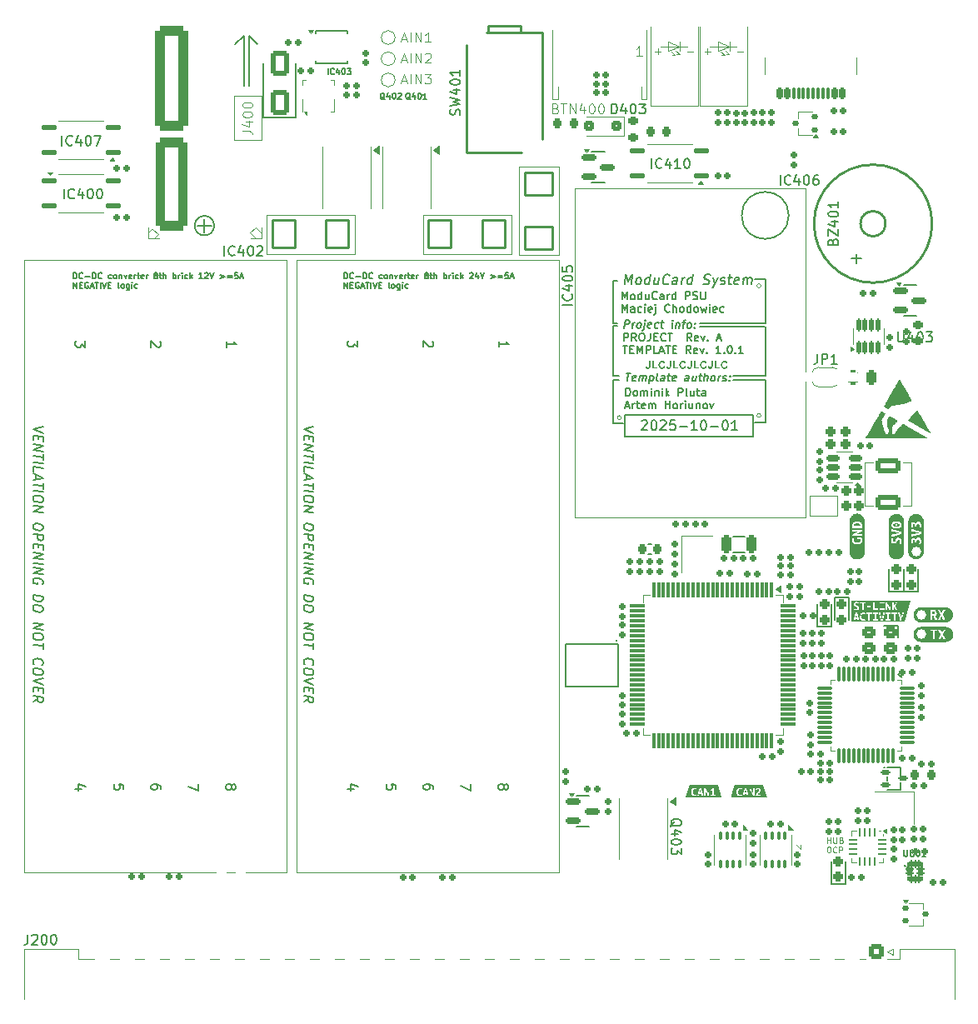
<source format=gbr>
%TF.GenerationSoftware,KiCad,Pcbnew,9.0.3*%
%TF.CreationDate,2025-10-01T00:39:15+02:00*%
%TF.ProjectId,PSU,5053552e-6b69-4636-9164-5f7063625858,0*%
%TF.SameCoordinates,Original*%
%TF.FileFunction,Legend,Top*%
%TF.FilePolarity,Positive*%
%FSLAX46Y46*%
G04 Gerber Fmt 4.6, Leading zero omitted, Abs format (unit mm)*
G04 Created by KiCad (PCBNEW 9.0.3) date 2025-10-01 00:39:15*
%MOMM*%
%LPD*%
G01*
G04 APERTURE LIST*
G04 Aperture macros list*
%AMRoundRect*
0 Rectangle with rounded corners*
0 $1 Rounding radius*
0 $2 $3 $4 $5 $6 $7 $8 $9 X,Y pos of 4 corners*
0 Add a 4 corners polygon primitive as box body*
4,1,4,$2,$3,$4,$5,$6,$7,$8,$9,$2,$3,0*
0 Add four circle primitives for the rounded corners*
1,1,$1+$1,$2,$3*
1,1,$1+$1,$4,$5*
1,1,$1+$1,$6,$7*
1,1,$1+$1,$8,$9*
0 Add four rect primitives between the rounded corners*
20,1,$1+$1,$2,$3,$4,$5,0*
20,1,$1+$1,$4,$5,$6,$7,0*
20,1,$1+$1,$6,$7,$8,$9,0*
20,1,$1+$1,$8,$9,$2,$3,0*%
%AMRotRect*
0 Rectangle, with rotation*
0 The origin of the aperture is its center*
0 $1 length*
0 $2 width*
0 $3 Rotation angle, in degrees counterclockwise*
0 Add horizontal line*
21,1,$1,$2,0,0,$3*%
%AMFreePoly0*
4,1,6,1.000000,0.000000,0.500000,-0.750000,-0.500000,-0.750000,-0.500000,0.750000,0.500000,0.750000,1.000000,0.000000,1.000000,0.000000,$1*%
%AMFreePoly1*
4,1,6,0.500000,-0.750000,-0.650000,-0.750000,-0.150000,0.000000,-0.650000,0.750000,0.500000,0.750000,0.500000,-0.750000,0.500000,-0.750000,$1*%
%AMFreePoly2*
4,1,23,0.500000,-0.750000,0.000000,-0.750000,0.000000,-0.745722,-0.065263,-0.745722,-0.191342,-0.711940,-0.304381,-0.646677,-0.396677,-0.554381,-0.461940,-0.441342,-0.495722,-0.315263,-0.495722,-0.250000,-0.500000,-0.250000,-0.500000,0.250000,-0.495722,0.250000,-0.495722,0.315263,-0.461940,0.441342,-0.396677,0.554381,-0.304381,0.646677,-0.191342,0.711940,-0.065263,0.745722,0.000000,0.745722,
0.000000,0.750000,0.500000,0.750000,0.500000,-0.750000,0.500000,-0.750000,$1*%
%AMFreePoly3*
4,1,23,0.000000,0.745722,0.065263,0.745722,0.191342,0.711940,0.304381,0.646677,0.396677,0.554381,0.461940,0.441342,0.495722,0.315263,0.495722,0.250000,0.500000,0.250000,0.500000,-0.250000,0.495722,-0.250000,0.495722,-0.315263,0.461940,-0.441342,0.396677,-0.554381,0.304381,-0.646677,0.191342,-0.711940,0.065263,-0.745722,0.000000,-0.745722,0.000000,-0.750000,-0.500000,-0.750000,
-0.500000,0.750000,0.000000,0.750000,0.000000,0.745722,0.000000,0.745722,$1*%
G04 Aperture macros list end*
%ADD10C,0.100000*%
%ADD11C,0.150000*%
%ADD12C,0.200000*%
%ADD13C,0.000000*%
%ADD14C,0.120000*%
%ADD15C,0.127000*%
%ADD16C,0.250000*%
%ADD17C,0.010000*%
%ADD18C,0.500000*%
%ADD19C,1.000000*%
%ADD20C,1.300000*%
%ADD21RoundRect,0.250001X-0.999999X0.499999X-0.999999X-0.499999X0.999999X-0.499999X0.999999X0.499999X0*%
%ADD22C,1.000000*%
%ADD23RoundRect,0.075000X-0.075000X0.725000X-0.075000X-0.725000X0.075000X-0.725000X0.075000X0.725000X0*%
%ADD24RoundRect,0.075000X-0.725000X0.075000X-0.725000X-0.075000X0.725000X-0.075000X0.725000X0.075000X0*%
%ADD25RoundRect,0.159000X-0.159000X-0.189000X0.159000X-0.189000X0.159000X0.189000X-0.159000X0.189000X0*%
%ADD26RoundRect,0.150000X-0.590000X-0.150000X0.590000X-0.150000X0.590000X0.150000X-0.590000X0.150000X0*%
%ADD27C,1.600000*%
%ADD28RoundRect,0.159000X-0.189000X0.159000X-0.189000X-0.159000X0.189000X-0.159000X0.189000X0.159000X0*%
%ADD29RoundRect,0.159000X0.159000X0.189000X-0.159000X0.189000X-0.159000X-0.189000X0.159000X-0.189000X0*%
%ADD30RoundRect,0.159000X0.189000X-0.159000X0.189000X0.159000X-0.189000X0.159000X-0.189000X-0.159000X0*%
%ADD31C,2.400000*%
%ADD32C,2.910000*%
%ADD33RoundRect,0.239000X0.274000X-0.239000X0.274000X0.239000X-0.274000X0.239000X-0.274000X-0.239000X0*%
%ADD34RoundRect,0.137500X-0.662500X-0.137500X0.662500X-0.137500X0.662500X0.137500X-0.662500X0.137500X0*%
%ADD35RoundRect,0.102000X-0.331500X-0.112500X0.331500X-0.112500X0.331500X0.112500X-0.331500X0.112500X0*%
%ADD36RoundRect,0.102000X-0.281500X-0.112500X0.281500X-0.112500X0.281500X0.112500X-0.281500X0.112500X0*%
%ADD37RoundRect,0.102000X-0.112500X-0.281500X0.112500X-0.281500X0.112500X0.281500X-0.112500X0.281500X0*%
%ADD38RoundRect,0.150000X0.512500X0.150000X-0.512500X0.150000X-0.512500X-0.150000X0.512500X-0.150000X0*%
%ADD39RoundRect,0.130000X1.170000X1.420000X-1.170000X1.420000X-1.170000X-1.420000X1.170000X-1.420000X0*%
%ADD40O,1.400000X2.000000*%
%ADD41O,2.500000X1.600000*%
%ADD42RoundRect,0.267317X-0.280683X-0.470683X0.280683X-0.470683X0.280683X0.470683X-0.280683X0.470683X0*%
%ADD43RoundRect,0.219000X-0.219000X-0.294000X0.219000X-0.294000X0.219000X0.294000X-0.219000X0.294000X0*%
%ADD44R,0.510000X0.760000*%
%ADD45R,4.520000X3.970000*%
%ADD46C,2.780000*%
%ADD47RoundRect,0.239000X-0.274000X0.239000X-0.274000X-0.239000X0.274000X-0.239000X0.274000X0.239000X0*%
%ADD48RoundRect,0.260556X0.677444X-1.027444X0.677444X1.027444X-0.677444X1.027444X-0.677444X-1.027444X0*%
%ADD49RoundRect,0.250000X0.450000X0.350000X-0.450000X0.350000X-0.450000X-0.350000X0.450000X-0.350000X0*%
%ADD50RoundRect,0.075000X-0.075000X0.662500X-0.075000X-0.662500X0.075000X-0.662500X0.075000X0.662500X0*%
%ADD51RoundRect,0.075000X-0.662500X0.075000X-0.662500X-0.075000X0.662500X-0.075000X0.662500X0.075000X0*%
%ADD52RoundRect,0.130000X-1.170000X-1.420000X1.170000X-1.420000X1.170000X1.420000X-1.170000X1.420000X0*%
%ADD53RoundRect,0.250000X0.250000X-0.650000X0.250000X0.650000X-0.250000X0.650000X-0.250000X-0.650000X0*%
%ADD54R,1.100000X1.300000*%
%ADD55FreePoly0,180.000000*%
%ADD56FreePoly1,180.000000*%
%ADD57C,0.650000*%
%ADD58RoundRect,0.150000X0.150000X0.425000X-0.150000X0.425000X-0.150000X-0.425000X0.150000X-0.425000X0*%
%ADD59RoundRect,0.075000X0.075000X0.500000X-0.075000X0.500000X-0.075000X-0.500000X0.075000X-0.500000X0*%
%ADD60O,1.000000X2.100000*%
%ADD61O,1.000000X1.800000*%
%ADD62RoundRect,0.219000X-0.294000X0.219000X-0.294000X-0.219000X0.294000X-0.219000X0.294000X0.219000X0*%
%ADD63RoundRect,0.112500X-0.237500X0.112500X-0.237500X-0.112500X0.237500X-0.112500X0.237500X0.112500X0*%
%ADD64RoundRect,0.244000X0.244000X0.269000X-0.244000X0.269000X-0.244000X-0.269000X0.244000X-0.269000X0*%
%ADD65C,2.850000*%
%ADD66RoundRect,0.249999X0.525001X0.525001X-0.525001X0.525001X-0.525001X-0.525001X0.525001X-0.525001X0*%
%ADD67C,1.550000*%
%ADD68RoundRect,0.137500X0.662500X0.137500X-0.662500X0.137500X-0.662500X-0.137500X0.662500X-0.137500X0*%
%ADD69C,1.800000*%
%ADD70RoundRect,0.495000X1.155000X-4.255000X1.155000X4.255000X-1.155000X4.255000X-1.155000X-4.255000X0*%
%ADD71C,7.000000*%
%ADD72RoundRect,0.505697X1.179959X-4.794303X1.179959X4.794303X-1.179959X4.794303X-1.179959X-4.794303X0*%
%ADD73RoundRect,0.130000X1.420000X-1.170000X1.420000X1.170000X-1.420000X1.170000X-1.420000X-1.170000X0*%
%ADD74RoundRect,0.244000X0.269000X-0.244000X0.269000X0.244000X-0.269000X0.244000X-0.269000X-0.244000X0*%
%ADD75RoundRect,0.220000X0.220000X0.255000X-0.220000X0.255000X-0.220000X-0.255000X0.220000X-0.255000X0*%
%ADD76RoundRect,0.250000X0.300000X0.300000X-0.300000X0.300000X-0.300000X-0.300000X0.300000X-0.300000X0*%
%ADD77RoundRect,0.075000X-0.075000X0.350000X-0.075000X-0.350000X0.075000X-0.350000X0.075000X0.350000X0*%
%ADD78R,2.400000X1.600000*%
%ADD79C,2.286000*%
%ADD80RoundRect,0.159000X0.246073X0.021213X0.021213X0.246073X-0.246073X-0.021213X-0.021213X-0.246073X0*%
%ADD81R,0.800000X1.070000*%
%ADD82RotRect,0.282800X0.282800X135.000000*%
%ADD83R,0.600000X0.200000*%
%ADD84R,0.850000X0.300000*%
%ADD85R,0.300000X0.850000*%
%ADD86R,1.400000X1.200000*%
%ADD87FreePoly2,0.000000*%
%ADD88FreePoly3,0.000000*%
%ADD89RoundRect,0.125000X0.125000X-0.537500X0.125000X0.537500X-0.125000X0.537500X-0.125000X-0.537500X0*%
%ADD90RoundRect,0.062500X-0.062500X0.350000X-0.062500X-0.350000X0.062500X-0.350000X0.062500X0.350000X0*%
%ADD91RoundRect,0.062500X-0.350000X0.062500X-0.350000X-0.062500X0.350000X-0.062500X0.350000X0.062500X0*%
%ADD92R,1.700000X1.700000*%
%ADD93RoundRect,0.112500X0.237500X-0.112500X0.237500X0.112500X-0.237500X0.112500X-0.237500X-0.112500X0*%
%ADD94O,0.630000X2.250000*%
%ADD95R,1.100000X0.250000*%
%ADD96RoundRect,0.219000X0.294000X-0.219000X0.294000X0.219000X-0.294000X0.219000X-0.294000X-0.219000X0*%
%ADD97RoundRect,0.125000X0.345000X0.125000X-0.345000X0.125000X-0.345000X-0.125000X0.345000X-0.125000X0*%
%ADD98RotRect,1.000000X1.000000X315.000000*%
G04 APERTURE END LIST*
D10*
X77600000Y73000000D02*
G75*
G02*
X77200000Y73000000I-200000J0D01*
G01*
X77200000Y73000000D02*
G75*
G02*
X77600000Y73000000I200000J0D01*
G01*
D11*
X78025000Y63800000D02*
X74775000Y63800000D01*
X74800000Y63400000D02*
X78050000Y63400000D01*
X63050000Y73480000D02*
X62550000Y73480000D01*
D10*
X81245000Y16189999D02*
X81645000Y15789999D01*
D11*
X63050000Y68880000D02*
X62550000Y68880000D01*
X63200000Y63400000D02*
X62550000Y63400000D01*
D10*
X81645000Y15789999D02*
X81645000Y16189999D01*
X77600000Y59800000D02*
G75*
G02*
X77200000Y59800000I-200000J0D01*
G01*
X77200000Y59800000D02*
G75*
G02*
X77600000Y59800000I200000J0D01*
G01*
D11*
X78050000Y68800000D02*
X78050000Y63800000D01*
X78050000Y63400000D02*
X78050000Y59120000D01*
X62550000Y59000000D02*
X63600000Y59000000D01*
X71400000Y68800000D02*
X78025000Y68800000D01*
X77000000Y73680000D02*
X78050000Y73680000D01*
X62550000Y63800000D02*
X63200000Y63800000D01*
X62550000Y73480000D02*
X62550000Y69200000D01*
X62550000Y69200000D02*
X63050000Y69200000D01*
X62550000Y68880000D02*
X62550000Y63800000D01*
X62550000Y63400000D02*
X62550000Y59000000D01*
X78050000Y73680000D02*
X78050000Y69200000D01*
X63800000Y59900000D02*
X76800000Y59900000D01*
X76800000Y57700000D01*
X63800000Y57700000D01*
X63800000Y59900000D01*
X78050000Y59120000D02*
X77000000Y59120000D01*
D10*
X63400000Y59600000D02*
G75*
G02*
X63000000Y59600000I-200000J0D01*
G01*
X63000000Y59600000D02*
G75*
G02*
X63400000Y59600000I200000J0D01*
G01*
D11*
X78050000Y69200000D02*
X71400000Y69200000D01*
X7741541Y73713212D02*
X7741541Y74313212D01*
X7741541Y74313212D02*
X7884398Y74313212D01*
X7884398Y74313212D02*
X7970112Y74284641D01*
X7970112Y74284641D02*
X8027255Y74227498D01*
X8027255Y74227498D02*
X8055826Y74170355D01*
X8055826Y74170355D02*
X8084398Y74056069D01*
X8084398Y74056069D02*
X8084398Y73970355D01*
X8084398Y73970355D02*
X8055826Y73856069D01*
X8055826Y73856069D02*
X8027255Y73798926D01*
X8027255Y73798926D02*
X7970112Y73741783D01*
X7970112Y73741783D02*
X7884398Y73713212D01*
X7884398Y73713212D02*
X7741541Y73713212D01*
X8684398Y73770355D02*
X8655826Y73741783D01*
X8655826Y73741783D02*
X8570112Y73713212D01*
X8570112Y73713212D02*
X8512969Y73713212D01*
X8512969Y73713212D02*
X8427255Y73741783D01*
X8427255Y73741783D02*
X8370112Y73798926D01*
X8370112Y73798926D02*
X8341541Y73856069D01*
X8341541Y73856069D02*
X8312969Y73970355D01*
X8312969Y73970355D02*
X8312969Y74056069D01*
X8312969Y74056069D02*
X8341541Y74170355D01*
X8341541Y74170355D02*
X8370112Y74227498D01*
X8370112Y74227498D02*
X8427255Y74284641D01*
X8427255Y74284641D02*
X8512969Y74313212D01*
X8512969Y74313212D02*
X8570112Y74313212D01*
X8570112Y74313212D02*
X8655826Y74284641D01*
X8655826Y74284641D02*
X8684398Y74256069D01*
X8941541Y73941783D02*
X9398684Y73941783D01*
X9684398Y73713212D02*
X9684398Y74313212D01*
X9684398Y74313212D02*
X9827255Y74313212D01*
X9827255Y74313212D02*
X9912969Y74284641D01*
X9912969Y74284641D02*
X9970112Y74227498D01*
X9970112Y74227498D02*
X9998683Y74170355D01*
X9998683Y74170355D02*
X10027255Y74056069D01*
X10027255Y74056069D02*
X10027255Y73970355D01*
X10027255Y73970355D02*
X9998683Y73856069D01*
X9998683Y73856069D02*
X9970112Y73798926D01*
X9970112Y73798926D02*
X9912969Y73741783D01*
X9912969Y73741783D02*
X9827255Y73713212D01*
X9827255Y73713212D02*
X9684398Y73713212D01*
X10627255Y73770355D02*
X10598683Y73741783D01*
X10598683Y73741783D02*
X10512969Y73713212D01*
X10512969Y73713212D02*
X10455826Y73713212D01*
X10455826Y73713212D02*
X10370112Y73741783D01*
X10370112Y73741783D02*
X10312969Y73798926D01*
X10312969Y73798926D02*
X10284398Y73856069D01*
X10284398Y73856069D02*
X10255826Y73970355D01*
X10255826Y73970355D02*
X10255826Y74056069D01*
X10255826Y74056069D02*
X10284398Y74170355D01*
X10284398Y74170355D02*
X10312969Y74227498D01*
X10312969Y74227498D02*
X10370112Y74284641D01*
X10370112Y74284641D02*
X10455826Y74313212D01*
X10455826Y74313212D02*
X10512969Y74313212D01*
X10512969Y74313212D02*
X10598683Y74284641D01*
X10598683Y74284641D02*
X10627255Y74256069D01*
X11598684Y73741783D02*
X11541541Y73713212D01*
X11541541Y73713212D02*
X11427255Y73713212D01*
X11427255Y73713212D02*
X11370112Y73741783D01*
X11370112Y73741783D02*
X11341541Y73770355D01*
X11341541Y73770355D02*
X11312969Y73827498D01*
X11312969Y73827498D02*
X11312969Y73998926D01*
X11312969Y73998926D02*
X11341541Y74056069D01*
X11341541Y74056069D02*
X11370112Y74084641D01*
X11370112Y74084641D02*
X11427255Y74113212D01*
X11427255Y74113212D02*
X11541541Y74113212D01*
X11541541Y74113212D02*
X11598684Y74084641D01*
X11941541Y73713212D02*
X11884398Y73741783D01*
X11884398Y73741783D02*
X11855827Y73770355D01*
X11855827Y73770355D02*
X11827255Y73827498D01*
X11827255Y73827498D02*
X11827255Y73998926D01*
X11827255Y73998926D02*
X11855827Y74056069D01*
X11855827Y74056069D02*
X11884398Y74084641D01*
X11884398Y74084641D02*
X11941541Y74113212D01*
X11941541Y74113212D02*
X12027255Y74113212D01*
X12027255Y74113212D02*
X12084398Y74084641D01*
X12084398Y74084641D02*
X12112970Y74056069D01*
X12112970Y74056069D02*
X12141541Y73998926D01*
X12141541Y73998926D02*
X12141541Y73827498D01*
X12141541Y73827498D02*
X12112970Y73770355D01*
X12112970Y73770355D02*
X12084398Y73741783D01*
X12084398Y73741783D02*
X12027255Y73713212D01*
X12027255Y73713212D02*
X11941541Y73713212D01*
X12398684Y74113212D02*
X12398684Y73713212D01*
X12398684Y74056069D02*
X12427255Y74084641D01*
X12427255Y74084641D02*
X12484398Y74113212D01*
X12484398Y74113212D02*
X12570112Y74113212D01*
X12570112Y74113212D02*
X12627255Y74084641D01*
X12627255Y74084641D02*
X12655827Y74027498D01*
X12655827Y74027498D02*
X12655827Y73713212D01*
X12884398Y74113212D02*
X13027255Y73713212D01*
X13027255Y73713212D02*
X13170112Y74113212D01*
X13627255Y73741783D02*
X13570112Y73713212D01*
X13570112Y73713212D02*
X13455827Y73713212D01*
X13455827Y73713212D02*
X13398684Y73741783D01*
X13398684Y73741783D02*
X13370112Y73798926D01*
X13370112Y73798926D02*
X13370112Y74027498D01*
X13370112Y74027498D02*
X13398684Y74084641D01*
X13398684Y74084641D02*
X13455827Y74113212D01*
X13455827Y74113212D02*
X13570112Y74113212D01*
X13570112Y74113212D02*
X13627255Y74084641D01*
X13627255Y74084641D02*
X13655827Y74027498D01*
X13655827Y74027498D02*
X13655827Y73970355D01*
X13655827Y73970355D02*
X13370112Y73913212D01*
X13912970Y73713212D02*
X13912970Y74113212D01*
X13912970Y73998926D02*
X13941541Y74056069D01*
X13941541Y74056069D02*
X13970113Y74084641D01*
X13970113Y74084641D02*
X14027255Y74113212D01*
X14027255Y74113212D02*
X14084398Y74113212D01*
X14198684Y74113212D02*
X14427256Y74113212D01*
X14284399Y74313212D02*
X14284399Y73798926D01*
X14284399Y73798926D02*
X14312970Y73741783D01*
X14312970Y73741783D02*
X14370113Y73713212D01*
X14370113Y73713212D02*
X14427256Y73713212D01*
X14855827Y73741783D02*
X14798684Y73713212D01*
X14798684Y73713212D02*
X14684399Y73713212D01*
X14684399Y73713212D02*
X14627256Y73741783D01*
X14627256Y73741783D02*
X14598684Y73798926D01*
X14598684Y73798926D02*
X14598684Y74027498D01*
X14598684Y74027498D02*
X14627256Y74084641D01*
X14627256Y74084641D02*
X14684399Y74113212D01*
X14684399Y74113212D02*
X14798684Y74113212D01*
X14798684Y74113212D02*
X14855827Y74084641D01*
X14855827Y74084641D02*
X14884399Y74027498D01*
X14884399Y74027498D02*
X14884399Y73970355D01*
X14884399Y73970355D02*
X14598684Y73913212D01*
X15141542Y73713212D02*
X15141542Y74113212D01*
X15141542Y73998926D02*
X15170113Y74056069D01*
X15170113Y74056069D02*
X15198685Y74084641D01*
X15198685Y74084641D02*
X15255827Y74113212D01*
X15255827Y74113212D02*
X15312970Y74113212D01*
X16055828Y74056069D02*
X15998685Y74084641D01*
X15998685Y74084641D02*
X15970114Y74113212D01*
X15970114Y74113212D02*
X15941542Y74170355D01*
X15941542Y74170355D02*
X15941542Y74198926D01*
X15941542Y74198926D02*
X15970114Y74256069D01*
X15970114Y74256069D02*
X15998685Y74284641D01*
X15998685Y74284641D02*
X16055828Y74313212D01*
X16055828Y74313212D02*
X16170114Y74313212D01*
X16170114Y74313212D02*
X16227257Y74284641D01*
X16227257Y74284641D02*
X16255828Y74256069D01*
X16255828Y74256069D02*
X16284399Y74198926D01*
X16284399Y74198926D02*
X16284399Y74170355D01*
X16284399Y74170355D02*
X16255828Y74113212D01*
X16255828Y74113212D02*
X16227257Y74084641D01*
X16227257Y74084641D02*
X16170114Y74056069D01*
X16170114Y74056069D02*
X16055828Y74056069D01*
X16055828Y74056069D02*
X15998685Y74027498D01*
X15998685Y74027498D02*
X15970114Y73998926D01*
X15970114Y73998926D02*
X15941542Y73941783D01*
X15941542Y73941783D02*
X15941542Y73827498D01*
X15941542Y73827498D02*
X15970114Y73770355D01*
X15970114Y73770355D02*
X15998685Y73741783D01*
X15998685Y73741783D02*
X16055828Y73713212D01*
X16055828Y73713212D02*
X16170114Y73713212D01*
X16170114Y73713212D02*
X16227257Y73741783D01*
X16227257Y73741783D02*
X16255828Y73770355D01*
X16255828Y73770355D02*
X16284399Y73827498D01*
X16284399Y73827498D02*
X16284399Y73941783D01*
X16284399Y73941783D02*
X16255828Y73998926D01*
X16255828Y73998926D02*
X16227257Y74027498D01*
X16227257Y74027498D02*
X16170114Y74056069D01*
X16455828Y74113212D02*
X16684400Y74113212D01*
X16541543Y74313212D02*
X16541543Y73798926D01*
X16541543Y73798926D02*
X16570114Y73741783D01*
X16570114Y73741783D02*
X16627257Y73713212D01*
X16627257Y73713212D02*
X16684400Y73713212D01*
X16884400Y73713212D02*
X16884400Y74313212D01*
X17141543Y73713212D02*
X17141543Y74027498D01*
X17141543Y74027498D02*
X17112971Y74084641D01*
X17112971Y74084641D02*
X17055828Y74113212D01*
X17055828Y74113212D02*
X16970114Y74113212D01*
X16970114Y74113212D02*
X16912971Y74084641D01*
X16912971Y74084641D02*
X16884400Y74056069D01*
X17884400Y73713212D02*
X17884400Y74313212D01*
X17884400Y74084641D02*
X17941543Y74113212D01*
X17941543Y74113212D02*
X18055828Y74113212D01*
X18055828Y74113212D02*
X18112971Y74084641D01*
X18112971Y74084641D02*
X18141543Y74056069D01*
X18141543Y74056069D02*
X18170114Y73998926D01*
X18170114Y73998926D02*
X18170114Y73827498D01*
X18170114Y73827498D02*
X18141543Y73770355D01*
X18141543Y73770355D02*
X18112971Y73741783D01*
X18112971Y73741783D02*
X18055828Y73713212D01*
X18055828Y73713212D02*
X17941543Y73713212D01*
X17941543Y73713212D02*
X17884400Y73741783D01*
X18427257Y73713212D02*
X18427257Y74113212D01*
X18427257Y73998926D02*
X18455828Y74056069D01*
X18455828Y74056069D02*
X18484400Y74084641D01*
X18484400Y74084641D02*
X18541542Y74113212D01*
X18541542Y74113212D02*
X18598685Y74113212D01*
X18798686Y73713212D02*
X18798686Y74113212D01*
X18798686Y74313212D02*
X18770114Y74284641D01*
X18770114Y74284641D02*
X18798686Y74256069D01*
X18798686Y74256069D02*
X18827257Y74284641D01*
X18827257Y74284641D02*
X18798686Y74313212D01*
X18798686Y74313212D02*
X18798686Y74256069D01*
X19341543Y73741783D02*
X19284400Y73713212D01*
X19284400Y73713212D02*
X19170114Y73713212D01*
X19170114Y73713212D02*
X19112971Y73741783D01*
X19112971Y73741783D02*
X19084400Y73770355D01*
X19084400Y73770355D02*
X19055828Y73827498D01*
X19055828Y73827498D02*
X19055828Y73998926D01*
X19055828Y73998926D02*
X19084400Y74056069D01*
X19084400Y74056069D02*
X19112971Y74084641D01*
X19112971Y74084641D02*
X19170114Y74113212D01*
X19170114Y74113212D02*
X19284400Y74113212D01*
X19284400Y74113212D02*
X19341543Y74084641D01*
X19598686Y73713212D02*
X19598686Y74313212D01*
X19655829Y73941783D02*
X19827257Y73713212D01*
X19827257Y74113212D02*
X19598686Y73884641D01*
X20855828Y73713212D02*
X20512971Y73713212D01*
X20684400Y73713212D02*
X20684400Y74313212D01*
X20684400Y74313212D02*
X20627257Y74227498D01*
X20627257Y74227498D02*
X20570114Y74170355D01*
X20570114Y74170355D02*
X20512971Y74141783D01*
X21084400Y74256069D02*
X21112972Y74284641D01*
X21112972Y74284641D02*
X21170115Y74313212D01*
X21170115Y74313212D02*
X21312972Y74313212D01*
X21312972Y74313212D02*
X21370115Y74284641D01*
X21370115Y74284641D02*
X21398686Y74256069D01*
X21398686Y74256069D02*
X21427257Y74198926D01*
X21427257Y74198926D02*
X21427257Y74141783D01*
X21427257Y74141783D02*
X21398686Y74056069D01*
X21398686Y74056069D02*
X21055829Y73713212D01*
X21055829Y73713212D02*
X21427257Y73713212D01*
X21598686Y74313212D02*
X21798686Y73713212D01*
X21798686Y73713212D02*
X21998686Y74313212D01*
X22655830Y74113212D02*
X23112973Y73941783D01*
X23112973Y73941783D02*
X22655830Y73770355D01*
X23398687Y74027498D02*
X23855830Y74027498D01*
X23855830Y73856069D02*
X23398687Y73856069D01*
X24427258Y74313212D02*
X24141544Y74313212D01*
X24141544Y74313212D02*
X24112972Y74027498D01*
X24112972Y74027498D02*
X24141544Y74056069D01*
X24141544Y74056069D02*
X24198687Y74084641D01*
X24198687Y74084641D02*
X24341544Y74084641D01*
X24341544Y74084641D02*
X24398687Y74056069D01*
X24398687Y74056069D02*
X24427258Y74027498D01*
X24427258Y74027498D02*
X24455829Y73970355D01*
X24455829Y73970355D02*
X24455829Y73827498D01*
X24455829Y73827498D02*
X24427258Y73770355D01*
X24427258Y73770355D02*
X24398687Y73741783D01*
X24398687Y73741783D02*
X24341544Y73713212D01*
X24341544Y73713212D02*
X24198687Y73713212D01*
X24198687Y73713212D02*
X24141544Y73741783D01*
X24141544Y73741783D02*
X24112972Y73770355D01*
X24684401Y73884641D02*
X24970116Y73884641D01*
X24627258Y73713212D02*
X24827258Y74313212D01*
X24827258Y74313212D02*
X25027258Y73713212D01*
X7741541Y72747246D02*
X7741541Y73347246D01*
X7741541Y73347246D02*
X8084398Y72747246D01*
X8084398Y72747246D02*
X8084398Y73347246D01*
X8370112Y73061532D02*
X8570112Y73061532D01*
X8655826Y72747246D02*
X8370112Y72747246D01*
X8370112Y72747246D02*
X8370112Y73347246D01*
X8370112Y73347246D02*
X8655826Y73347246D01*
X9227254Y73318675D02*
X9170112Y73347246D01*
X9170112Y73347246D02*
X9084397Y73347246D01*
X9084397Y73347246D02*
X8998683Y73318675D01*
X8998683Y73318675D02*
X8941540Y73261532D01*
X8941540Y73261532D02*
X8912969Y73204389D01*
X8912969Y73204389D02*
X8884397Y73090103D01*
X8884397Y73090103D02*
X8884397Y73004389D01*
X8884397Y73004389D02*
X8912969Y72890103D01*
X8912969Y72890103D02*
X8941540Y72832960D01*
X8941540Y72832960D02*
X8998683Y72775817D01*
X8998683Y72775817D02*
X9084397Y72747246D01*
X9084397Y72747246D02*
X9141540Y72747246D01*
X9141540Y72747246D02*
X9227254Y72775817D01*
X9227254Y72775817D02*
X9255826Y72804389D01*
X9255826Y72804389D02*
X9255826Y73004389D01*
X9255826Y73004389D02*
X9141540Y73004389D01*
X9484397Y72918675D02*
X9770112Y72918675D01*
X9427254Y72747246D02*
X9627254Y73347246D01*
X9627254Y73347246D02*
X9827254Y72747246D01*
X9941540Y73347246D02*
X10284398Y73347246D01*
X10112969Y72747246D02*
X10112969Y73347246D01*
X10484398Y72747246D02*
X10484398Y73347246D01*
X10684397Y73347246D02*
X10884397Y72747246D01*
X10884397Y72747246D02*
X11084397Y73347246D01*
X11284398Y73061532D02*
X11484398Y73061532D01*
X11570112Y72747246D02*
X11284398Y72747246D01*
X11284398Y72747246D02*
X11284398Y73347246D01*
X11284398Y73347246D02*
X11570112Y73347246D01*
X12370112Y72747246D02*
X12312969Y72775817D01*
X12312969Y72775817D02*
X12284398Y72832960D01*
X12284398Y72832960D02*
X12284398Y73347246D01*
X12684398Y72747246D02*
X12627255Y72775817D01*
X12627255Y72775817D02*
X12598684Y72804389D01*
X12598684Y72804389D02*
X12570112Y72861532D01*
X12570112Y72861532D02*
X12570112Y73032960D01*
X12570112Y73032960D02*
X12598684Y73090103D01*
X12598684Y73090103D02*
X12627255Y73118675D01*
X12627255Y73118675D02*
X12684398Y73147246D01*
X12684398Y73147246D02*
X12770112Y73147246D01*
X12770112Y73147246D02*
X12827255Y73118675D01*
X12827255Y73118675D02*
X12855827Y73090103D01*
X12855827Y73090103D02*
X12884398Y73032960D01*
X12884398Y73032960D02*
X12884398Y72861532D01*
X12884398Y72861532D02*
X12855827Y72804389D01*
X12855827Y72804389D02*
X12827255Y72775817D01*
X12827255Y72775817D02*
X12770112Y72747246D01*
X12770112Y72747246D02*
X12684398Y72747246D01*
X13398684Y73147246D02*
X13398684Y72661532D01*
X13398684Y72661532D02*
X13370112Y72604389D01*
X13370112Y72604389D02*
X13341541Y72575817D01*
X13341541Y72575817D02*
X13284398Y72547246D01*
X13284398Y72547246D02*
X13198684Y72547246D01*
X13198684Y72547246D02*
X13141541Y72575817D01*
X13398684Y72775817D02*
X13341541Y72747246D01*
X13341541Y72747246D02*
X13227255Y72747246D01*
X13227255Y72747246D02*
X13170112Y72775817D01*
X13170112Y72775817D02*
X13141541Y72804389D01*
X13141541Y72804389D02*
X13112969Y72861532D01*
X13112969Y72861532D02*
X13112969Y73032960D01*
X13112969Y73032960D02*
X13141541Y73090103D01*
X13141541Y73090103D02*
X13170112Y73118675D01*
X13170112Y73118675D02*
X13227255Y73147246D01*
X13227255Y73147246D02*
X13341541Y73147246D01*
X13341541Y73147246D02*
X13398684Y73118675D01*
X13684398Y72747246D02*
X13684398Y73147246D01*
X13684398Y73347246D02*
X13655826Y73318675D01*
X13655826Y73318675D02*
X13684398Y73290103D01*
X13684398Y73290103D02*
X13712969Y73318675D01*
X13712969Y73318675D02*
X13684398Y73347246D01*
X13684398Y73347246D02*
X13684398Y73290103D01*
X14227255Y72775817D02*
X14170112Y72747246D01*
X14170112Y72747246D02*
X14055826Y72747246D01*
X14055826Y72747246D02*
X13998683Y72775817D01*
X13998683Y72775817D02*
X13970112Y72804389D01*
X13970112Y72804389D02*
X13941540Y72861532D01*
X13941540Y72861532D02*
X13941540Y73032960D01*
X13941540Y73032960D02*
X13970112Y73090103D01*
X13970112Y73090103D02*
X13998683Y73118675D01*
X13998683Y73118675D02*
X14055826Y73147246D01*
X14055826Y73147246D02*
X14170112Y73147246D01*
X14170112Y73147246D02*
X14227255Y73118675D01*
D10*
X41106265Y93813296D02*
X41582455Y93813296D01*
X41011027Y93527581D02*
X41344360Y94527581D01*
X41344360Y94527581D02*
X41677693Y93527581D01*
X42011027Y93527581D02*
X42011027Y94527581D01*
X42487217Y93527581D02*
X42487217Y94527581D01*
X42487217Y94527581D02*
X43058645Y93527581D01*
X43058645Y93527581D02*
X43058645Y94527581D01*
X43439598Y94527581D02*
X44058645Y94527581D01*
X44058645Y94527581D02*
X43725312Y94146629D01*
X43725312Y94146629D02*
X43868169Y94146629D01*
X43868169Y94146629D02*
X43963407Y94099010D01*
X43963407Y94099010D02*
X44011026Y94051391D01*
X44011026Y94051391D02*
X44058645Y93956153D01*
X44058645Y93956153D02*
X44058645Y93718058D01*
X44058645Y93718058D02*
X44011026Y93622820D01*
X44011026Y93622820D02*
X43963407Y93575200D01*
X43963407Y93575200D02*
X43868169Y93527581D01*
X43868169Y93527581D02*
X43582455Y93527581D01*
X43582455Y93527581D02*
X43487217Y93575200D01*
X43487217Y93575200D02*
X43439598Y93622820D01*
D12*
X63903006Y64108305D02*
X64360149Y64108305D01*
X64031578Y63308305D02*
X64131578Y64108305D01*
X64836340Y63346400D02*
X64755387Y63308305D01*
X64755387Y63308305D02*
X64603006Y63308305D01*
X64603006Y63308305D02*
X64531578Y63346400D01*
X64531578Y63346400D02*
X64503006Y63422591D01*
X64503006Y63422591D02*
X64541102Y63727353D01*
X64541102Y63727353D02*
X64588721Y63803543D01*
X64588721Y63803543D02*
X64669673Y63841639D01*
X64669673Y63841639D02*
X64822054Y63841639D01*
X64822054Y63841639D02*
X64893482Y63803543D01*
X64893482Y63803543D02*
X64922054Y63727353D01*
X64922054Y63727353D02*
X64912530Y63651162D01*
X64912530Y63651162D02*
X64522054Y63574972D01*
X65212530Y63308305D02*
X65279196Y63841639D01*
X65269673Y63765448D02*
X65312530Y63803543D01*
X65312530Y63803543D02*
X65393482Y63841639D01*
X65393482Y63841639D02*
X65507768Y63841639D01*
X65507768Y63841639D02*
X65579196Y63803543D01*
X65579196Y63803543D02*
X65607768Y63727353D01*
X65607768Y63727353D02*
X65555387Y63308305D01*
X65607768Y63727353D02*
X65655387Y63803543D01*
X65655387Y63803543D02*
X65736339Y63841639D01*
X65736339Y63841639D02*
X65850625Y63841639D01*
X65850625Y63841639D02*
X65922054Y63803543D01*
X65922054Y63803543D02*
X65950625Y63727353D01*
X65950625Y63727353D02*
X65898244Y63308305D01*
X66345863Y63841639D02*
X66245863Y63041639D01*
X66341102Y63803543D02*
X66422054Y63841639D01*
X66422054Y63841639D02*
X66574435Y63841639D01*
X66574435Y63841639D02*
X66645863Y63803543D01*
X66645863Y63803543D02*
X66679197Y63765448D01*
X66679197Y63765448D02*
X66707768Y63689258D01*
X66707768Y63689258D02*
X66679197Y63460686D01*
X66679197Y63460686D02*
X66631578Y63384496D01*
X66631578Y63384496D02*
X66588721Y63346400D01*
X66588721Y63346400D02*
X66507768Y63308305D01*
X66507768Y63308305D02*
X66355387Y63308305D01*
X66355387Y63308305D02*
X66283959Y63346400D01*
X67117293Y63308305D02*
X67045864Y63346400D01*
X67045864Y63346400D02*
X67017293Y63422591D01*
X67017293Y63422591D02*
X67103007Y64108305D01*
X67764912Y63308305D02*
X67817293Y63727353D01*
X67817293Y63727353D02*
X67788721Y63803543D01*
X67788721Y63803543D02*
X67717293Y63841639D01*
X67717293Y63841639D02*
X67564912Y63841639D01*
X67564912Y63841639D02*
X67483960Y63803543D01*
X67769674Y63346400D02*
X67688721Y63308305D01*
X67688721Y63308305D02*
X67498245Y63308305D01*
X67498245Y63308305D02*
X67426817Y63346400D01*
X67426817Y63346400D02*
X67398245Y63422591D01*
X67398245Y63422591D02*
X67407769Y63498781D01*
X67407769Y63498781D02*
X67455388Y63574972D01*
X67455388Y63574972D02*
X67536341Y63613067D01*
X67536341Y63613067D02*
X67726817Y63613067D01*
X67726817Y63613067D02*
X67807769Y63651162D01*
X68098246Y63841639D02*
X68403008Y63841639D01*
X68245865Y64108305D02*
X68160151Y63422591D01*
X68160151Y63422591D02*
X68188722Y63346400D01*
X68188722Y63346400D02*
X68260151Y63308305D01*
X68260151Y63308305D02*
X68336341Y63308305D01*
X68912532Y63346400D02*
X68831579Y63308305D01*
X68831579Y63308305D02*
X68679198Y63308305D01*
X68679198Y63308305D02*
X68607770Y63346400D01*
X68607770Y63346400D02*
X68579198Y63422591D01*
X68579198Y63422591D02*
X68617294Y63727353D01*
X68617294Y63727353D02*
X68664913Y63803543D01*
X68664913Y63803543D02*
X68745865Y63841639D01*
X68745865Y63841639D02*
X68898246Y63841639D01*
X68898246Y63841639D02*
X68969674Y63803543D01*
X68969674Y63803543D02*
X68998246Y63727353D01*
X68998246Y63727353D02*
X68988722Y63651162D01*
X68988722Y63651162D02*
X68598246Y63574972D01*
X70241103Y63308305D02*
X70293484Y63727353D01*
X70293484Y63727353D02*
X70264912Y63803543D01*
X70264912Y63803543D02*
X70193484Y63841639D01*
X70193484Y63841639D02*
X70041103Y63841639D01*
X70041103Y63841639D02*
X69960151Y63803543D01*
X70245865Y63346400D02*
X70164912Y63308305D01*
X70164912Y63308305D02*
X69974436Y63308305D01*
X69974436Y63308305D02*
X69903008Y63346400D01*
X69903008Y63346400D02*
X69874436Y63422591D01*
X69874436Y63422591D02*
X69883960Y63498781D01*
X69883960Y63498781D02*
X69931579Y63574972D01*
X69931579Y63574972D02*
X70012532Y63613067D01*
X70012532Y63613067D02*
X70203008Y63613067D01*
X70203008Y63613067D02*
X70283960Y63651162D01*
X71031580Y63841639D02*
X70964913Y63308305D01*
X70688722Y63841639D02*
X70636342Y63422591D01*
X70636342Y63422591D02*
X70664913Y63346400D01*
X70664913Y63346400D02*
X70736342Y63308305D01*
X70736342Y63308305D02*
X70850627Y63308305D01*
X70850627Y63308305D02*
X70931580Y63346400D01*
X70931580Y63346400D02*
X70974437Y63384496D01*
X71298247Y63841639D02*
X71603009Y63841639D01*
X71445866Y64108305D02*
X71360152Y63422591D01*
X71360152Y63422591D02*
X71388723Y63346400D01*
X71388723Y63346400D02*
X71460152Y63308305D01*
X71460152Y63308305D02*
X71536342Y63308305D01*
X71803009Y63308305D02*
X71903009Y64108305D01*
X72145866Y63308305D02*
X72198247Y63727353D01*
X72198247Y63727353D02*
X72169675Y63803543D01*
X72169675Y63803543D02*
X72098247Y63841639D01*
X72098247Y63841639D02*
X71983961Y63841639D01*
X71983961Y63841639D02*
X71903009Y63803543D01*
X71903009Y63803543D02*
X71860152Y63765448D01*
X72641105Y63308305D02*
X72569676Y63346400D01*
X72569676Y63346400D02*
X72536343Y63384496D01*
X72536343Y63384496D02*
X72507771Y63460686D01*
X72507771Y63460686D02*
X72536343Y63689258D01*
X72536343Y63689258D02*
X72583962Y63765448D01*
X72583962Y63765448D02*
X72626819Y63803543D01*
X72626819Y63803543D02*
X72707771Y63841639D01*
X72707771Y63841639D02*
X72822057Y63841639D01*
X72822057Y63841639D02*
X72893485Y63803543D01*
X72893485Y63803543D02*
X72926819Y63765448D01*
X72926819Y63765448D02*
X72955390Y63689258D01*
X72955390Y63689258D02*
X72926819Y63460686D01*
X72926819Y63460686D02*
X72879200Y63384496D01*
X72879200Y63384496D02*
X72836343Y63346400D01*
X72836343Y63346400D02*
X72755390Y63308305D01*
X72755390Y63308305D02*
X72641105Y63308305D01*
X73250629Y63308305D02*
X73317295Y63841639D01*
X73298248Y63689258D02*
X73345867Y63765448D01*
X73345867Y63765448D02*
X73388724Y63803543D01*
X73388724Y63803543D02*
X73469676Y63841639D01*
X73469676Y63841639D02*
X73545867Y63841639D01*
X73712533Y63346400D02*
X73783962Y63308305D01*
X73783962Y63308305D02*
X73936343Y63308305D01*
X73936343Y63308305D02*
X74017295Y63346400D01*
X74017295Y63346400D02*
X74064914Y63422591D01*
X74064914Y63422591D02*
X74069676Y63460686D01*
X74069676Y63460686D02*
X74041105Y63536877D01*
X74041105Y63536877D02*
X73969676Y63574972D01*
X73969676Y63574972D02*
X73855391Y63574972D01*
X73855391Y63574972D02*
X73783962Y63613067D01*
X73783962Y63613067D02*
X73755391Y63689258D01*
X73755391Y63689258D02*
X73760153Y63727353D01*
X73760153Y63727353D02*
X73807772Y63803543D01*
X73807772Y63803543D02*
X73888724Y63841639D01*
X73888724Y63841639D02*
X74003010Y63841639D01*
X74003010Y63841639D02*
X74074438Y63803543D01*
X74403010Y63384496D02*
X74436343Y63346400D01*
X74436343Y63346400D02*
X74393486Y63308305D01*
X74393486Y63308305D02*
X74360152Y63346400D01*
X74360152Y63346400D02*
X74403010Y63384496D01*
X74403010Y63384496D02*
X74393486Y63308305D01*
X74455391Y63803543D02*
X74488724Y63765448D01*
X74488724Y63765448D02*
X74445867Y63727353D01*
X74445867Y63727353D02*
X74412533Y63765448D01*
X74412533Y63765448D02*
X74455391Y63803543D01*
X74455391Y63803543D02*
X74445867Y63727353D01*
D11*
X63689160Y67393660D02*
X63689160Y68193660D01*
X63689160Y68193660D02*
X63993922Y68193660D01*
X63993922Y68193660D02*
X64070112Y68155565D01*
X64070112Y68155565D02*
X64108207Y68117470D01*
X64108207Y68117470D02*
X64146303Y68041279D01*
X64146303Y68041279D02*
X64146303Y67926994D01*
X64146303Y67926994D02*
X64108207Y67850803D01*
X64108207Y67850803D02*
X64070112Y67812708D01*
X64070112Y67812708D02*
X63993922Y67774613D01*
X63993922Y67774613D02*
X63689160Y67774613D01*
X64946303Y67393660D02*
X64679636Y67774613D01*
X64489160Y67393660D02*
X64489160Y68193660D01*
X64489160Y68193660D02*
X64793922Y68193660D01*
X64793922Y68193660D02*
X64870112Y68155565D01*
X64870112Y68155565D02*
X64908207Y68117470D01*
X64908207Y68117470D02*
X64946303Y68041279D01*
X64946303Y68041279D02*
X64946303Y67926994D01*
X64946303Y67926994D02*
X64908207Y67850803D01*
X64908207Y67850803D02*
X64870112Y67812708D01*
X64870112Y67812708D02*
X64793922Y67774613D01*
X64793922Y67774613D02*
X64489160Y67774613D01*
X65441541Y68193660D02*
X65593922Y68193660D01*
X65593922Y68193660D02*
X65670112Y68155565D01*
X65670112Y68155565D02*
X65746303Y68079375D01*
X65746303Y68079375D02*
X65784398Y67926994D01*
X65784398Y67926994D02*
X65784398Y67660327D01*
X65784398Y67660327D02*
X65746303Y67507946D01*
X65746303Y67507946D02*
X65670112Y67431755D01*
X65670112Y67431755D02*
X65593922Y67393660D01*
X65593922Y67393660D02*
X65441541Y67393660D01*
X65441541Y67393660D02*
X65365350Y67431755D01*
X65365350Y67431755D02*
X65289160Y67507946D01*
X65289160Y67507946D02*
X65251064Y67660327D01*
X65251064Y67660327D02*
X65251064Y67926994D01*
X65251064Y67926994D02*
X65289160Y68079375D01*
X65289160Y68079375D02*
X65365350Y68155565D01*
X65365350Y68155565D02*
X65441541Y68193660D01*
X66355826Y68193660D02*
X66355826Y67622232D01*
X66355826Y67622232D02*
X66317731Y67507946D01*
X66317731Y67507946D02*
X66241540Y67431755D01*
X66241540Y67431755D02*
X66127255Y67393660D01*
X66127255Y67393660D02*
X66051064Y67393660D01*
X66736779Y67812708D02*
X67003445Y67812708D01*
X67117731Y67393660D02*
X66736779Y67393660D01*
X66736779Y67393660D02*
X66736779Y68193660D01*
X66736779Y68193660D02*
X67117731Y68193660D01*
X67917732Y67469851D02*
X67879636Y67431755D01*
X67879636Y67431755D02*
X67765351Y67393660D01*
X67765351Y67393660D02*
X67689160Y67393660D01*
X67689160Y67393660D02*
X67574874Y67431755D01*
X67574874Y67431755D02*
X67498684Y67507946D01*
X67498684Y67507946D02*
X67460589Y67584136D01*
X67460589Y67584136D02*
X67422493Y67736517D01*
X67422493Y67736517D02*
X67422493Y67850803D01*
X67422493Y67850803D02*
X67460589Y68003184D01*
X67460589Y68003184D02*
X67498684Y68079375D01*
X67498684Y68079375D02*
X67574874Y68155565D01*
X67574874Y68155565D02*
X67689160Y68193660D01*
X67689160Y68193660D02*
X67765351Y68193660D01*
X67765351Y68193660D02*
X67879636Y68155565D01*
X67879636Y68155565D02*
X67917732Y68117470D01*
X68146303Y68193660D02*
X68603446Y68193660D01*
X68374874Y67393660D02*
X68374874Y68193660D01*
X70546304Y67393660D02*
X70279637Y67774613D01*
X70089161Y67393660D02*
X70089161Y68193660D01*
X70089161Y68193660D02*
X70393923Y68193660D01*
X70393923Y68193660D02*
X70470113Y68155565D01*
X70470113Y68155565D02*
X70508208Y68117470D01*
X70508208Y68117470D02*
X70546304Y68041279D01*
X70546304Y68041279D02*
X70546304Y67926994D01*
X70546304Y67926994D02*
X70508208Y67850803D01*
X70508208Y67850803D02*
X70470113Y67812708D01*
X70470113Y67812708D02*
X70393923Y67774613D01*
X70393923Y67774613D02*
X70089161Y67774613D01*
X71193923Y67431755D02*
X71117732Y67393660D01*
X71117732Y67393660D02*
X70965351Y67393660D01*
X70965351Y67393660D02*
X70889161Y67431755D01*
X70889161Y67431755D02*
X70851065Y67507946D01*
X70851065Y67507946D02*
X70851065Y67812708D01*
X70851065Y67812708D02*
X70889161Y67888898D01*
X70889161Y67888898D02*
X70965351Y67926994D01*
X70965351Y67926994D02*
X71117732Y67926994D01*
X71117732Y67926994D02*
X71193923Y67888898D01*
X71193923Y67888898D02*
X71232018Y67812708D01*
X71232018Y67812708D02*
X71232018Y67736517D01*
X71232018Y67736517D02*
X70851065Y67660327D01*
X71498684Y67926994D02*
X71689160Y67393660D01*
X71689160Y67393660D02*
X71879637Y67926994D01*
X72184399Y67469851D02*
X72222494Y67431755D01*
X72222494Y67431755D02*
X72184399Y67393660D01*
X72184399Y67393660D02*
X72146303Y67431755D01*
X72146303Y67431755D02*
X72184399Y67469851D01*
X72184399Y67469851D02*
X72184399Y67393660D01*
X73136779Y67622232D02*
X73517732Y67622232D01*
X73060589Y67393660D02*
X73327256Y68193660D01*
X73327256Y68193660D02*
X73593922Y67393660D01*
X63574874Y66905705D02*
X64032017Y66905705D01*
X63803445Y66105705D02*
X63803445Y66905705D01*
X64298684Y66524753D02*
X64565350Y66524753D01*
X64679636Y66105705D02*
X64298684Y66105705D01*
X64298684Y66105705D02*
X64298684Y66905705D01*
X64298684Y66905705D02*
X64679636Y66905705D01*
X65022494Y66105705D02*
X65022494Y66905705D01*
X65022494Y66905705D02*
X65289160Y66334277D01*
X65289160Y66334277D02*
X65555827Y66905705D01*
X65555827Y66905705D02*
X65555827Y66105705D01*
X65936780Y66105705D02*
X65936780Y66905705D01*
X65936780Y66905705D02*
X66241542Y66905705D01*
X66241542Y66905705D02*
X66317732Y66867610D01*
X66317732Y66867610D02*
X66355827Y66829515D01*
X66355827Y66829515D02*
X66393923Y66753324D01*
X66393923Y66753324D02*
X66393923Y66639039D01*
X66393923Y66639039D02*
X66355827Y66562848D01*
X66355827Y66562848D02*
X66317732Y66524753D01*
X66317732Y66524753D02*
X66241542Y66486658D01*
X66241542Y66486658D02*
X65936780Y66486658D01*
X67117732Y66105705D02*
X66736780Y66105705D01*
X66736780Y66105705D02*
X66736780Y66905705D01*
X67346303Y66334277D02*
X67727256Y66334277D01*
X67270113Y66105705D02*
X67536780Y66905705D01*
X67536780Y66905705D02*
X67803446Y66105705D01*
X67955827Y66905705D02*
X68412970Y66905705D01*
X68184398Y66105705D02*
X68184398Y66905705D01*
X68679637Y66524753D02*
X68946303Y66524753D01*
X69060589Y66105705D02*
X68679637Y66105705D01*
X68679637Y66105705D02*
X68679637Y66905705D01*
X68679637Y66905705D02*
X69060589Y66905705D01*
X70470114Y66105705D02*
X70203447Y66486658D01*
X70012971Y66105705D02*
X70012971Y66905705D01*
X70012971Y66905705D02*
X70317733Y66905705D01*
X70317733Y66905705D02*
X70393923Y66867610D01*
X70393923Y66867610D02*
X70432018Y66829515D01*
X70432018Y66829515D02*
X70470114Y66753324D01*
X70470114Y66753324D02*
X70470114Y66639039D01*
X70470114Y66639039D02*
X70432018Y66562848D01*
X70432018Y66562848D02*
X70393923Y66524753D01*
X70393923Y66524753D02*
X70317733Y66486658D01*
X70317733Y66486658D02*
X70012971Y66486658D01*
X71117733Y66143800D02*
X71041542Y66105705D01*
X71041542Y66105705D02*
X70889161Y66105705D01*
X70889161Y66105705D02*
X70812971Y66143800D01*
X70812971Y66143800D02*
X70774875Y66219991D01*
X70774875Y66219991D02*
X70774875Y66524753D01*
X70774875Y66524753D02*
X70812971Y66600943D01*
X70812971Y66600943D02*
X70889161Y66639039D01*
X70889161Y66639039D02*
X71041542Y66639039D01*
X71041542Y66639039D02*
X71117733Y66600943D01*
X71117733Y66600943D02*
X71155828Y66524753D01*
X71155828Y66524753D02*
X71155828Y66448562D01*
X71155828Y66448562D02*
X70774875Y66372372D01*
X71422494Y66639039D02*
X71612970Y66105705D01*
X71612970Y66105705D02*
X71803447Y66639039D01*
X72108209Y66181896D02*
X72146304Y66143800D01*
X72146304Y66143800D02*
X72108209Y66105705D01*
X72108209Y66105705D02*
X72070113Y66143800D01*
X72070113Y66143800D02*
X72108209Y66181896D01*
X72108209Y66181896D02*
X72108209Y66105705D01*
X73517732Y66105705D02*
X73060589Y66105705D01*
X73289161Y66105705D02*
X73289161Y66905705D01*
X73289161Y66905705D02*
X73212970Y66791420D01*
X73212970Y66791420D02*
X73136780Y66715229D01*
X73136780Y66715229D02*
X73060589Y66677134D01*
X73860590Y66181896D02*
X73898685Y66143800D01*
X73898685Y66143800D02*
X73860590Y66105705D01*
X73860590Y66105705D02*
X73822494Y66143800D01*
X73822494Y66143800D02*
X73860590Y66181896D01*
X73860590Y66181896D02*
X73860590Y66105705D01*
X74393923Y66905705D02*
X74470113Y66905705D01*
X74470113Y66905705D02*
X74546304Y66867610D01*
X74546304Y66867610D02*
X74584399Y66829515D01*
X74584399Y66829515D02*
X74622494Y66753324D01*
X74622494Y66753324D02*
X74660589Y66600943D01*
X74660589Y66600943D02*
X74660589Y66410467D01*
X74660589Y66410467D02*
X74622494Y66258086D01*
X74622494Y66258086D02*
X74584399Y66181896D01*
X74584399Y66181896D02*
X74546304Y66143800D01*
X74546304Y66143800D02*
X74470113Y66105705D01*
X74470113Y66105705D02*
X74393923Y66105705D01*
X74393923Y66105705D02*
X74317732Y66143800D01*
X74317732Y66143800D02*
X74279637Y66181896D01*
X74279637Y66181896D02*
X74241542Y66258086D01*
X74241542Y66258086D02*
X74203446Y66410467D01*
X74203446Y66410467D02*
X74203446Y66600943D01*
X74203446Y66600943D02*
X74241542Y66753324D01*
X74241542Y66753324D02*
X74279637Y66829515D01*
X74279637Y66829515D02*
X74317732Y66867610D01*
X74317732Y66867610D02*
X74393923Y66905705D01*
X75003447Y66181896D02*
X75041542Y66143800D01*
X75041542Y66143800D02*
X75003447Y66105705D01*
X75003447Y66105705D02*
X74965351Y66143800D01*
X74965351Y66143800D02*
X75003447Y66181896D01*
X75003447Y66181896D02*
X75003447Y66105705D01*
X75803446Y66105705D02*
X75346303Y66105705D01*
X75574875Y66105705D02*
X75574875Y66905705D01*
X75574875Y66905705D02*
X75498684Y66791420D01*
X75498684Y66791420D02*
X75422494Y66715229D01*
X75422494Y66715229D02*
X75346303Y66677134D01*
D12*
X63717292Y68708305D02*
X63817292Y69508305D01*
X63817292Y69508305D02*
X64122054Y69508305D01*
X64122054Y69508305D02*
X64193482Y69470210D01*
X64193482Y69470210D02*
X64226816Y69432115D01*
X64226816Y69432115D02*
X64255387Y69355924D01*
X64255387Y69355924D02*
X64241101Y69241639D01*
X64241101Y69241639D02*
X64193482Y69165448D01*
X64193482Y69165448D02*
X64150625Y69127353D01*
X64150625Y69127353D02*
X64069673Y69089258D01*
X64069673Y69089258D02*
X63764911Y69089258D01*
X64517292Y68708305D02*
X64583958Y69241639D01*
X64564911Y69089258D02*
X64612530Y69165448D01*
X64612530Y69165448D02*
X64655387Y69203543D01*
X64655387Y69203543D02*
X64736339Y69241639D01*
X64736339Y69241639D02*
X64812530Y69241639D01*
X65126816Y68708305D02*
X65055387Y68746400D01*
X65055387Y68746400D02*
X65022054Y68784496D01*
X65022054Y68784496D02*
X64993482Y68860686D01*
X64993482Y68860686D02*
X65022054Y69089258D01*
X65022054Y69089258D02*
X65069673Y69165448D01*
X65069673Y69165448D02*
X65112530Y69203543D01*
X65112530Y69203543D02*
X65193482Y69241639D01*
X65193482Y69241639D02*
X65307768Y69241639D01*
X65307768Y69241639D02*
X65379196Y69203543D01*
X65379196Y69203543D02*
X65412530Y69165448D01*
X65412530Y69165448D02*
X65441101Y69089258D01*
X65441101Y69089258D02*
X65412530Y68860686D01*
X65412530Y68860686D02*
X65364911Y68784496D01*
X65364911Y68784496D02*
X65322054Y68746400D01*
X65322054Y68746400D02*
X65241101Y68708305D01*
X65241101Y68708305D02*
X65126816Y68708305D01*
X65803006Y69241639D02*
X65717292Y68555924D01*
X65717292Y68555924D02*
X65669673Y68479734D01*
X65669673Y68479734D02*
X65588721Y68441639D01*
X65588721Y68441639D02*
X65550626Y68441639D01*
X65836340Y69508305D02*
X65793483Y69470210D01*
X65793483Y69470210D02*
X65826816Y69432115D01*
X65826816Y69432115D02*
X65869673Y69470210D01*
X65869673Y69470210D02*
X65836340Y69508305D01*
X65836340Y69508305D02*
X65826816Y69432115D01*
X66426816Y68746400D02*
X66345863Y68708305D01*
X66345863Y68708305D02*
X66193482Y68708305D01*
X66193482Y68708305D02*
X66122054Y68746400D01*
X66122054Y68746400D02*
X66093482Y68822591D01*
X66093482Y68822591D02*
X66131578Y69127353D01*
X66131578Y69127353D02*
X66179197Y69203543D01*
X66179197Y69203543D02*
X66260149Y69241639D01*
X66260149Y69241639D02*
X66412530Y69241639D01*
X66412530Y69241639D02*
X66483958Y69203543D01*
X66483958Y69203543D02*
X66512530Y69127353D01*
X66512530Y69127353D02*
X66503006Y69051162D01*
X66503006Y69051162D02*
X66112530Y68974972D01*
X67150625Y68746400D02*
X67069672Y68708305D01*
X67069672Y68708305D02*
X66917292Y68708305D01*
X66917292Y68708305D02*
X66845863Y68746400D01*
X66845863Y68746400D02*
X66812530Y68784496D01*
X66812530Y68784496D02*
X66783958Y68860686D01*
X66783958Y68860686D02*
X66812530Y69089258D01*
X66812530Y69089258D02*
X66860149Y69165448D01*
X66860149Y69165448D02*
X66903006Y69203543D01*
X66903006Y69203543D02*
X66983958Y69241639D01*
X66983958Y69241639D02*
X67136339Y69241639D01*
X67136339Y69241639D02*
X67207768Y69203543D01*
X67441101Y69241639D02*
X67745863Y69241639D01*
X67588720Y69508305D02*
X67503006Y68822591D01*
X67503006Y68822591D02*
X67531577Y68746400D01*
X67531577Y68746400D02*
X67603006Y68708305D01*
X67603006Y68708305D02*
X67679196Y68708305D01*
X68555387Y68708305D02*
X68622053Y69241639D01*
X68655387Y69508305D02*
X68612530Y69470210D01*
X68612530Y69470210D02*
X68645863Y69432115D01*
X68645863Y69432115D02*
X68688720Y69470210D01*
X68688720Y69470210D02*
X68655387Y69508305D01*
X68655387Y69508305D02*
X68645863Y69432115D01*
X69003005Y69241639D02*
X68936339Y68708305D01*
X68993482Y69165448D02*
X69036339Y69203543D01*
X69036339Y69203543D02*
X69117291Y69241639D01*
X69117291Y69241639D02*
X69231577Y69241639D01*
X69231577Y69241639D02*
X69303005Y69203543D01*
X69303005Y69203543D02*
X69331577Y69127353D01*
X69331577Y69127353D02*
X69279196Y68708305D01*
X69612530Y69241639D02*
X69917292Y69241639D01*
X69660149Y68708305D02*
X69745863Y69394020D01*
X69745863Y69394020D02*
X69793482Y69470210D01*
X69793482Y69470210D02*
X69874435Y69508305D01*
X69874435Y69508305D02*
X69950625Y69508305D01*
X70231578Y68708305D02*
X70160149Y68746400D01*
X70160149Y68746400D02*
X70126816Y68784496D01*
X70126816Y68784496D02*
X70098244Y68860686D01*
X70098244Y68860686D02*
X70126816Y69089258D01*
X70126816Y69089258D02*
X70174435Y69165448D01*
X70174435Y69165448D02*
X70217292Y69203543D01*
X70217292Y69203543D02*
X70298244Y69241639D01*
X70298244Y69241639D02*
X70412530Y69241639D01*
X70412530Y69241639D02*
X70483958Y69203543D01*
X70483958Y69203543D02*
X70517292Y69165448D01*
X70517292Y69165448D02*
X70545863Y69089258D01*
X70545863Y69089258D02*
X70517292Y68860686D01*
X70517292Y68860686D02*
X70469673Y68784496D01*
X70469673Y68784496D02*
X70426816Y68746400D01*
X70426816Y68746400D02*
X70345863Y68708305D01*
X70345863Y68708305D02*
X70231578Y68708305D01*
X70850626Y68784496D02*
X70883959Y68746400D01*
X70883959Y68746400D02*
X70841102Y68708305D01*
X70841102Y68708305D02*
X70807768Y68746400D01*
X70807768Y68746400D02*
X70850626Y68784496D01*
X70850626Y68784496D02*
X70841102Y68708305D01*
X70903007Y69203543D02*
X70936340Y69165448D01*
X70936340Y69165448D02*
X70893483Y69127353D01*
X70893483Y69127353D02*
X70860149Y69165448D01*
X70860149Y69165448D02*
X70903007Y69203543D01*
X70903007Y69203543D02*
X70893483Y69127353D01*
D11*
X63489160Y71593660D02*
X63489160Y72393660D01*
X63489160Y72393660D02*
X63755826Y71822232D01*
X63755826Y71822232D02*
X64022493Y72393660D01*
X64022493Y72393660D02*
X64022493Y71593660D01*
X64517731Y71593660D02*
X64441541Y71631755D01*
X64441541Y71631755D02*
X64403446Y71669851D01*
X64403446Y71669851D02*
X64365350Y71746041D01*
X64365350Y71746041D02*
X64365350Y71974613D01*
X64365350Y71974613D02*
X64403446Y72050803D01*
X64403446Y72050803D02*
X64441541Y72088898D01*
X64441541Y72088898D02*
X64517731Y72126994D01*
X64517731Y72126994D02*
X64632017Y72126994D01*
X64632017Y72126994D02*
X64708208Y72088898D01*
X64708208Y72088898D02*
X64746303Y72050803D01*
X64746303Y72050803D02*
X64784398Y71974613D01*
X64784398Y71974613D02*
X64784398Y71746041D01*
X64784398Y71746041D02*
X64746303Y71669851D01*
X64746303Y71669851D02*
X64708208Y71631755D01*
X64708208Y71631755D02*
X64632017Y71593660D01*
X64632017Y71593660D02*
X64517731Y71593660D01*
X65470113Y71593660D02*
X65470113Y72393660D01*
X65470113Y71631755D02*
X65393922Y71593660D01*
X65393922Y71593660D02*
X65241541Y71593660D01*
X65241541Y71593660D02*
X65165351Y71631755D01*
X65165351Y71631755D02*
X65127256Y71669851D01*
X65127256Y71669851D02*
X65089160Y71746041D01*
X65089160Y71746041D02*
X65089160Y71974613D01*
X65089160Y71974613D02*
X65127256Y72050803D01*
X65127256Y72050803D02*
X65165351Y72088898D01*
X65165351Y72088898D02*
X65241541Y72126994D01*
X65241541Y72126994D02*
X65393922Y72126994D01*
X65393922Y72126994D02*
X65470113Y72088898D01*
X66193923Y72126994D02*
X66193923Y71593660D01*
X65851066Y72126994D02*
X65851066Y71707946D01*
X65851066Y71707946D02*
X65889161Y71631755D01*
X65889161Y71631755D02*
X65965351Y71593660D01*
X65965351Y71593660D02*
X66079637Y71593660D01*
X66079637Y71593660D02*
X66155828Y71631755D01*
X66155828Y71631755D02*
X66193923Y71669851D01*
X67032019Y71669851D02*
X66993923Y71631755D01*
X66993923Y71631755D02*
X66879638Y71593660D01*
X66879638Y71593660D02*
X66803447Y71593660D01*
X66803447Y71593660D02*
X66689161Y71631755D01*
X66689161Y71631755D02*
X66612971Y71707946D01*
X66612971Y71707946D02*
X66574876Y71784136D01*
X66574876Y71784136D02*
X66536780Y71936517D01*
X66536780Y71936517D02*
X66536780Y72050803D01*
X66536780Y72050803D02*
X66574876Y72203184D01*
X66574876Y72203184D02*
X66612971Y72279375D01*
X66612971Y72279375D02*
X66689161Y72355565D01*
X66689161Y72355565D02*
X66803447Y72393660D01*
X66803447Y72393660D02*
X66879638Y72393660D01*
X66879638Y72393660D02*
X66993923Y72355565D01*
X66993923Y72355565D02*
X67032019Y72317470D01*
X67717733Y71593660D02*
X67717733Y72012708D01*
X67717733Y72012708D02*
X67679638Y72088898D01*
X67679638Y72088898D02*
X67603447Y72126994D01*
X67603447Y72126994D02*
X67451066Y72126994D01*
X67451066Y72126994D02*
X67374876Y72088898D01*
X67717733Y71631755D02*
X67641542Y71593660D01*
X67641542Y71593660D02*
X67451066Y71593660D01*
X67451066Y71593660D02*
X67374876Y71631755D01*
X67374876Y71631755D02*
X67336780Y71707946D01*
X67336780Y71707946D02*
X67336780Y71784136D01*
X67336780Y71784136D02*
X67374876Y71860327D01*
X67374876Y71860327D02*
X67451066Y71898422D01*
X67451066Y71898422D02*
X67641542Y71898422D01*
X67641542Y71898422D02*
X67717733Y71936517D01*
X68098686Y71593660D02*
X68098686Y72126994D01*
X68098686Y71974613D02*
X68136781Y72050803D01*
X68136781Y72050803D02*
X68174876Y72088898D01*
X68174876Y72088898D02*
X68251067Y72126994D01*
X68251067Y72126994D02*
X68327257Y72126994D01*
X68936781Y71593660D02*
X68936781Y72393660D01*
X68936781Y71631755D02*
X68860590Y71593660D01*
X68860590Y71593660D02*
X68708209Y71593660D01*
X68708209Y71593660D02*
X68632019Y71631755D01*
X68632019Y71631755D02*
X68593924Y71669851D01*
X68593924Y71669851D02*
X68555828Y71746041D01*
X68555828Y71746041D02*
X68555828Y71974613D01*
X68555828Y71974613D02*
X68593924Y72050803D01*
X68593924Y72050803D02*
X68632019Y72088898D01*
X68632019Y72088898D02*
X68708209Y72126994D01*
X68708209Y72126994D02*
X68860590Y72126994D01*
X68860590Y72126994D02*
X68936781Y72088898D01*
X69927258Y71593660D02*
X69927258Y72393660D01*
X69927258Y72393660D02*
X70232020Y72393660D01*
X70232020Y72393660D02*
X70308210Y72355565D01*
X70308210Y72355565D02*
X70346305Y72317470D01*
X70346305Y72317470D02*
X70384401Y72241279D01*
X70384401Y72241279D02*
X70384401Y72126994D01*
X70384401Y72126994D02*
X70346305Y72050803D01*
X70346305Y72050803D02*
X70308210Y72012708D01*
X70308210Y72012708D02*
X70232020Y71974613D01*
X70232020Y71974613D02*
X69927258Y71974613D01*
X70689162Y71631755D02*
X70803448Y71593660D01*
X70803448Y71593660D02*
X70993924Y71593660D01*
X70993924Y71593660D02*
X71070115Y71631755D01*
X71070115Y71631755D02*
X71108210Y71669851D01*
X71108210Y71669851D02*
X71146305Y71746041D01*
X71146305Y71746041D02*
X71146305Y71822232D01*
X71146305Y71822232D02*
X71108210Y71898422D01*
X71108210Y71898422D02*
X71070115Y71936517D01*
X71070115Y71936517D02*
X70993924Y71974613D01*
X70993924Y71974613D02*
X70841543Y72012708D01*
X70841543Y72012708D02*
X70765353Y72050803D01*
X70765353Y72050803D02*
X70727258Y72088898D01*
X70727258Y72088898D02*
X70689162Y72165089D01*
X70689162Y72165089D02*
X70689162Y72241279D01*
X70689162Y72241279D02*
X70727258Y72317470D01*
X70727258Y72317470D02*
X70765353Y72355565D01*
X70765353Y72355565D02*
X70841543Y72393660D01*
X70841543Y72393660D02*
X71032020Y72393660D01*
X71032020Y72393660D02*
X71146305Y72355565D01*
X71489163Y72393660D02*
X71489163Y71746041D01*
X71489163Y71746041D02*
X71527258Y71669851D01*
X71527258Y71669851D02*
X71565353Y71631755D01*
X71565353Y71631755D02*
X71641544Y71593660D01*
X71641544Y71593660D02*
X71793925Y71593660D01*
X71793925Y71593660D02*
X71870115Y71631755D01*
X71870115Y71631755D02*
X71908210Y71669851D01*
X71908210Y71669851D02*
X71946306Y71746041D01*
X71946306Y71746041D02*
X71946306Y72393660D01*
X63489160Y70305705D02*
X63489160Y71105705D01*
X63489160Y71105705D02*
X63755826Y70534277D01*
X63755826Y70534277D02*
X64022493Y71105705D01*
X64022493Y71105705D02*
X64022493Y70305705D01*
X64746303Y70305705D02*
X64746303Y70724753D01*
X64746303Y70724753D02*
X64708208Y70800943D01*
X64708208Y70800943D02*
X64632017Y70839039D01*
X64632017Y70839039D02*
X64479636Y70839039D01*
X64479636Y70839039D02*
X64403446Y70800943D01*
X64746303Y70343800D02*
X64670112Y70305705D01*
X64670112Y70305705D02*
X64479636Y70305705D01*
X64479636Y70305705D02*
X64403446Y70343800D01*
X64403446Y70343800D02*
X64365350Y70419991D01*
X64365350Y70419991D02*
X64365350Y70496181D01*
X64365350Y70496181D02*
X64403446Y70572372D01*
X64403446Y70572372D02*
X64479636Y70610467D01*
X64479636Y70610467D02*
X64670112Y70610467D01*
X64670112Y70610467D02*
X64746303Y70648562D01*
X65470113Y70343800D02*
X65393922Y70305705D01*
X65393922Y70305705D02*
X65241541Y70305705D01*
X65241541Y70305705D02*
X65165351Y70343800D01*
X65165351Y70343800D02*
X65127256Y70381896D01*
X65127256Y70381896D02*
X65089160Y70458086D01*
X65089160Y70458086D02*
X65089160Y70686658D01*
X65089160Y70686658D02*
X65127256Y70762848D01*
X65127256Y70762848D02*
X65165351Y70800943D01*
X65165351Y70800943D02*
X65241541Y70839039D01*
X65241541Y70839039D02*
X65393922Y70839039D01*
X65393922Y70839039D02*
X65470113Y70800943D01*
X65812970Y70305705D02*
X65812970Y70839039D01*
X65812970Y71105705D02*
X65774874Y71067610D01*
X65774874Y71067610D02*
X65812970Y71029515D01*
X65812970Y71029515D02*
X65851065Y71067610D01*
X65851065Y71067610D02*
X65812970Y71105705D01*
X65812970Y71105705D02*
X65812970Y71029515D01*
X66498684Y70343800D02*
X66422493Y70305705D01*
X66422493Y70305705D02*
X66270112Y70305705D01*
X66270112Y70305705D02*
X66193922Y70343800D01*
X66193922Y70343800D02*
X66155826Y70419991D01*
X66155826Y70419991D02*
X66155826Y70724753D01*
X66155826Y70724753D02*
X66193922Y70800943D01*
X66193922Y70800943D02*
X66270112Y70839039D01*
X66270112Y70839039D02*
X66422493Y70839039D01*
X66422493Y70839039D02*
X66498684Y70800943D01*
X66498684Y70800943D02*
X66536779Y70724753D01*
X66536779Y70724753D02*
X66536779Y70648562D01*
X66536779Y70648562D02*
X66155826Y70572372D01*
X66879636Y70839039D02*
X66879636Y70153324D01*
X66879636Y70153324D02*
X66841540Y70077134D01*
X66841540Y70077134D02*
X66765350Y70039039D01*
X66765350Y70039039D02*
X66727255Y70039039D01*
X66879636Y71105705D02*
X66841540Y71067610D01*
X66841540Y71067610D02*
X66879636Y71029515D01*
X66879636Y71029515D02*
X66917731Y71067610D01*
X66917731Y71067610D02*
X66879636Y71105705D01*
X66879636Y71105705D02*
X66879636Y71029515D01*
X68327255Y70381896D02*
X68289159Y70343800D01*
X68289159Y70343800D02*
X68174874Y70305705D01*
X68174874Y70305705D02*
X68098683Y70305705D01*
X68098683Y70305705D02*
X67984397Y70343800D01*
X67984397Y70343800D02*
X67908207Y70419991D01*
X67908207Y70419991D02*
X67870112Y70496181D01*
X67870112Y70496181D02*
X67832016Y70648562D01*
X67832016Y70648562D02*
X67832016Y70762848D01*
X67832016Y70762848D02*
X67870112Y70915229D01*
X67870112Y70915229D02*
X67908207Y70991420D01*
X67908207Y70991420D02*
X67984397Y71067610D01*
X67984397Y71067610D02*
X68098683Y71105705D01*
X68098683Y71105705D02*
X68174874Y71105705D01*
X68174874Y71105705D02*
X68289159Y71067610D01*
X68289159Y71067610D02*
X68327255Y71029515D01*
X68670112Y70305705D02*
X68670112Y71105705D01*
X69012969Y70305705D02*
X69012969Y70724753D01*
X69012969Y70724753D02*
X68974874Y70800943D01*
X68974874Y70800943D02*
X68898683Y70839039D01*
X68898683Y70839039D02*
X68784397Y70839039D01*
X68784397Y70839039D02*
X68708207Y70800943D01*
X68708207Y70800943D02*
X68670112Y70762848D01*
X69508207Y70305705D02*
X69432017Y70343800D01*
X69432017Y70343800D02*
X69393922Y70381896D01*
X69393922Y70381896D02*
X69355826Y70458086D01*
X69355826Y70458086D02*
X69355826Y70686658D01*
X69355826Y70686658D02*
X69393922Y70762848D01*
X69393922Y70762848D02*
X69432017Y70800943D01*
X69432017Y70800943D02*
X69508207Y70839039D01*
X69508207Y70839039D02*
X69622493Y70839039D01*
X69622493Y70839039D02*
X69698684Y70800943D01*
X69698684Y70800943D02*
X69736779Y70762848D01*
X69736779Y70762848D02*
X69774874Y70686658D01*
X69774874Y70686658D02*
X69774874Y70458086D01*
X69774874Y70458086D02*
X69736779Y70381896D01*
X69736779Y70381896D02*
X69698684Y70343800D01*
X69698684Y70343800D02*
X69622493Y70305705D01*
X69622493Y70305705D02*
X69508207Y70305705D01*
X70460589Y70305705D02*
X70460589Y71105705D01*
X70460589Y70343800D02*
X70384398Y70305705D01*
X70384398Y70305705D02*
X70232017Y70305705D01*
X70232017Y70305705D02*
X70155827Y70343800D01*
X70155827Y70343800D02*
X70117732Y70381896D01*
X70117732Y70381896D02*
X70079636Y70458086D01*
X70079636Y70458086D02*
X70079636Y70686658D01*
X70079636Y70686658D02*
X70117732Y70762848D01*
X70117732Y70762848D02*
X70155827Y70800943D01*
X70155827Y70800943D02*
X70232017Y70839039D01*
X70232017Y70839039D02*
X70384398Y70839039D01*
X70384398Y70839039D02*
X70460589Y70800943D01*
X70955827Y70305705D02*
X70879637Y70343800D01*
X70879637Y70343800D02*
X70841542Y70381896D01*
X70841542Y70381896D02*
X70803446Y70458086D01*
X70803446Y70458086D02*
X70803446Y70686658D01*
X70803446Y70686658D02*
X70841542Y70762848D01*
X70841542Y70762848D02*
X70879637Y70800943D01*
X70879637Y70800943D02*
X70955827Y70839039D01*
X70955827Y70839039D02*
X71070113Y70839039D01*
X71070113Y70839039D02*
X71146304Y70800943D01*
X71146304Y70800943D02*
X71184399Y70762848D01*
X71184399Y70762848D02*
X71222494Y70686658D01*
X71222494Y70686658D02*
X71222494Y70458086D01*
X71222494Y70458086D02*
X71184399Y70381896D01*
X71184399Y70381896D02*
X71146304Y70343800D01*
X71146304Y70343800D02*
X71070113Y70305705D01*
X71070113Y70305705D02*
X70955827Y70305705D01*
X71489161Y70839039D02*
X71641542Y70305705D01*
X71641542Y70305705D02*
X71793923Y70686658D01*
X71793923Y70686658D02*
X71946304Y70305705D01*
X71946304Y70305705D02*
X72098685Y70839039D01*
X72403447Y70305705D02*
X72403447Y70839039D01*
X72403447Y71105705D02*
X72365351Y71067610D01*
X72365351Y71067610D02*
X72403447Y71029515D01*
X72403447Y71029515D02*
X72441542Y71067610D01*
X72441542Y71067610D02*
X72403447Y71105705D01*
X72403447Y71105705D02*
X72403447Y71029515D01*
X73089161Y70343800D02*
X73012970Y70305705D01*
X73012970Y70305705D02*
X72860589Y70305705D01*
X72860589Y70305705D02*
X72784399Y70343800D01*
X72784399Y70343800D02*
X72746303Y70419991D01*
X72746303Y70419991D02*
X72746303Y70724753D01*
X72746303Y70724753D02*
X72784399Y70800943D01*
X72784399Y70800943D02*
X72860589Y70839039D01*
X72860589Y70839039D02*
X73012970Y70839039D01*
X73012970Y70839039D02*
X73089161Y70800943D01*
X73089161Y70800943D02*
X73127256Y70724753D01*
X73127256Y70724753D02*
X73127256Y70648562D01*
X73127256Y70648562D02*
X72746303Y70572372D01*
X73812970Y70343800D02*
X73736779Y70305705D01*
X73736779Y70305705D02*
X73584398Y70305705D01*
X73584398Y70305705D02*
X73508208Y70343800D01*
X73508208Y70343800D02*
X73470113Y70381896D01*
X73470113Y70381896D02*
X73432017Y70458086D01*
X73432017Y70458086D02*
X73432017Y70686658D01*
X73432017Y70686658D02*
X73470113Y70762848D01*
X73470113Y70762848D02*
X73508208Y70800943D01*
X73508208Y70800943D02*
X73584398Y70839039D01*
X73584398Y70839039D02*
X73736779Y70839039D01*
X73736779Y70839039D02*
X73812970Y70800943D01*
D10*
X41106265Y95925796D02*
X41582455Y95925796D01*
X41011027Y95640081D02*
X41344360Y96640081D01*
X41344360Y96640081D02*
X41677693Y95640081D01*
X42011027Y95640081D02*
X42011027Y96640081D01*
X42487217Y95640081D02*
X42487217Y96640081D01*
X42487217Y96640081D02*
X43058645Y95640081D01*
X43058645Y95640081D02*
X43058645Y96640081D01*
X43487217Y96544843D02*
X43534836Y96592462D01*
X43534836Y96592462D02*
X43630074Y96640081D01*
X43630074Y96640081D02*
X43868169Y96640081D01*
X43868169Y96640081D02*
X43963407Y96592462D01*
X43963407Y96592462D02*
X44011026Y96544843D01*
X44011026Y96544843D02*
X44058645Y96449605D01*
X44058645Y96449605D02*
X44058645Y96354367D01*
X44058645Y96354367D02*
X44011026Y96211510D01*
X44011026Y96211510D02*
X43439598Y95640081D01*
X43439598Y95640081D02*
X44058645Y95640081D01*
X84338077Y16356610D02*
X84338077Y16956610D01*
X84338077Y16670896D02*
X84680934Y16670896D01*
X84680934Y16356610D02*
X84680934Y16956610D01*
X84966648Y16956610D02*
X84966648Y16470896D01*
X84966648Y16470896D02*
X84995219Y16413753D01*
X84995219Y16413753D02*
X85023791Y16385181D01*
X85023791Y16385181D02*
X85080933Y16356610D01*
X85080933Y16356610D02*
X85195219Y16356610D01*
X85195219Y16356610D02*
X85252362Y16385181D01*
X85252362Y16385181D02*
X85280933Y16413753D01*
X85280933Y16413753D02*
X85309505Y16470896D01*
X85309505Y16470896D02*
X85309505Y16956610D01*
X85795219Y16670896D02*
X85880933Y16642324D01*
X85880933Y16642324D02*
X85909504Y16613753D01*
X85909504Y16613753D02*
X85938076Y16556610D01*
X85938076Y16556610D02*
X85938076Y16470896D01*
X85938076Y16470896D02*
X85909504Y16413753D01*
X85909504Y16413753D02*
X85880933Y16385181D01*
X85880933Y16385181D02*
X85823790Y16356610D01*
X85823790Y16356610D02*
X85595219Y16356610D01*
X85595219Y16356610D02*
X85595219Y16956610D01*
X85595219Y16956610D02*
X85795219Y16956610D01*
X85795219Y16956610D02*
X85852362Y16928039D01*
X85852362Y16928039D02*
X85880933Y16899467D01*
X85880933Y16899467D02*
X85909504Y16842324D01*
X85909504Y16842324D02*
X85909504Y16785181D01*
X85909504Y16785181D02*
X85880933Y16728039D01*
X85880933Y16728039D02*
X85852362Y16699467D01*
X85852362Y16699467D02*
X85795219Y16670896D01*
X85795219Y16670896D02*
X85595219Y16670896D01*
X84452362Y15990644D02*
X84566648Y15990644D01*
X84566648Y15990644D02*
X84623791Y15962073D01*
X84623791Y15962073D02*
X84680934Y15904930D01*
X84680934Y15904930D02*
X84709505Y15790644D01*
X84709505Y15790644D02*
X84709505Y15590644D01*
X84709505Y15590644D02*
X84680934Y15476358D01*
X84680934Y15476358D02*
X84623791Y15419215D01*
X84623791Y15419215D02*
X84566648Y15390644D01*
X84566648Y15390644D02*
X84452362Y15390644D01*
X84452362Y15390644D02*
X84395220Y15419215D01*
X84395220Y15419215D02*
X84338077Y15476358D01*
X84338077Y15476358D02*
X84309505Y15590644D01*
X84309505Y15590644D02*
X84309505Y15790644D01*
X84309505Y15790644D02*
X84338077Y15904930D01*
X84338077Y15904930D02*
X84395220Y15962073D01*
X84395220Y15962073D02*
X84452362Y15990644D01*
X85309505Y15447787D02*
X85280933Y15419215D01*
X85280933Y15419215D02*
X85195219Y15390644D01*
X85195219Y15390644D02*
X85138076Y15390644D01*
X85138076Y15390644D02*
X85052362Y15419215D01*
X85052362Y15419215D02*
X84995219Y15476358D01*
X84995219Y15476358D02*
X84966648Y15533501D01*
X84966648Y15533501D02*
X84938076Y15647787D01*
X84938076Y15647787D02*
X84938076Y15733501D01*
X84938076Y15733501D02*
X84966648Y15847787D01*
X84966648Y15847787D02*
X84995219Y15904930D01*
X84995219Y15904930D02*
X85052362Y15962073D01*
X85052362Y15962073D02*
X85138076Y15990644D01*
X85138076Y15990644D02*
X85195219Y15990644D01*
X85195219Y15990644D02*
X85280933Y15962073D01*
X85280933Y15962073D02*
X85309505Y15933501D01*
X85566648Y15390644D02*
X85566648Y15990644D01*
X85566648Y15990644D02*
X85795219Y15990644D01*
X85795219Y15990644D02*
X85852362Y15962073D01*
X85852362Y15962073D02*
X85880933Y15933501D01*
X85880933Y15933501D02*
X85909505Y15876358D01*
X85909505Y15876358D02*
X85909505Y15790644D01*
X85909505Y15790644D02*
X85880933Y15733501D01*
X85880933Y15733501D02*
X85852362Y15704930D01*
X85852362Y15704930D02*
X85795219Y15676358D01*
X85795219Y15676358D02*
X85566648Y15676358D01*
D12*
X4632780Y58654137D02*
X3632780Y58445803D01*
X3632780Y58445803D02*
X4632780Y57987470D01*
X4156590Y57713660D02*
X4156590Y57380327D01*
X3632780Y57302946D02*
X3632780Y57779137D01*
X3632780Y57779137D02*
X4632780Y57654137D01*
X4632780Y57654137D02*
X4632780Y57177946D01*
X3632780Y56874375D02*
X4632780Y56749375D01*
X4632780Y56749375D02*
X3632780Y56302946D01*
X3632780Y56302946D02*
X4632780Y56177946D01*
X4632780Y55844613D02*
X4632780Y55273184D01*
X3632780Y55683898D02*
X4632780Y55558898D01*
X3632780Y55064851D02*
X4632780Y54939851D01*
X3632780Y54112470D02*
X3632780Y54588661D01*
X3632780Y54588661D02*
X4632780Y54463661D01*
X3918495Y53791041D02*
X3918495Y53314851D01*
X3632780Y53921994D02*
X4632780Y53463660D01*
X4632780Y53463660D02*
X3632780Y53255327D01*
X4632780Y52939851D02*
X4632780Y52368422D01*
X3632780Y52779136D02*
X4632780Y52654136D01*
X3632780Y52160089D02*
X4632780Y52035089D01*
X4632780Y51368422D02*
X4632780Y51177946D01*
X4632780Y51177946D02*
X4585161Y51088661D01*
X4585161Y51088661D02*
X4489923Y51005327D01*
X4489923Y51005327D02*
X4299447Y50981518D01*
X4299447Y50981518D02*
X3966114Y51023184D01*
X3966114Y51023184D02*
X3775638Y51094613D01*
X3775638Y51094613D02*
X3680400Y51201756D01*
X3680400Y51201756D02*
X3632780Y51302946D01*
X3632780Y51302946D02*
X3632780Y51493422D01*
X3632780Y51493422D02*
X3680400Y51582708D01*
X3680400Y51582708D02*
X3775638Y51666041D01*
X3775638Y51666041D02*
X3966114Y51689851D01*
X3966114Y51689851D02*
X4299447Y51648184D01*
X4299447Y51648184D02*
X4489923Y51576756D01*
X4489923Y51576756D02*
X4585161Y51469613D01*
X4585161Y51469613D02*
X4632780Y51368422D01*
X3632780Y50636280D02*
X4632780Y50511280D01*
X4632780Y50511280D02*
X3632780Y50064851D01*
X3632780Y50064851D02*
X4632780Y49939851D01*
X4632780Y48511279D02*
X4632780Y48320803D01*
X4632780Y48320803D02*
X4585161Y48231518D01*
X4585161Y48231518D02*
X4489923Y48148184D01*
X4489923Y48148184D02*
X4299447Y48124375D01*
X4299447Y48124375D02*
X3966114Y48166041D01*
X3966114Y48166041D02*
X3775638Y48237470D01*
X3775638Y48237470D02*
X3680400Y48344613D01*
X3680400Y48344613D02*
X3632780Y48445803D01*
X3632780Y48445803D02*
X3632780Y48636279D01*
X3632780Y48636279D02*
X3680400Y48725565D01*
X3680400Y48725565D02*
X3775638Y48808898D01*
X3775638Y48808898D02*
X3966114Y48832708D01*
X3966114Y48832708D02*
X4299447Y48791041D01*
X4299447Y48791041D02*
X4489923Y48719613D01*
X4489923Y48719613D02*
X4585161Y48612470D01*
X4585161Y48612470D02*
X4632780Y48511279D01*
X3632780Y47779137D02*
X4632780Y47654137D01*
X4632780Y47654137D02*
X4632780Y47273184D01*
X4632780Y47273184D02*
X4585161Y47183899D01*
X4585161Y47183899D02*
X4537542Y47142232D01*
X4537542Y47142232D02*
X4442304Y47106518D01*
X4442304Y47106518D02*
X4299447Y47124375D01*
X4299447Y47124375D02*
X4204209Y47183899D01*
X4204209Y47183899D02*
X4156590Y47237470D01*
X4156590Y47237470D02*
X4108971Y47338660D01*
X4108971Y47338660D02*
X4108971Y47719613D01*
X4156590Y46713660D02*
X4156590Y46380327D01*
X3632780Y46302946D02*
X3632780Y46779137D01*
X3632780Y46779137D02*
X4632780Y46654137D01*
X4632780Y46654137D02*
X4632780Y46177946D01*
X3632780Y45874375D02*
X4632780Y45749375D01*
X4632780Y45749375D02*
X3632780Y45302946D01*
X3632780Y45302946D02*
X4632780Y45177946D01*
X3632780Y44826756D02*
X4632780Y44701756D01*
X3632780Y44350566D02*
X4632780Y44225566D01*
X4632780Y44225566D02*
X3632780Y43779137D01*
X3632780Y43779137D02*
X4632780Y43654137D01*
X4585161Y42660089D02*
X4632780Y42749375D01*
X4632780Y42749375D02*
X4632780Y42892232D01*
X4632780Y42892232D02*
X4585161Y43041042D01*
X4585161Y43041042D02*
X4489923Y43148185D01*
X4489923Y43148185D02*
X4394685Y43207709D01*
X4394685Y43207709D02*
X4204209Y43279137D01*
X4204209Y43279137D02*
X4061352Y43296994D01*
X4061352Y43296994D02*
X3870876Y43273185D01*
X3870876Y43273185D02*
X3775638Y43237470D01*
X3775638Y43237470D02*
X3680400Y43154137D01*
X3680400Y43154137D02*
X3632780Y43017232D01*
X3632780Y43017232D02*
X3632780Y42921994D01*
X3632780Y42921994D02*
X3680400Y42773185D01*
X3680400Y42773185D02*
X3728019Y42719613D01*
X3728019Y42719613D02*
X4061352Y42677947D01*
X4061352Y42677947D02*
X4061352Y42868423D01*
X3632780Y41541042D02*
X4632780Y41416042D01*
X4632780Y41416042D02*
X4632780Y41177946D01*
X4632780Y41177946D02*
X4585161Y41041042D01*
X4585161Y41041042D02*
X4489923Y40957708D01*
X4489923Y40957708D02*
X4394685Y40921994D01*
X4394685Y40921994D02*
X4204209Y40898184D01*
X4204209Y40898184D02*
X4061352Y40916042D01*
X4061352Y40916042D02*
X3870876Y40987470D01*
X3870876Y40987470D02*
X3775638Y41046994D01*
X3775638Y41046994D02*
X3680400Y41154137D01*
X3680400Y41154137D02*
X3632780Y41302946D01*
X3632780Y41302946D02*
X3632780Y41541042D01*
X4632780Y40225565D02*
X4632780Y40035089D01*
X4632780Y40035089D02*
X4585161Y39945804D01*
X4585161Y39945804D02*
X4489923Y39862470D01*
X4489923Y39862470D02*
X4299447Y39838661D01*
X4299447Y39838661D02*
X3966114Y39880327D01*
X3966114Y39880327D02*
X3775638Y39951756D01*
X3775638Y39951756D02*
X3680400Y40058899D01*
X3680400Y40058899D02*
X3632780Y40160089D01*
X3632780Y40160089D02*
X3632780Y40350565D01*
X3632780Y40350565D02*
X3680400Y40439851D01*
X3680400Y40439851D02*
X3775638Y40523184D01*
X3775638Y40523184D02*
X3966114Y40546994D01*
X3966114Y40546994D02*
X4299447Y40505327D01*
X4299447Y40505327D02*
X4489923Y40433899D01*
X4489923Y40433899D02*
X4585161Y40326756D01*
X4585161Y40326756D02*
X4632780Y40225565D01*
X3632780Y38731518D02*
X4632780Y38606518D01*
X4632780Y38606518D02*
X3632780Y38160089D01*
X3632780Y38160089D02*
X4632780Y38035089D01*
X4632780Y37368422D02*
X4632780Y37177946D01*
X4632780Y37177946D02*
X4585161Y37088661D01*
X4585161Y37088661D02*
X4489923Y37005327D01*
X4489923Y37005327D02*
X4299447Y36981518D01*
X4299447Y36981518D02*
X3966114Y37023184D01*
X3966114Y37023184D02*
X3775638Y37094613D01*
X3775638Y37094613D02*
X3680400Y37201756D01*
X3680400Y37201756D02*
X3632780Y37302946D01*
X3632780Y37302946D02*
X3632780Y37493422D01*
X3632780Y37493422D02*
X3680400Y37582708D01*
X3680400Y37582708D02*
X3775638Y37666041D01*
X3775638Y37666041D02*
X3966114Y37689851D01*
X3966114Y37689851D02*
X4299447Y37648184D01*
X4299447Y37648184D02*
X4489923Y37576756D01*
X4489923Y37576756D02*
X4585161Y37469613D01*
X4585161Y37469613D02*
X4632780Y37368422D01*
X4632780Y36654137D02*
X4632780Y36082708D01*
X3632780Y36493422D02*
X4632780Y36368422D01*
X3728019Y34529136D02*
X3680400Y34582708D01*
X3680400Y34582708D02*
X3632780Y34731517D01*
X3632780Y34731517D02*
X3632780Y34826755D01*
X3632780Y34826755D02*
X3680400Y34963660D01*
X3680400Y34963660D02*
X3775638Y35046993D01*
X3775638Y35046993D02*
X3870876Y35082708D01*
X3870876Y35082708D02*
X4061352Y35106517D01*
X4061352Y35106517D02*
X4204209Y35088660D01*
X4204209Y35088660D02*
X4394685Y35017232D01*
X4394685Y35017232D02*
X4489923Y34957708D01*
X4489923Y34957708D02*
X4585161Y34850565D01*
X4585161Y34850565D02*
X4632780Y34701755D01*
X4632780Y34701755D02*
X4632780Y34606517D01*
X4632780Y34606517D02*
X4585161Y34469612D01*
X4585161Y34469612D02*
X4537542Y34427946D01*
X4632780Y33796993D02*
X4632780Y33606517D01*
X4632780Y33606517D02*
X4585161Y33517232D01*
X4585161Y33517232D02*
X4489923Y33433898D01*
X4489923Y33433898D02*
X4299447Y33410089D01*
X4299447Y33410089D02*
X3966114Y33451755D01*
X3966114Y33451755D02*
X3775638Y33523184D01*
X3775638Y33523184D02*
X3680400Y33630327D01*
X3680400Y33630327D02*
X3632780Y33731517D01*
X3632780Y33731517D02*
X3632780Y33921993D01*
X3632780Y33921993D02*
X3680400Y34011279D01*
X3680400Y34011279D02*
X3775638Y34094612D01*
X3775638Y34094612D02*
X3966114Y34118422D01*
X3966114Y34118422D02*
X4299447Y34076755D01*
X4299447Y34076755D02*
X4489923Y34005327D01*
X4489923Y34005327D02*
X4585161Y33898184D01*
X4585161Y33898184D02*
X4632780Y33796993D01*
X4632780Y33082708D02*
X3632780Y32874374D01*
X3632780Y32874374D02*
X4632780Y32416041D01*
X4156590Y32142231D02*
X4156590Y31808898D01*
X3632780Y31731517D02*
X3632780Y32207708D01*
X3632780Y32207708D02*
X4632780Y32082708D01*
X4632780Y32082708D02*
X4632780Y31606517D01*
X3632780Y30731517D02*
X4108971Y31005327D01*
X3632780Y31302946D02*
X4632780Y31177946D01*
X4632780Y31177946D02*
X4632780Y30796993D01*
X4632780Y30796993D02*
X4585161Y30707708D01*
X4585161Y30707708D02*
X4537542Y30666041D01*
X4537542Y30666041D02*
X4442304Y30630327D01*
X4442304Y30630327D02*
X4299447Y30648184D01*
X4299447Y30648184D02*
X4204209Y30707708D01*
X4204209Y30707708D02*
X4156590Y30761279D01*
X4156590Y30761279D02*
X4108971Y30862469D01*
X4108971Y30862469D02*
X4108971Y31243422D01*
D11*
X63889160Y61793660D02*
X63889160Y62593660D01*
X63889160Y62593660D02*
X64079636Y62593660D01*
X64079636Y62593660D02*
X64193922Y62555565D01*
X64193922Y62555565D02*
X64270112Y62479375D01*
X64270112Y62479375D02*
X64308207Y62403184D01*
X64308207Y62403184D02*
X64346303Y62250803D01*
X64346303Y62250803D02*
X64346303Y62136517D01*
X64346303Y62136517D02*
X64308207Y61984136D01*
X64308207Y61984136D02*
X64270112Y61907946D01*
X64270112Y61907946D02*
X64193922Y61831755D01*
X64193922Y61831755D02*
X64079636Y61793660D01*
X64079636Y61793660D02*
X63889160Y61793660D01*
X64803445Y61793660D02*
X64727255Y61831755D01*
X64727255Y61831755D02*
X64689160Y61869851D01*
X64689160Y61869851D02*
X64651064Y61946041D01*
X64651064Y61946041D02*
X64651064Y62174613D01*
X64651064Y62174613D02*
X64689160Y62250803D01*
X64689160Y62250803D02*
X64727255Y62288898D01*
X64727255Y62288898D02*
X64803445Y62326994D01*
X64803445Y62326994D02*
X64917731Y62326994D01*
X64917731Y62326994D02*
X64993922Y62288898D01*
X64993922Y62288898D02*
X65032017Y62250803D01*
X65032017Y62250803D02*
X65070112Y62174613D01*
X65070112Y62174613D02*
X65070112Y61946041D01*
X65070112Y61946041D02*
X65032017Y61869851D01*
X65032017Y61869851D02*
X64993922Y61831755D01*
X64993922Y61831755D02*
X64917731Y61793660D01*
X64917731Y61793660D02*
X64803445Y61793660D01*
X65412970Y61793660D02*
X65412970Y62326994D01*
X65412970Y62250803D02*
X65451065Y62288898D01*
X65451065Y62288898D02*
X65527255Y62326994D01*
X65527255Y62326994D02*
X65641541Y62326994D01*
X65641541Y62326994D02*
X65717732Y62288898D01*
X65717732Y62288898D02*
X65755827Y62212708D01*
X65755827Y62212708D02*
X65755827Y61793660D01*
X65755827Y62212708D02*
X65793922Y62288898D01*
X65793922Y62288898D02*
X65870113Y62326994D01*
X65870113Y62326994D02*
X65984398Y62326994D01*
X65984398Y62326994D02*
X66060589Y62288898D01*
X66060589Y62288898D02*
X66098684Y62212708D01*
X66098684Y62212708D02*
X66098684Y61793660D01*
X66479637Y61793660D02*
X66479637Y62326994D01*
X66479637Y62593660D02*
X66441541Y62555565D01*
X66441541Y62555565D02*
X66479637Y62517470D01*
X66479637Y62517470D02*
X66517732Y62555565D01*
X66517732Y62555565D02*
X66479637Y62593660D01*
X66479637Y62593660D02*
X66479637Y62517470D01*
X66860589Y62326994D02*
X66860589Y61793660D01*
X66860589Y62250803D02*
X66898684Y62288898D01*
X66898684Y62288898D02*
X66974874Y62326994D01*
X66974874Y62326994D02*
X67089160Y62326994D01*
X67089160Y62326994D02*
X67165351Y62288898D01*
X67165351Y62288898D02*
X67203446Y62212708D01*
X67203446Y62212708D02*
X67203446Y61793660D01*
X67584399Y61793660D02*
X67584399Y62326994D01*
X67584399Y62593660D02*
X67546303Y62555565D01*
X67546303Y62555565D02*
X67584399Y62517470D01*
X67584399Y62517470D02*
X67622494Y62555565D01*
X67622494Y62555565D02*
X67584399Y62593660D01*
X67584399Y62593660D02*
X67584399Y62517470D01*
X67965351Y61793660D02*
X67965351Y62593660D01*
X68041541Y62098422D02*
X68270113Y61793660D01*
X68270113Y62326994D02*
X67965351Y62022232D01*
X69222494Y61793660D02*
X69222494Y62593660D01*
X69222494Y62593660D02*
X69527256Y62593660D01*
X69527256Y62593660D02*
X69603446Y62555565D01*
X69603446Y62555565D02*
X69641541Y62517470D01*
X69641541Y62517470D02*
X69679637Y62441279D01*
X69679637Y62441279D02*
X69679637Y62326994D01*
X69679637Y62326994D02*
X69641541Y62250803D01*
X69641541Y62250803D02*
X69603446Y62212708D01*
X69603446Y62212708D02*
X69527256Y62174613D01*
X69527256Y62174613D02*
X69222494Y62174613D01*
X70136779Y61793660D02*
X70060589Y61831755D01*
X70060589Y61831755D02*
X70022494Y61907946D01*
X70022494Y61907946D02*
X70022494Y62593660D01*
X70784399Y62326994D02*
X70784399Y61793660D01*
X70441542Y62326994D02*
X70441542Y61907946D01*
X70441542Y61907946D02*
X70479637Y61831755D01*
X70479637Y61831755D02*
X70555827Y61793660D01*
X70555827Y61793660D02*
X70670113Y61793660D01*
X70670113Y61793660D02*
X70746304Y61831755D01*
X70746304Y61831755D02*
X70784399Y61869851D01*
X71051066Y62326994D02*
X71355828Y62326994D01*
X71165352Y62593660D02*
X71165352Y61907946D01*
X71165352Y61907946D02*
X71203447Y61831755D01*
X71203447Y61831755D02*
X71279637Y61793660D01*
X71279637Y61793660D02*
X71355828Y61793660D01*
X71965352Y61793660D02*
X71965352Y62212708D01*
X71965352Y62212708D02*
X71927257Y62288898D01*
X71927257Y62288898D02*
X71851066Y62326994D01*
X71851066Y62326994D02*
X71698685Y62326994D01*
X71698685Y62326994D02*
X71622495Y62288898D01*
X71965352Y61831755D02*
X71889161Y61793660D01*
X71889161Y61793660D02*
X71698685Y61793660D01*
X71698685Y61793660D02*
X71622495Y61831755D01*
X71622495Y61831755D02*
X71584399Y61907946D01*
X71584399Y61907946D02*
X71584399Y61984136D01*
X71584399Y61984136D02*
X71622495Y62060327D01*
X71622495Y62060327D02*
X71698685Y62098422D01*
X71698685Y62098422D02*
X71889161Y62098422D01*
X71889161Y62098422D02*
X71965352Y62136517D01*
X63851064Y60734277D02*
X64232017Y60734277D01*
X63774874Y60505705D02*
X64041541Y61305705D01*
X64041541Y61305705D02*
X64308207Y60505705D01*
X64574874Y60505705D02*
X64574874Y61039039D01*
X64574874Y60886658D02*
X64612969Y60962848D01*
X64612969Y60962848D02*
X64651064Y61000943D01*
X64651064Y61000943D02*
X64727255Y61039039D01*
X64727255Y61039039D02*
X64803445Y61039039D01*
X64955826Y61039039D02*
X65260588Y61039039D01*
X65070112Y61305705D02*
X65070112Y60619991D01*
X65070112Y60619991D02*
X65108207Y60543800D01*
X65108207Y60543800D02*
X65184397Y60505705D01*
X65184397Y60505705D02*
X65260588Y60505705D01*
X65832017Y60543800D02*
X65755826Y60505705D01*
X65755826Y60505705D02*
X65603445Y60505705D01*
X65603445Y60505705D02*
X65527255Y60543800D01*
X65527255Y60543800D02*
X65489159Y60619991D01*
X65489159Y60619991D02*
X65489159Y60924753D01*
X65489159Y60924753D02*
X65527255Y61000943D01*
X65527255Y61000943D02*
X65603445Y61039039D01*
X65603445Y61039039D02*
X65755826Y61039039D01*
X65755826Y61039039D02*
X65832017Y61000943D01*
X65832017Y61000943D02*
X65870112Y60924753D01*
X65870112Y60924753D02*
X65870112Y60848562D01*
X65870112Y60848562D02*
X65489159Y60772372D01*
X66212969Y60505705D02*
X66212969Y61039039D01*
X66212969Y60962848D02*
X66251064Y61000943D01*
X66251064Y61000943D02*
X66327254Y61039039D01*
X66327254Y61039039D02*
X66441540Y61039039D01*
X66441540Y61039039D02*
X66517731Y61000943D01*
X66517731Y61000943D02*
X66555826Y60924753D01*
X66555826Y60924753D02*
X66555826Y60505705D01*
X66555826Y60924753D02*
X66593921Y61000943D01*
X66593921Y61000943D02*
X66670112Y61039039D01*
X66670112Y61039039D02*
X66784397Y61039039D01*
X66784397Y61039039D02*
X66860588Y61000943D01*
X66860588Y61000943D02*
X66898683Y60924753D01*
X66898683Y60924753D02*
X66898683Y60505705D01*
X67889160Y60505705D02*
X67889160Y61305705D01*
X67889160Y60924753D02*
X68346303Y60924753D01*
X68346303Y60505705D02*
X68346303Y61305705D01*
X68841540Y60505705D02*
X68765350Y60543800D01*
X68765350Y60543800D02*
X68727255Y60581896D01*
X68727255Y60581896D02*
X68689159Y60658086D01*
X68689159Y60658086D02*
X68689159Y60886658D01*
X68689159Y60886658D02*
X68727255Y60962848D01*
X68727255Y60962848D02*
X68765350Y61000943D01*
X68765350Y61000943D02*
X68841540Y61039039D01*
X68841540Y61039039D02*
X68955826Y61039039D01*
X68955826Y61039039D02*
X69032017Y61000943D01*
X69032017Y61000943D02*
X69070112Y60962848D01*
X69070112Y60962848D02*
X69108207Y60886658D01*
X69108207Y60886658D02*
X69108207Y60658086D01*
X69108207Y60658086D02*
X69070112Y60581896D01*
X69070112Y60581896D02*
X69032017Y60543800D01*
X69032017Y60543800D02*
X68955826Y60505705D01*
X68955826Y60505705D02*
X68841540Y60505705D01*
X69451065Y60505705D02*
X69451065Y61039039D01*
X69451065Y60886658D02*
X69489160Y60962848D01*
X69489160Y60962848D02*
X69527255Y61000943D01*
X69527255Y61000943D02*
X69603446Y61039039D01*
X69603446Y61039039D02*
X69679636Y61039039D01*
X69946303Y60505705D02*
X69946303Y61039039D01*
X69946303Y61305705D02*
X69908207Y61267610D01*
X69908207Y61267610D02*
X69946303Y61229515D01*
X69946303Y61229515D02*
X69984398Y61267610D01*
X69984398Y61267610D02*
X69946303Y61305705D01*
X69946303Y61305705D02*
X69946303Y61229515D01*
X70670112Y61039039D02*
X70670112Y60505705D01*
X70327255Y61039039D02*
X70327255Y60619991D01*
X70327255Y60619991D02*
X70365350Y60543800D01*
X70365350Y60543800D02*
X70441540Y60505705D01*
X70441540Y60505705D02*
X70555826Y60505705D01*
X70555826Y60505705D02*
X70632017Y60543800D01*
X70632017Y60543800D02*
X70670112Y60581896D01*
X71051065Y61039039D02*
X71051065Y60505705D01*
X71051065Y60962848D02*
X71089160Y61000943D01*
X71089160Y61000943D02*
X71165350Y61039039D01*
X71165350Y61039039D02*
X71279636Y61039039D01*
X71279636Y61039039D02*
X71355827Y61000943D01*
X71355827Y61000943D02*
X71393922Y60924753D01*
X71393922Y60924753D02*
X71393922Y60505705D01*
X71889160Y60505705D02*
X71812970Y60543800D01*
X71812970Y60543800D02*
X71774875Y60581896D01*
X71774875Y60581896D02*
X71736779Y60658086D01*
X71736779Y60658086D02*
X71736779Y60886658D01*
X71736779Y60886658D02*
X71774875Y60962848D01*
X71774875Y60962848D02*
X71812970Y61000943D01*
X71812970Y61000943D02*
X71889160Y61039039D01*
X71889160Y61039039D02*
X72003446Y61039039D01*
X72003446Y61039039D02*
X72079637Y61000943D01*
X72079637Y61000943D02*
X72117732Y60962848D01*
X72117732Y60962848D02*
X72155827Y60886658D01*
X72155827Y60886658D02*
X72155827Y60658086D01*
X72155827Y60658086D02*
X72117732Y60581896D01*
X72117732Y60581896D02*
X72079637Y60543800D01*
X72079637Y60543800D02*
X72003446Y60505705D01*
X72003446Y60505705D02*
X71889160Y60505705D01*
X72422494Y61039039D02*
X72612970Y60505705D01*
X72612970Y60505705D02*
X72803447Y61039039D01*
D10*
X41106265Y98038296D02*
X41582455Y98038296D01*
X41011027Y97752581D02*
X41344360Y98752581D01*
X41344360Y98752581D02*
X41677693Y97752581D01*
X42011027Y97752581D02*
X42011027Y98752581D01*
X42487217Y97752581D02*
X42487217Y98752581D01*
X42487217Y98752581D02*
X43058645Y97752581D01*
X43058645Y97752581D02*
X43058645Y98752581D01*
X44058645Y97752581D02*
X43487217Y97752581D01*
X43772931Y97752581D02*
X43772931Y98752581D01*
X43772931Y98752581D02*
X43677693Y98609724D01*
X43677693Y98609724D02*
X43582455Y98514486D01*
X43582455Y98514486D02*
X43487217Y98466867D01*
D12*
X32132780Y58654137D02*
X31132780Y58445803D01*
X31132780Y58445803D02*
X32132780Y57987470D01*
X31656590Y57713660D02*
X31656590Y57380327D01*
X31132780Y57302946D02*
X31132780Y57779137D01*
X31132780Y57779137D02*
X32132780Y57654137D01*
X32132780Y57654137D02*
X32132780Y57177946D01*
X31132780Y56874375D02*
X32132780Y56749375D01*
X32132780Y56749375D02*
X31132780Y56302946D01*
X31132780Y56302946D02*
X32132780Y56177946D01*
X32132780Y55844613D02*
X32132780Y55273184D01*
X31132780Y55683898D02*
X32132780Y55558898D01*
X31132780Y55064851D02*
X32132780Y54939851D01*
X31132780Y54112470D02*
X31132780Y54588661D01*
X31132780Y54588661D02*
X32132780Y54463661D01*
X31418495Y53791041D02*
X31418495Y53314851D01*
X31132780Y53921994D02*
X32132780Y53463660D01*
X32132780Y53463660D02*
X31132780Y53255327D01*
X32132780Y52939851D02*
X32132780Y52368422D01*
X31132780Y52779136D02*
X32132780Y52654136D01*
X31132780Y52160089D02*
X32132780Y52035089D01*
X32132780Y51368422D02*
X32132780Y51177946D01*
X32132780Y51177946D02*
X32085161Y51088661D01*
X32085161Y51088661D02*
X31989923Y51005327D01*
X31989923Y51005327D02*
X31799447Y50981518D01*
X31799447Y50981518D02*
X31466114Y51023184D01*
X31466114Y51023184D02*
X31275638Y51094613D01*
X31275638Y51094613D02*
X31180400Y51201756D01*
X31180400Y51201756D02*
X31132780Y51302946D01*
X31132780Y51302946D02*
X31132780Y51493422D01*
X31132780Y51493422D02*
X31180400Y51582708D01*
X31180400Y51582708D02*
X31275638Y51666041D01*
X31275638Y51666041D02*
X31466114Y51689851D01*
X31466114Y51689851D02*
X31799447Y51648184D01*
X31799447Y51648184D02*
X31989923Y51576756D01*
X31989923Y51576756D02*
X32085161Y51469613D01*
X32085161Y51469613D02*
X32132780Y51368422D01*
X31132780Y50636280D02*
X32132780Y50511280D01*
X32132780Y50511280D02*
X31132780Y50064851D01*
X31132780Y50064851D02*
X32132780Y49939851D01*
X32132780Y48511279D02*
X32132780Y48320803D01*
X32132780Y48320803D02*
X32085161Y48231518D01*
X32085161Y48231518D02*
X31989923Y48148184D01*
X31989923Y48148184D02*
X31799447Y48124375D01*
X31799447Y48124375D02*
X31466114Y48166041D01*
X31466114Y48166041D02*
X31275638Y48237470D01*
X31275638Y48237470D02*
X31180400Y48344613D01*
X31180400Y48344613D02*
X31132780Y48445803D01*
X31132780Y48445803D02*
X31132780Y48636279D01*
X31132780Y48636279D02*
X31180400Y48725565D01*
X31180400Y48725565D02*
X31275638Y48808898D01*
X31275638Y48808898D02*
X31466114Y48832708D01*
X31466114Y48832708D02*
X31799447Y48791041D01*
X31799447Y48791041D02*
X31989923Y48719613D01*
X31989923Y48719613D02*
X32085161Y48612470D01*
X32085161Y48612470D02*
X32132780Y48511279D01*
X31132780Y47779137D02*
X32132780Y47654137D01*
X32132780Y47654137D02*
X32132780Y47273184D01*
X32132780Y47273184D02*
X32085161Y47183899D01*
X32085161Y47183899D02*
X32037542Y47142232D01*
X32037542Y47142232D02*
X31942304Y47106518D01*
X31942304Y47106518D02*
X31799447Y47124375D01*
X31799447Y47124375D02*
X31704209Y47183899D01*
X31704209Y47183899D02*
X31656590Y47237470D01*
X31656590Y47237470D02*
X31608971Y47338660D01*
X31608971Y47338660D02*
X31608971Y47719613D01*
X31656590Y46713660D02*
X31656590Y46380327D01*
X31132780Y46302946D02*
X31132780Y46779137D01*
X31132780Y46779137D02*
X32132780Y46654137D01*
X32132780Y46654137D02*
X32132780Y46177946D01*
X31132780Y45874375D02*
X32132780Y45749375D01*
X32132780Y45749375D02*
X31132780Y45302946D01*
X31132780Y45302946D02*
X32132780Y45177946D01*
X31132780Y44826756D02*
X32132780Y44701756D01*
X31132780Y44350566D02*
X32132780Y44225566D01*
X32132780Y44225566D02*
X31132780Y43779137D01*
X31132780Y43779137D02*
X32132780Y43654137D01*
X32085161Y42660089D02*
X32132780Y42749375D01*
X32132780Y42749375D02*
X32132780Y42892232D01*
X32132780Y42892232D02*
X32085161Y43041042D01*
X32085161Y43041042D02*
X31989923Y43148185D01*
X31989923Y43148185D02*
X31894685Y43207709D01*
X31894685Y43207709D02*
X31704209Y43279137D01*
X31704209Y43279137D02*
X31561352Y43296994D01*
X31561352Y43296994D02*
X31370876Y43273185D01*
X31370876Y43273185D02*
X31275638Y43237470D01*
X31275638Y43237470D02*
X31180400Y43154137D01*
X31180400Y43154137D02*
X31132780Y43017232D01*
X31132780Y43017232D02*
X31132780Y42921994D01*
X31132780Y42921994D02*
X31180400Y42773185D01*
X31180400Y42773185D02*
X31228019Y42719613D01*
X31228019Y42719613D02*
X31561352Y42677947D01*
X31561352Y42677947D02*
X31561352Y42868423D01*
X31132780Y41541042D02*
X32132780Y41416042D01*
X32132780Y41416042D02*
X32132780Y41177946D01*
X32132780Y41177946D02*
X32085161Y41041042D01*
X32085161Y41041042D02*
X31989923Y40957708D01*
X31989923Y40957708D02*
X31894685Y40921994D01*
X31894685Y40921994D02*
X31704209Y40898184D01*
X31704209Y40898184D02*
X31561352Y40916042D01*
X31561352Y40916042D02*
X31370876Y40987470D01*
X31370876Y40987470D02*
X31275638Y41046994D01*
X31275638Y41046994D02*
X31180400Y41154137D01*
X31180400Y41154137D02*
X31132780Y41302946D01*
X31132780Y41302946D02*
X31132780Y41541042D01*
X32132780Y40225565D02*
X32132780Y40035089D01*
X32132780Y40035089D02*
X32085161Y39945804D01*
X32085161Y39945804D02*
X31989923Y39862470D01*
X31989923Y39862470D02*
X31799447Y39838661D01*
X31799447Y39838661D02*
X31466114Y39880327D01*
X31466114Y39880327D02*
X31275638Y39951756D01*
X31275638Y39951756D02*
X31180400Y40058899D01*
X31180400Y40058899D02*
X31132780Y40160089D01*
X31132780Y40160089D02*
X31132780Y40350565D01*
X31132780Y40350565D02*
X31180400Y40439851D01*
X31180400Y40439851D02*
X31275638Y40523184D01*
X31275638Y40523184D02*
X31466114Y40546994D01*
X31466114Y40546994D02*
X31799447Y40505327D01*
X31799447Y40505327D02*
X31989923Y40433899D01*
X31989923Y40433899D02*
X32085161Y40326756D01*
X32085161Y40326756D02*
X32132780Y40225565D01*
X31132780Y38731518D02*
X32132780Y38606518D01*
X32132780Y38606518D02*
X31132780Y38160089D01*
X31132780Y38160089D02*
X32132780Y38035089D01*
X32132780Y37368422D02*
X32132780Y37177946D01*
X32132780Y37177946D02*
X32085161Y37088661D01*
X32085161Y37088661D02*
X31989923Y37005327D01*
X31989923Y37005327D02*
X31799447Y36981518D01*
X31799447Y36981518D02*
X31466114Y37023184D01*
X31466114Y37023184D02*
X31275638Y37094613D01*
X31275638Y37094613D02*
X31180400Y37201756D01*
X31180400Y37201756D02*
X31132780Y37302946D01*
X31132780Y37302946D02*
X31132780Y37493422D01*
X31132780Y37493422D02*
X31180400Y37582708D01*
X31180400Y37582708D02*
X31275638Y37666041D01*
X31275638Y37666041D02*
X31466114Y37689851D01*
X31466114Y37689851D02*
X31799447Y37648184D01*
X31799447Y37648184D02*
X31989923Y37576756D01*
X31989923Y37576756D02*
X32085161Y37469613D01*
X32085161Y37469613D02*
X32132780Y37368422D01*
X32132780Y36654137D02*
X32132780Y36082708D01*
X31132780Y36493422D02*
X32132780Y36368422D01*
X31228019Y34529136D02*
X31180400Y34582708D01*
X31180400Y34582708D02*
X31132780Y34731517D01*
X31132780Y34731517D02*
X31132780Y34826755D01*
X31132780Y34826755D02*
X31180400Y34963660D01*
X31180400Y34963660D02*
X31275638Y35046993D01*
X31275638Y35046993D02*
X31370876Y35082708D01*
X31370876Y35082708D02*
X31561352Y35106517D01*
X31561352Y35106517D02*
X31704209Y35088660D01*
X31704209Y35088660D02*
X31894685Y35017232D01*
X31894685Y35017232D02*
X31989923Y34957708D01*
X31989923Y34957708D02*
X32085161Y34850565D01*
X32085161Y34850565D02*
X32132780Y34701755D01*
X32132780Y34701755D02*
X32132780Y34606517D01*
X32132780Y34606517D02*
X32085161Y34469612D01*
X32085161Y34469612D02*
X32037542Y34427946D01*
X32132780Y33796993D02*
X32132780Y33606517D01*
X32132780Y33606517D02*
X32085161Y33517232D01*
X32085161Y33517232D02*
X31989923Y33433898D01*
X31989923Y33433898D02*
X31799447Y33410089D01*
X31799447Y33410089D02*
X31466114Y33451755D01*
X31466114Y33451755D02*
X31275638Y33523184D01*
X31275638Y33523184D02*
X31180400Y33630327D01*
X31180400Y33630327D02*
X31132780Y33731517D01*
X31132780Y33731517D02*
X31132780Y33921993D01*
X31132780Y33921993D02*
X31180400Y34011279D01*
X31180400Y34011279D02*
X31275638Y34094612D01*
X31275638Y34094612D02*
X31466114Y34118422D01*
X31466114Y34118422D02*
X31799447Y34076755D01*
X31799447Y34076755D02*
X31989923Y34005327D01*
X31989923Y34005327D02*
X32085161Y33898184D01*
X32085161Y33898184D02*
X32132780Y33796993D01*
X32132780Y33082708D02*
X31132780Y32874374D01*
X31132780Y32874374D02*
X32132780Y32416041D01*
X31656590Y32142231D02*
X31656590Y31808898D01*
X31132780Y31731517D02*
X31132780Y32207708D01*
X31132780Y32207708D02*
X32132780Y32082708D01*
X32132780Y32082708D02*
X32132780Y31606517D01*
X31132780Y30731517D02*
X31608971Y31005327D01*
X31132780Y31302946D02*
X32132780Y31177946D01*
X32132780Y31177946D02*
X32132780Y30796993D01*
X32132780Y30796993D02*
X32085161Y30707708D01*
X32085161Y30707708D02*
X32037542Y30666041D01*
X32037542Y30666041D02*
X31942304Y30630327D01*
X31942304Y30630327D02*
X31799447Y30648184D01*
X31799447Y30648184D02*
X31704209Y30707708D01*
X31704209Y30707708D02*
X31656590Y30761279D01*
X31656590Y30761279D02*
X31608971Y30862469D01*
X31608971Y30862469D02*
X31608971Y31243422D01*
X63763720Y73132781D02*
X63888720Y74132781D01*
X63888720Y74132781D02*
X64132768Y73418496D01*
X64132768Y73418496D02*
X64555387Y74132781D01*
X64555387Y74132781D02*
X64430387Y73132781D01*
X65049435Y73132781D02*
X64960149Y73180400D01*
X64960149Y73180400D02*
X64918482Y73228020D01*
X64918482Y73228020D02*
X64882768Y73323258D01*
X64882768Y73323258D02*
X64918482Y73608972D01*
X64918482Y73608972D02*
X64978006Y73704210D01*
X64978006Y73704210D02*
X65031577Y73751829D01*
X65031577Y73751829D02*
X65132768Y73799448D01*
X65132768Y73799448D02*
X65275625Y73799448D01*
X65275625Y73799448D02*
X65364911Y73751829D01*
X65364911Y73751829D02*
X65406577Y73704210D01*
X65406577Y73704210D02*
X65442292Y73608972D01*
X65442292Y73608972D02*
X65406577Y73323258D01*
X65406577Y73323258D02*
X65347054Y73228020D01*
X65347054Y73228020D02*
X65293482Y73180400D01*
X65293482Y73180400D02*
X65192292Y73132781D01*
X65192292Y73132781D02*
X65049435Y73132781D01*
X66239911Y73132781D02*
X66364911Y74132781D01*
X66245863Y73180400D02*
X66144673Y73132781D01*
X66144673Y73132781D02*
X65954197Y73132781D01*
X65954197Y73132781D02*
X65864911Y73180400D01*
X65864911Y73180400D02*
X65823244Y73228020D01*
X65823244Y73228020D02*
X65787530Y73323258D01*
X65787530Y73323258D02*
X65823244Y73608972D01*
X65823244Y73608972D02*
X65882768Y73704210D01*
X65882768Y73704210D02*
X65936339Y73751829D01*
X65936339Y73751829D02*
X66037530Y73799448D01*
X66037530Y73799448D02*
X66228006Y73799448D01*
X66228006Y73799448D02*
X66317292Y73751829D01*
X67228006Y73799448D02*
X67144673Y73132781D01*
X66799435Y73799448D02*
X66733959Y73275639D01*
X66733959Y73275639D02*
X66769673Y73180400D01*
X66769673Y73180400D02*
X66858959Y73132781D01*
X66858959Y73132781D02*
X67001816Y73132781D01*
X67001816Y73132781D02*
X67103006Y73180400D01*
X67103006Y73180400D02*
X67156578Y73228020D01*
X68204197Y73228020D02*
X68150625Y73180400D01*
X68150625Y73180400D02*
X68001816Y73132781D01*
X68001816Y73132781D02*
X67906578Y73132781D01*
X67906578Y73132781D02*
X67769673Y73180400D01*
X67769673Y73180400D02*
X67686340Y73275639D01*
X67686340Y73275639D02*
X67650625Y73370877D01*
X67650625Y73370877D02*
X67626816Y73561353D01*
X67626816Y73561353D02*
X67644673Y73704210D01*
X67644673Y73704210D02*
X67716101Y73894686D01*
X67716101Y73894686D02*
X67775625Y73989924D01*
X67775625Y73989924D02*
X67882768Y74085162D01*
X67882768Y74085162D02*
X68031578Y74132781D01*
X68031578Y74132781D02*
X68126816Y74132781D01*
X68126816Y74132781D02*
X68263721Y74085162D01*
X68263721Y74085162D02*
X68305387Y74037543D01*
X69049435Y73132781D02*
X69114911Y73656591D01*
X69114911Y73656591D02*
X69079197Y73751829D01*
X69079197Y73751829D02*
X68989911Y73799448D01*
X68989911Y73799448D02*
X68799435Y73799448D01*
X68799435Y73799448D02*
X68698244Y73751829D01*
X69055387Y73180400D02*
X68954197Y73132781D01*
X68954197Y73132781D02*
X68716101Y73132781D01*
X68716101Y73132781D02*
X68626816Y73180400D01*
X68626816Y73180400D02*
X68591101Y73275639D01*
X68591101Y73275639D02*
X68603006Y73370877D01*
X68603006Y73370877D02*
X68662530Y73466115D01*
X68662530Y73466115D02*
X68763721Y73513734D01*
X68763721Y73513734D02*
X69001816Y73513734D01*
X69001816Y73513734D02*
X69103006Y73561353D01*
X69525625Y73132781D02*
X69608959Y73799448D01*
X69585149Y73608972D02*
X69644673Y73704210D01*
X69644673Y73704210D02*
X69698244Y73751829D01*
X69698244Y73751829D02*
X69799435Y73799448D01*
X69799435Y73799448D02*
X69894673Y73799448D01*
X70573245Y73132781D02*
X70698245Y74132781D01*
X70579197Y73180400D02*
X70478007Y73132781D01*
X70478007Y73132781D02*
X70287531Y73132781D01*
X70287531Y73132781D02*
X70198245Y73180400D01*
X70198245Y73180400D02*
X70156578Y73228020D01*
X70156578Y73228020D02*
X70120864Y73323258D01*
X70120864Y73323258D02*
X70156578Y73608972D01*
X70156578Y73608972D02*
X70216102Y73704210D01*
X70216102Y73704210D02*
X70269673Y73751829D01*
X70269673Y73751829D02*
X70370864Y73799448D01*
X70370864Y73799448D02*
X70561340Y73799448D01*
X70561340Y73799448D02*
X70650626Y73751829D01*
X71769674Y73180400D02*
X71906578Y73132781D01*
X71906578Y73132781D02*
X72144674Y73132781D01*
X72144674Y73132781D02*
X72245864Y73180400D01*
X72245864Y73180400D02*
X72299436Y73228020D01*
X72299436Y73228020D02*
X72358959Y73323258D01*
X72358959Y73323258D02*
X72370864Y73418496D01*
X72370864Y73418496D02*
X72335150Y73513734D01*
X72335150Y73513734D02*
X72293483Y73561353D01*
X72293483Y73561353D02*
X72204198Y73608972D01*
X72204198Y73608972D02*
X72019674Y73656591D01*
X72019674Y73656591D02*
X71930388Y73704210D01*
X71930388Y73704210D02*
X71888721Y73751829D01*
X71888721Y73751829D02*
X71853007Y73847067D01*
X71853007Y73847067D02*
X71864912Y73942305D01*
X71864912Y73942305D02*
X71924436Y74037543D01*
X71924436Y74037543D02*
X71978007Y74085162D01*
X71978007Y74085162D02*
X72079198Y74132781D01*
X72079198Y74132781D02*
X72317293Y74132781D01*
X72317293Y74132781D02*
X72454198Y74085162D01*
X72751817Y73799448D02*
X72906579Y73132781D01*
X73228007Y73799448D02*
X72906579Y73132781D01*
X72906579Y73132781D02*
X72781579Y72894686D01*
X72781579Y72894686D02*
X72728007Y72847067D01*
X72728007Y72847067D02*
X72626817Y72799448D01*
X73483960Y73180400D02*
X73573245Y73132781D01*
X73573245Y73132781D02*
X73763722Y73132781D01*
X73763722Y73132781D02*
X73864912Y73180400D01*
X73864912Y73180400D02*
X73924436Y73275639D01*
X73924436Y73275639D02*
X73930388Y73323258D01*
X73930388Y73323258D02*
X73894674Y73418496D01*
X73894674Y73418496D02*
X73805388Y73466115D01*
X73805388Y73466115D02*
X73662531Y73466115D01*
X73662531Y73466115D02*
X73573245Y73513734D01*
X73573245Y73513734D02*
X73537531Y73608972D01*
X73537531Y73608972D02*
X73543484Y73656591D01*
X73543484Y73656591D02*
X73603007Y73751829D01*
X73603007Y73751829D02*
X73704198Y73799448D01*
X73704198Y73799448D02*
X73847055Y73799448D01*
X73847055Y73799448D02*
X73936341Y73751829D01*
X74275627Y73799448D02*
X74656579Y73799448D01*
X74460150Y74132781D02*
X74353008Y73275639D01*
X74353008Y73275639D02*
X74388722Y73180400D01*
X74388722Y73180400D02*
X74478008Y73132781D01*
X74478008Y73132781D02*
X74573246Y73132781D01*
X75293484Y73180400D02*
X75192294Y73132781D01*
X75192294Y73132781D02*
X75001817Y73132781D01*
X75001817Y73132781D02*
X74912532Y73180400D01*
X74912532Y73180400D02*
X74876817Y73275639D01*
X74876817Y73275639D02*
X74924437Y73656591D01*
X74924437Y73656591D02*
X74983960Y73751829D01*
X74983960Y73751829D02*
X75085151Y73799448D01*
X75085151Y73799448D02*
X75275627Y73799448D01*
X75275627Y73799448D02*
X75364913Y73751829D01*
X75364913Y73751829D02*
X75400627Y73656591D01*
X75400627Y73656591D02*
X75388722Y73561353D01*
X75388722Y73561353D02*
X74900627Y73466115D01*
X75763722Y73132781D02*
X75847056Y73799448D01*
X75835151Y73704210D02*
X75888722Y73751829D01*
X75888722Y73751829D02*
X75989913Y73799448D01*
X75989913Y73799448D02*
X76132770Y73799448D01*
X76132770Y73799448D02*
X76222056Y73751829D01*
X76222056Y73751829D02*
X76257770Y73656591D01*
X76257770Y73656591D02*
X76192294Y73132781D01*
X76257770Y73656591D02*
X76317294Y73751829D01*
X76317294Y73751829D02*
X76418484Y73799448D01*
X76418484Y73799448D02*
X76561341Y73799448D01*
X76561341Y73799448D02*
X76650627Y73751829D01*
X76650627Y73751829D02*
X76686341Y73656591D01*
X76686341Y73656591D02*
X76620865Y73132781D01*
D11*
X35241541Y73713212D02*
X35241541Y74313212D01*
X35241541Y74313212D02*
X35384398Y74313212D01*
X35384398Y74313212D02*
X35470112Y74284641D01*
X35470112Y74284641D02*
X35527255Y74227498D01*
X35527255Y74227498D02*
X35555826Y74170355D01*
X35555826Y74170355D02*
X35584398Y74056069D01*
X35584398Y74056069D02*
X35584398Y73970355D01*
X35584398Y73970355D02*
X35555826Y73856069D01*
X35555826Y73856069D02*
X35527255Y73798926D01*
X35527255Y73798926D02*
X35470112Y73741783D01*
X35470112Y73741783D02*
X35384398Y73713212D01*
X35384398Y73713212D02*
X35241541Y73713212D01*
X36184398Y73770355D02*
X36155826Y73741783D01*
X36155826Y73741783D02*
X36070112Y73713212D01*
X36070112Y73713212D02*
X36012969Y73713212D01*
X36012969Y73713212D02*
X35927255Y73741783D01*
X35927255Y73741783D02*
X35870112Y73798926D01*
X35870112Y73798926D02*
X35841541Y73856069D01*
X35841541Y73856069D02*
X35812969Y73970355D01*
X35812969Y73970355D02*
X35812969Y74056069D01*
X35812969Y74056069D02*
X35841541Y74170355D01*
X35841541Y74170355D02*
X35870112Y74227498D01*
X35870112Y74227498D02*
X35927255Y74284641D01*
X35927255Y74284641D02*
X36012969Y74313212D01*
X36012969Y74313212D02*
X36070112Y74313212D01*
X36070112Y74313212D02*
X36155826Y74284641D01*
X36155826Y74284641D02*
X36184398Y74256069D01*
X36441541Y73941783D02*
X36898684Y73941783D01*
X37184398Y73713212D02*
X37184398Y74313212D01*
X37184398Y74313212D02*
X37327255Y74313212D01*
X37327255Y74313212D02*
X37412969Y74284641D01*
X37412969Y74284641D02*
X37470112Y74227498D01*
X37470112Y74227498D02*
X37498683Y74170355D01*
X37498683Y74170355D02*
X37527255Y74056069D01*
X37527255Y74056069D02*
X37527255Y73970355D01*
X37527255Y73970355D02*
X37498683Y73856069D01*
X37498683Y73856069D02*
X37470112Y73798926D01*
X37470112Y73798926D02*
X37412969Y73741783D01*
X37412969Y73741783D02*
X37327255Y73713212D01*
X37327255Y73713212D02*
X37184398Y73713212D01*
X38127255Y73770355D02*
X38098683Y73741783D01*
X38098683Y73741783D02*
X38012969Y73713212D01*
X38012969Y73713212D02*
X37955826Y73713212D01*
X37955826Y73713212D02*
X37870112Y73741783D01*
X37870112Y73741783D02*
X37812969Y73798926D01*
X37812969Y73798926D02*
X37784398Y73856069D01*
X37784398Y73856069D02*
X37755826Y73970355D01*
X37755826Y73970355D02*
X37755826Y74056069D01*
X37755826Y74056069D02*
X37784398Y74170355D01*
X37784398Y74170355D02*
X37812969Y74227498D01*
X37812969Y74227498D02*
X37870112Y74284641D01*
X37870112Y74284641D02*
X37955826Y74313212D01*
X37955826Y74313212D02*
X38012969Y74313212D01*
X38012969Y74313212D02*
X38098683Y74284641D01*
X38098683Y74284641D02*
X38127255Y74256069D01*
X39098684Y73741783D02*
X39041541Y73713212D01*
X39041541Y73713212D02*
X38927255Y73713212D01*
X38927255Y73713212D02*
X38870112Y73741783D01*
X38870112Y73741783D02*
X38841541Y73770355D01*
X38841541Y73770355D02*
X38812969Y73827498D01*
X38812969Y73827498D02*
X38812969Y73998926D01*
X38812969Y73998926D02*
X38841541Y74056069D01*
X38841541Y74056069D02*
X38870112Y74084641D01*
X38870112Y74084641D02*
X38927255Y74113212D01*
X38927255Y74113212D02*
X39041541Y74113212D01*
X39041541Y74113212D02*
X39098684Y74084641D01*
X39441541Y73713212D02*
X39384398Y73741783D01*
X39384398Y73741783D02*
X39355827Y73770355D01*
X39355827Y73770355D02*
X39327255Y73827498D01*
X39327255Y73827498D02*
X39327255Y73998926D01*
X39327255Y73998926D02*
X39355827Y74056069D01*
X39355827Y74056069D02*
X39384398Y74084641D01*
X39384398Y74084641D02*
X39441541Y74113212D01*
X39441541Y74113212D02*
X39527255Y74113212D01*
X39527255Y74113212D02*
X39584398Y74084641D01*
X39584398Y74084641D02*
X39612970Y74056069D01*
X39612970Y74056069D02*
X39641541Y73998926D01*
X39641541Y73998926D02*
X39641541Y73827498D01*
X39641541Y73827498D02*
X39612970Y73770355D01*
X39612970Y73770355D02*
X39584398Y73741783D01*
X39584398Y73741783D02*
X39527255Y73713212D01*
X39527255Y73713212D02*
X39441541Y73713212D01*
X39898684Y74113212D02*
X39898684Y73713212D01*
X39898684Y74056069D02*
X39927255Y74084641D01*
X39927255Y74084641D02*
X39984398Y74113212D01*
X39984398Y74113212D02*
X40070112Y74113212D01*
X40070112Y74113212D02*
X40127255Y74084641D01*
X40127255Y74084641D02*
X40155827Y74027498D01*
X40155827Y74027498D02*
X40155827Y73713212D01*
X40384398Y74113212D02*
X40527255Y73713212D01*
X40527255Y73713212D02*
X40670112Y74113212D01*
X41127255Y73741783D02*
X41070112Y73713212D01*
X41070112Y73713212D02*
X40955827Y73713212D01*
X40955827Y73713212D02*
X40898684Y73741783D01*
X40898684Y73741783D02*
X40870112Y73798926D01*
X40870112Y73798926D02*
X40870112Y74027498D01*
X40870112Y74027498D02*
X40898684Y74084641D01*
X40898684Y74084641D02*
X40955827Y74113212D01*
X40955827Y74113212D02*
X41070112Y74113212D01*
X41070112Y74113212D02*
X41127255Y74084641D01*
X41127255Y74084641D02*
X41155827Y74027498D01*
X41155827Y74027498D02*
X41155827Y73970355D01*
X41155827Y73970355D02*
X40870112Y73913212D01*
X41412970Y73713212D02*
X41412970Y74113212D01*
X41412970Y73998926D02*
X41441541Y74056069D01*
X41441541Y74056069D02*
X41470113Y74084641D01*
X41470113Y74084641D02*
X41527255Y74113212D01*
X41527255Y74113212D02*
X41584398Y74113212D01*
X41698684Y74113212D02*
X41927256Y74113212D01*
X41784399Y74313212D02*
X41784399Y73798926D01*
X41784399Y73798926D02*
X41812970Y73741783D01*
X41812970Y73741783D02*
X41870113Y73713212D01*
X41870113Y73713212D02*
X41927256Y73713212D01*
X42355827Y73741783D02*
X42298684Y73713212D01*
X42298684Y73713212D02*
X42184399Y73713212D01*
X42184399Y73713212D02*
X42127256Y73741783D01*
X42127256Y73741783D02*
X42098684Y73798926D01*
X42098684Y73798926D02*
X42098684Y74027498D01*
X42098684Y74027498D02*
X42127256Y74084641D01*
X42127256Y74084641D02*
X42184399Y74113212D01*
X42184399Y74113212D02*
X42298684Y74113212D01*
X42298684Y74113212D02*
X42355827Y74084641D01*
X42355827Y74084641D02*
X42384399Y74027498D01*
X42384399Y74027498D02*
X42384399Y73970355D01*
X42384399Y73970355D02*
X42098684Y73913212D01*
X42641542Y73713212D02*
X42641542Y74113212D01*
X42641542Y73998926D02*
X42670113Y74056069D01*
X42670113Y74056069D02*
X42698685Y74084641D01*
X42698685Y74084641D02*
X42755827Y74113212D01*
X42755827Y74113212D02*
X42812970Y74113212D01*
X43555828Y74056069D02*
X43498685Y74084641D01*
X43498685Y74084641D02*
X43470114Y74113212D01*
X43470114Y74113212D02*
X43441542Y74170355D01*
X43441542Y74170355D02*
X43441542Y74198926D01*
X43441542Y74198926D02*
X43470114Y74256069D01*
X43470114Y74256069D02*
X43498685Y74284641D01*
X43498685Y74284641D02*
X43555828Y74313212D01*
X43555828Y74313212D02*
X43670114Y74313212D01*
X43670114Y74313212D02*
X43727257Y74284641D01*
X43727257Y74284641D02*
X43755828Y74256069D01*
X43755828Y74256069D02*
X43784399Y74198926D01*
X43784399Y74198926D02*
X43784399Y74170355D01*
X43784399Y74170355D02*
X43755828Y74113212D01*
X43755828Y74113212D02*
X43727257Y74084641D01*
X43727257Y74084641D02*
X43670114Y74056069D01*
X43670114Y74056069D02*
X43555828Y74056069D01*
X43555828Y74056069D02*
X43498685Y74027498D01*
X43498685Y74027498D02*
X43470114Y73998926D01*
X43470114Y73998926D02*
X43441542Y73941783D01*
X43441542Y73941783D02*
X43441542Y73827498D01*
X43441542Y73827498D02*
X43470114Y73770355D01*
X43470114Y73770355D02*
X43498685Y73741783D01*
X43498685Y73741783D02*
X43555828Y73713212D01*
X43555828Y73713212D02*
X43670114Y73713212D01*
X43670114Y73713212D02*
X43727257Y73741783D01*
X43727257Y73741783D02*
X43755828Y73770355D01*
X43755828Y73770355D02*
X43784399Y73827498D01*
X43784399Y73827498D02*
X43784399Y73941783D01*
X43784399Y73941783D02*
X43755828Y73998926D01*
X43755828Y73998926D02*
X43727257Y74027498D01*
X43727257Y74027498D02*
X43670114Y74056069D01*
X43955828Y74113212D02*
X44184400Y74113212D01*
X44041543Y74313212D02*
X44041543Y73798926D01*
X44041543Y73798926D02*
X44070114Y73741783D01*
X44070114Y73741783D02*
X44127257Y73713212D01*
X44127257Y73713212D02*
X44184400Y73713212D01*
X44384400Y73713212D02*
X44384400Y74313212D01*
X44641543Y73713212D02*
X44641543Y74027498D01*
X44641543Y74027498D02*
X44612971Y74084641D01*
X44612971Y74084641D02*
X44555828Y74113212D01*
X44555828Y74113212D02*
X44470114Y74113212D01*
X44470114Y74113212D02*
X44412971Y74084641D01*
X44412971Y74084641D02*
X44384400Y74056069D01*
X45384400Y73713212D02*
X45384400Y74313212D01*
X45384400Y74084641D02*
X45441543Y74113212D01*
X45441543Y74113212D02*
X45555828Y74113212D01*
X45555828Y74113212D02*
X45612971Y74084641D01*
X45612971Y74084641D02*
X45641543Y74056069D01*
X45641543Y74056069D02*
X45670114Y73998926D01*
X45670114Y73998926D02*
X45670114Y73827498D01*
X45670114Y73827498D02*
X45641543Y73770355D01*
X45641543Y73770355D02*
X45612971Y73741783D01*
X45612971Y73741783D02*
X45555828Y73713212D01*
X45555828Y73713212D02*
X45441543Y73713212D01*
X45441543Y73713212D02*
X45384400Y73741783D01*
X45927257Y73713212D02*
X45927257Y74113212D01*
X45927257Y73998926D02*
X45955828Y74056069D01*
X45955828Y74056069D02*
X45984400Y74084641D01*
X45984400Y74084641D02*
X46041542Y74113212D01*
X46041542Y74113212D02*
X46098685Y74113212D01*
X46298686Y73713212D02*
X46298686Y74113212D01*
X46298686Y74313212D02*
X46270114Y74284641D01*
X46270114Y74284641D02*
X46298686Y74256069D01*
X46298686Y74256069D02*
X46327257Y74284641D01*
X46327257Y74284641D02*
X46298686Y74313212D01*
X46298686Y74313212D02*
X46298686Y74256069D01*
X46841543Y73741783D02*
X46784400Y73713212D01*
X46784400Y73713212D02*
X46670114Y73713212D01*
X46670114Y73713212D02*
X46612971Y73741783D01*
X46612971Y73741783D02*
X46584400Y73770355D01*
X46584400Y73770355D02*
X46555828Y73827498D01*
X46555828Y73827498D02*
X46555828Y73998926D01*
X46555828Y73998926D02*
X46584400Y74056069D01*
X46584400Y74056069D02*
X46612971Y74084641D01*
X46612971Y74084641D02*
X46670114Y74113212D01*
X46670114Y74113212D02*
X46784400Y74113212D01*
X46784400Y74113212D02*
X46841543Y74084641D01*
X47098686Y73713212D02*
X47098686Y74313212D01*
X47155829Y73941783D02*
X47327257Y73713212D01*
X47327257Y74113212D02*
X47098686Y73884641D01*
X48012971Y74256069D02*
X48041543Y74284641D01*
X48041543Y74284641D02*
X48098686Y74313212D01*
X48098686Y74313212D02*
X48241543Y74313212D01*
X48241543Y74313212D02*
X48298686Y74284641D01*
X48298686Y74284641D02*
X48327257Y74256069D01*
X48327257Y74256069D02*
X48355828Y74198926D01*
X48355828Y74198926D02*
X48355828Y74141783D01*
X48355828Y74141783D02*
X48327257Y74056069D01*
X48327257Y74056069D02*
X47984400Y73713212D01*
X47984400Y73713212D02*
X48355828Y73713212D01*
X48870115Y74113212D02*
X48870115Y73713212D01*
X48727257Y74341783D02*
X48584400Y73913212D01*
X48584400Y73913212D02*
X48955829Y73913212D01*
X49098686Y74313212D02*
X49298686Y73713212D01*
X49298686Y73713212D02*
X49498686Y74313212D01*
X50155830Y74113212D02*
X50612973Y73941783D01*
X50612973Y73941783D02*
X50155830Y73770355D01*
X50898687Y74027498D02*
X51355830Y74027498D01*
X51355830Y73856069D02*
X50898687Y73856069D01*
X51927258Y74313212D02*
X51641544Y74313212D01*
X51641544Y74313212D02*
X51612972Y74027498D01*
X51612972Y74027498D02*
X51641544Y74056069D01*
X51641544Y74056069D02*
X51698687Y74084641D01*
X51698687Y74084641D02*
X51841544Y74084641D01*
X51841544Y74084641D02*
X51898687Y74056069D01*
X51898687Y74056069D02*
X51927258Y74027498D01*
X51927258Y74027498D02*
X51955829Y73970355D01*
X51955829Y73970355D02*
X51955829Y73827498D01*
X51955829Y73827498D02*
X51927258Y73770355D01*
X51927258Y73770355D02*
X51898687Y73741783D01*
X51898687Y73741783D02*
X51841544Y73713212D01*
X51841544Y73713212D02*
X51698687Y73713212D01*
X51698687Y73713212D02*
X51641544Y73741783D01*
X51641544Y73741783D02*
X51612972Y73770355D01*
X52184401Y73884641D02*
X52470116Y73884641D01*
X52127258Y73713212D02*
X52327258Y74313212D01*
X52327258Y74313212D02*
X52527258Y73713212D01*
X35241541Y72747246D02*
X35241541Y73347246D01*
X35241541Y73347246D02*
X35584398Y72747246D01*
X35584398Y72747246D02*
X35584398Y73347246D01*
X35870112Y73061532D02*
X36070112Y73061532D01*
X36155826Y72747246D02*
X35870112Y72747246D01*
X35870112Y72747246D02*
X35870112Y73347246D01*
X35870112Y73347246D02*
X36155826Y73347246D01*
X36727254Y73318675D02*
X36670112Y73347246D01*
X36670112Y73347246D02*
X36584397Y73347246D01*
X36584397Y73347246D02*
X36498683Y73318675D01*
X36498683Y73318675D02*
X36441540Y73261532D01*
X36441540Y73261532D02*
X36412969Y73204389D01*
X36412969Y73204389D02*
X36384397Y73090103D01*
X36384397Y73090103D02*
X36384397Y73004389D01*
X36384397Y73004389D02*
X36412969Y72890103D01*
X36412969Y72890103D02*
X36441540Y72832960D01*
X36441540Y72832960D02*
X36498683Y72775817D01*
X36498683Y72775817D02*
X36584397Y72747246D01*
X36584397Y72747246D02*
X36641540Y72747246D01*
X36641540Y72747246D02*
X36727254Y72775817D01*
X36727254Y72775817D02*
X36755826Y72804389D01*
X36755826Y72804389D02*
X36755826Y73004389D01*
X36755826Y73004389D02*
X36641540Y73004389D01*
X36984397Y72918675D02*
X37270112Y72918675D01*
X36927254Y72747246D02*
X37127254Y73347246D01*
X37127254Y73347246D02*
X37327254Y72747246D01*
X37441540Y73347246D02*
X37784398Y73347246D01*
X37612969Y72747246D02*
X37612969Y73347246D01*
X37984398Y72747246D02*
X37984398Y73347246D01*
X38184397Y73347246D02*
X38384397Y72747246D01*
X38384397Y72747246D02*
X38584397Y73347246D01*
X38784398Y73061532D02*
X38984398Y73061532D01*
X39070112Y72747246D02*
X38784398Y72747246D01*
X38784398Y72747246D02*
X38784398Y73347246D01*
X38784398Y73347246D02*
X39070112Y73347246D01*
X39870112Y72747246D02*
X39812969Y72775817D01*
X39812969Y72775817D02*
X39784398Y72832960D01*
X39784398Y72832960D02*
X39784398Y73347246D01*
X40184398Y72747246D02*
X40127255Y72775817D01*
X40127255Y72775817D02*
X40098684Y72804389D01*
X40098684Y72804389D02*
X40070112Y72861532D01*
X40070112Y72861532D02*
X40070112Y73032960D01*
X40070112Y73032960D02*
X40098684Y73090103D01*
X40098684Y73090103D02*
X40127255Y73118675D01*
X40127255Y73118675D02*
X40184398Y73147246D01*
X40184398Y73147246D02*
X40270112Y73147246D01*
X40270112Y73147246D02*
X40327255Y73118675D01*
X40327255Y73118675D02*
X40355827Y73090103D01*
X40355827Y73090103D02*
X40384398Y73032960D01*
X40384398Y73032960D02*
X40384398Y72861532D01*
X40384398Y72861532D02*
X40355827Y72804389D01*
X40355827Y72804389D02*
X40327255Y72775817D01*
X40327255Y72775817D02*
X40270112Y72747246D01*
X40270112Y72747246D02*
X40184398Y72747246D01*
X40898684Y73147246D02*
X40898684Y72661532D01*
X40898684Y72661532D02*
X40870112Y72604389D01*
X40870112Y72604389D02*
X40841541Y72575817D01*
X40841541Y72575817D02*
X40784398Y72547246D01*
X40784398Y72547246D02*
X40698684Y72547246D01*
X40698684Y72547246D02*
X40641541Y72575817D01*
X40898684Y72775817D02*
X40841541Y72747246D01*
X40841541Y72747246D02*
X40727255Y72747246D01*
X40727255Y72747246D02*
X40670112Y72775817D01*
X40670112Y72775817D02*
X40641541Y72804389D01*
X40641541Y72804389D02*
X40612969Y72861532D01*
X40612969Y72861532D02*
X40612969Y73032960D01*
X40612969Y73032960D02*
X40641541Y73090103D01*
X40641541Y73090103D02*
X40670112Y73118675D01*
X40670112Y73118675D02*
X40727255Y73147246D01*
X40727255Y73147246D02*
X40841541Y73147246D01*
X40841541Y73147246D02*
X40898684Y73118675D01*
X41184398Y72747246D02*
X41184398Y73147246D01*
X41184398Y73347246D02*
X41155826Y73318675D01*
X41155826Y73318675D02*
X41184398Y73290103D01*
X41184398Y73290103D02*
X41212969Y73318675D01*
X41212969Y73318675D02*
X41184398Y73347246D01*
X41184398Y73347246D02*
X41184398Y73290103D01*
X41727255Y72775817D02*
X41670112Y72747246D01*
X41670112Y72747246D02*
X41555826Y72747246D01*
X41555826Y72747246D02*
X41498683Y72775817D01*
X41498683Y72775817D02*
X41470112Y72804389D01*
X41470112Y72804389D02*
X41441540Y72861532D01*
X41441540Y72861532D02*
X41441540Y73032960D01*
X41441540Y73032960D02*
X41470112Y73090103D01*
X41470112Y73090103D02*
X41498683Y73118675D01*
X41498683Y73118675D02*
X41555826Y73147246D01*
X41555826Y73147246D02*
X41670112Y73147246D01*
X41670112Y73147246D02*
X41727255Y73118675D01*
X65489160Y59234943D02*
X65536779Y59282562D01*
X65536779Y59282562D02*
X65632017Y59330181D01*
X65632017Y59330181D02*
X65870112Y59330181D01*
X65870112Y59330181D02*
X65965350Y59282562D01*
X65965350Y59282562D02*
X66012969Y59234943D01*
X66012969Y59234943D02*
X66060588Y59139705D01*
X66060588Y59139705D02*
X66060588Y59044467D01*
X66060588Y59044467D02*
X66012969Y58901610D01*
X66012969Y58901610D02*
X65441541Y58330181D01*
X65441541Y58330181D02*
X66060588Y58330181D01*
X66679636Y59330181D02*
X66774874Y59330181D01*
X66774874Y59330181D02*
X66870112Y59282562D01*
X66870112Y59282562D02*
X66917731Y59234943D01*
X66917731Y59234943D02*
X66965350Y59139705D01*
X66965350Y59139705D02*
X67012969Y58949229D01*
X67012969Y58949229D02*
X67012969Y58711134D01*
X67012969Y58711134D02*
X66965350Y58520658D01*
X66965350Y58520658D02*
X66917731Y58425420D01*
X66917731Y58425420D02*
X66870112Y58377800D01*
X66870112Y58377800D02*
X66774874Y58330181D01*
X66774874Y58330181D02*
X66679636Y58330181D01*
X66679636Y58330181D02*
X66584398Y58377800D01*
X66584398Y58377800D02*
X66536779Y58425420D01*
X66536779Y58425420D02*
X66489160Y58520658D01*
X66489160Y58520658D02*
X66441541Y58711134D01*
X66441541Y58711134D02*
X66441541Y58949229D01*
X66441541Y58949229D02*
X66489160Y59139705D01*
X66489160Y59139705D02*
X66536779Y59234943D01*
X66536779Y59234943D02*
X66584398Y59282562D01*
X66584398Y59282562D02*
X66679636Y59330181D01*
X67393922Y59234943D02*
X67441541Y59282562D01*
X67441541Y59282562D02*
X67536779Y59330181D01*
X67536779Y59330181D02*
X67774874Y59330181D01*
X67774874Y59330181D02*
X67870112Y59282562D01*
X67870112Y59282562D02*
X67917731Y59234943D01*
X67917731Y59234943D02*
X67965350Y59139705D01*
X67965350Y59139705D02*
X67965350Y59044467D01*
X67965350Y59044467D02*
X67917731Y58901610D01*
X67917731Y58901610D02*
X67346303Y58330181D01*
X67346303Y58330181D02*
X67965350Y58330181D01*
X68870112Y59330181D02*
X68393922Y59330181D01*
X68393922Y59330181D02*
X68346303Y58853991D01*
X68346303Y58853991D02*
X68393922Y58901610D01*
X68393922Y58901610D02*
X68489160Y58949229D01*
X68489160Y58949229D02*
X68727255Y58949229D01*
X68727255Y58949229D02*
X68822493Y58901610D01*
X68822493Y58901610D02*
X68870112Y58853991D01*
X68870112Y58853991D02*
X68917731Y58758753D01*
X68917731Y58758753D02*
X68917731Y58520658D01*
X68917731Y58520658D02*
X68870112Y58425420D01*
X68870112Y58425420D02*
X68822493Y58377800D01*
X68822493Y58377800D02*
X68727255Y58330181D01*
X68727255Y58330181D02*
X68489160Y58330181D01*
X68489160Y58330181D02*
X68393922Y58377800D01*
X68393922Y58377800D02*
X68346303Y58425420D01*
X69346303Y58711134D02*
X70108208Y58711134D01*
X71108207Y58330181D02*
X70536779Y58330181D01*
X70822493Y58330181D02*
X70822493Y59330181D01*
X70822493Y59330181D02*
X70727255Y59187324D01*
X70727255Y59187324D02*
X70632017Y59092086D01*
X70632017Y59092086D02*
X70536779Y59044467D01*
X71727255Y59330181D02*
X71822493Y59330181D01*
X71822493Y59330181D02*
X71917731Y59282562D01*
X71917731Y59282562D02*
X71965350Y59234943D01*
X71965350Y59234943D02*
X72012969Y59139705D01*
X72012969Y59139705D02*
X72060588Y58949229D01*
X72060588Y58949229D02*
X72060588Y58711134D01*
X72060588Y58711134D02*
X72012969Y58520658D01*
X72012969Y58520658D02*
X71965350Y58425420D01*
X71965350Y58425420D02*
X71917731Y58377800D01*
X71917731Y58377800D02*
X71822493Y58330181D01*
X71822493Y58330181D02*
X71727255Y58330181D01*
X71727255Y58330181D02*
X71632017Y58377800D01*
X71632017Y58377800D02*
X71584398Y58425420D01*
X71584398Y58425420D02*
X71536779Y58520658D01*
X71536779Y58520658D02*
X71489160Y58711134D01*
X71489160Y58711134D02*
X71489160Y58949229D01*
X71489160Y58949229D02*
X71536779Y59139705D01*
X71536779Y59139705D02*
X71584398Y59234943D01*
X71584398Y59234943D02*
X71632017Y59282562D01*
X71632017Y59282562D02*
X71727255Y59330181D01*
X72489160Y58711134D02*
X73251065Y58711134D01*
X73917731Y59330181D02*
X74012969Y59330181D01*
X74012969Y59330181D02*
X74108207Y59282562D01*
X74108207Y59282562D02*
X74155826Y59234943D01*
X74155826Y59234943D02*
X74203445Y59139705D01*
X74203445Y59139705D02*
X74251064Y58949229D01*
X74251064Y58949229D02*
X74251064Y58711134D01*
X74251064Y58711134D02*
X74203445Y58520658D01*
X74203445Y58520658D02*
X74155826Y58425420D01*
X74155826Y58425420D02*
X74108207Y58377800D01*
X74108207Y58377800D02*
X74012969Y58330181D01*
X74012969Y58330181D02*
X73917731Y58330181D01*
X73917731Y58330181D02*
X73822493Y58377800D01*
X73822493Y58377800D02*
X73774874Y58425420D01*
X73774874Y58425420D02*
X73727255Y58520658D01*
X73727255Y58520658D02*
X73679636Y58711134D01*
X73679636Y58711134D02*
X73679636Y58949229D01*
X73679636Y58949229D02*
X73727255Y59139705D01*
X73727255Y59139705D02*
X73774874Y59234943D01*
X73774874Y59234943D02*
X73822493Y59282562D01*
X73822493Y59282562D02*
X73917731Y59330181D01*
X75203445Y58330181D02*
X74632017Y58330181D01*
X74917731Y58330181D02*
X74917731Y59330181D01*
X74917731Y59330181D02*
X74822493Y59187324D01*
X74822493Y59187324D02*
X74727255Y59092086D01*
X74727255Y59092086D02*
X74632017Y59044467D01*
G36*
X66202184Y65371462D02*
G01*
X66363384Y65371462D01*
X66363384Y64861678D01*
X66361030Y64794520D01*
X66354825Y64744363D01*
X66345896Y64707854D01*
X66325937Y64663965D01*
X66297755Y64626593D01*
X66260656Y64594916D01*
X66217499Y64572195D01*
X66164041Y64557630D01*
X66097795Y64552369D01*
X66038836Y64557048D01*
X65989919Y64570161D01*
X65949201Y64590867D01*
X65915296Y64619096D01*
X65888650Y64654080D01*
X65868655Y64697174D01*
X65855684Y64750087D01*
X65850816Y64814979D01*
X66003273Y64830610D01*
X66007432Y64784360D01*
X66014558Y64753189D01*
X66023496Y64733158D01*
X66044014Y64709143D01*
X66070000Y64694930D01*
X66103266Y64689927D01*
X66137872Y64693888D01*
X66162491Y64704487D01*
X66179762Y64720994D01*
X66190535Y64743586D01*
X66198776Y64783882D01*
X66202184Y64850150D01*
X66202184Y65371462D01*
G37*
G36*
X66539581Y64568000D02*
G01*
X66539581Y65362083D01*
X66701367Y65362083D01*
X66701367Y64702432D01*
X67103587Y64702432D01*
X67103587Y64568000D01*
X66539581Y64568000D01*
G37*
G36*
X67731730Y64865000D02*
G01*
X67888583Y64814979D01*
X67866203Y64750167D01*
X67838562Y64697032D01*
X67806039Y64653875D01*
X67768611Y64619389D01*
X67725361Y64592199D01*
X67676196Y64572301D01*
X67620089Y64559857D01*
X67555778Y64555495D01*
X67492654Y64560089D01*
X67435755Y64573403D01*
X67384076Y64595085D01*
X67336814Y64625260D01*
X67293412Y64664525D01*
X67257630Y64709526D01*
X67229331Y64760804D01*
X67208436Y64819269D01*
X67195298Y64886089D01*
X67190684Y64962648D01*
X67195407Y65044107D01*
X67208782Y65114435D01*
X67229907Y65175217D01*
X67258306Y65227808D01*
X67293949Y65273276D01*
X67337492Y65312832D01*
X67385648Y65343418D01*
X67439065Y65365542D01*
X67498666Y65379220D01*
X67565596Y65383967D01*
X67638171Y65378114D01*
X67701111Y65361388D01*
X67756102Y65334434D01*
X67804417Y65297065D01*
X67836404Y65259868D01*
X67863869Y65211444D01*
X67886385Y65149494D01*
X67726259Y65111978D01*
X67713004Y65151342D01*
X67693285Y65183747D01*
X67666957Y65210310D01*
X67635237Y65230134D01*
X67599102Y65242214D01*
X67557390Y65246409D01*
X67514083Y65242228D01*
X67476225Y65230167D01*
X67442710Y65210381D01*
X67412798Y65182271D01*
X67390584Y65149273D01*
X67373242Y65105554D01*
X67361653Y65048428D01*
X67357355Y64974665D01*
X67361686Y64895863D01*
X67373263Y64835836D01*
X67390385Y64790825D01*
X67412016Y64757679D01*
X67441573Y64729269D01*
X67474569Y64709348D01*
X67511720Y64697241D01*
X67554117Y64693053D01*
X67595522Y64697761D01*
X67632114Y64711503D01*
X67665052Y64734525D01*
X67691514Y64765071D01*
X67713958Y64807535D01*
X67731730Y64865000D01*
G37*
G36*
X68316350Y65371462D02*
G01*
X68477550Y65371462D01*
X68477550Y64861678D01*
X68475196Y64794520D01*
X68468991Y64744363D01*
X68460062Y64707854D01*
X68440103Y64663965D01*
X68411921Y64626593D01*
X68374822Y64594916D01*
X68331665Y64572195D01*
X68278208Y64557630D01*
X68211961Y64552369D01*
X68153002Y64557048D01*
X68104085Y64570161D01*
X68063367Y64590867D01*
X68029462Y64619096D01*
X68002816Y64654080D01*
X67982821Y64697174D01*
X67969850Y64750087D01*
X67964982Y64814979D01*
X68117439Y64830610D01*
X68121598Y64784360D01*
X68128724Y64753189D01*
X68137662Y64733158D01*
X68158180Y64709143D01*
X68184166Y64694930D01*
X68217432Y64689927D01*
X68252038Y64693888D01*
X68276657Y64704487D01*
X68293928Y64720994D01*
X68304701Y64743586D01*
X68312943Y64783882D01*
X68316350Y64850150D01*
X68316350Y65371462D01*
G37*
G36*
X68653747Y64568000D02*
G01*
X68653747Y65362083D01*
X68815534Y65362083D01*
X68815534Y64702432D01*
X69217753Y64702432D01*
X69217753Y64568000D01*
X68653747Y64568000D01*
G37*
G36*
X69845896Y64865000D02*
G01*
X70002749Y64814979D01*
X69980369Y64750167D01*
X69952728Y64697032D01*
X69920205Y64653875D01*
X69882777Y64619389D01*
X69839527Y64592199D01*
X69790362Y64572301D01*
X69734255Y64559857D01*
X69669944Y64555495D01*
X69606820Y64560089D01*
X69549921Y64573403D01*
X69498242Y64595085D01*
X69450980Y64625260D01*
X69407578Y64664525D01*
X69371796Y64709526D01*
X69343497Y64760804D01*
X69322603Y64819269D01*
X69309464Y64886089D01*
X69304850Y64962648D01*
X69309574Y65044107D01*
X69322948Y65114435D01*
X69344073Y65175217D01*
X69372472Y65227808D01*
X69408116Y65273276D01*
X69451658Y65312832D01*
X69499814Y65343418D01*
X69553231Y65365542D01*
X69612832Y65379220D01*
X69679762Y65383967D01*
X69752337Y65378114D01*
X69815277Y65361388D01*
X69870269Y65334434D01*
X69918583Y65297065D01*
X69950570Y65259868D01*
X69978036Y65211444D01*
X70000551Y65149494D01*
X69840425Y65111978D01*
X69827170Y65151342D01*
X69807451Y65183747D01*
X69781123Y65210310D01*
X69749403Y65230134D01*
X69713268Y65242214D01*
X69671556Y65246409D01*
X69628249Y65242228D01*
X69590391Y65230167D01*
X69556876Y65210381D01*
X69526964Y65182271D01*
X69504750Y65149273D01*
X69487408Y65105554D01*
X69475819Y65048428D01*
X69471521Y64974665D01*
X69475852Y64895863D01*
X69487429Y64835836D01*
X69504551Y64790825D01*
X69526183Y64757679D01*
X69555739Y64729269D01*
X69588735Y64709348D01*
X69625886Y64697241D01*
X69668283Y64693053D01*
X69709688Y64697761D01*
X69746280Y64711503D01*
X69779218Y64734525D01*
X69805680Y64765071D01*
X69828124Y64807535D01*
X69845896Y64865000D01*
G37*
G36*
X70430516Y65371462D02*
G01*
X70591716Y65371462D01*
X70591716Y64861678D01*
X70589362Y64794520D01*
X70583157Y64744363D01*
X70574229Y64707854D01*
X70554269Y64663965D01*
X70526087Y64626593D01*
X70488988Y64594916D01*
X70445831Y64572195D01*
X70392374Y64557630D01*
X70326127Y64552369D01*
X70267168Y64557048D01*
X70218251Y64570161D01*
X70177534Y64590867D01*
X70143628Y64619096D01*
X70116982Y64654080D01*
X70096987Y64697174D01*
X70084017Y64750087D01*
X70079148Y64814979D01*
X70231605Y64830610D01*
X70235764Y64784360D01*
X70242890Y64753189D01*
X70251828Y64733158D01*
X70272346Y64709143D01*
X70298332Y64694930D01*
X70331598Y64689927D01*
X70366204Y64693888D01*
X70390823Y64704487D01*
X70408095Y64720994D01*
X70418867Y64743586D01*
X70427109Y64783882D01*
X70430516Y64850150D01*
X70430516Y65371462D01*
G37*
G36*
X70767913Y64568000D02*
G01*
X70767913Y65362083D01*
X70929700Y65362083D01*
X70929700Y64702432D01*
X71331919Y64702432D01*
X71331919Y64568000D01*
X70767913Y64568000D01*
G37*
G36*
X71960062Y64865000D02*
G01*
X72116915Y64814979D01*
X72094535Y64750167D01*
X72066894Y64697032D01*
X72034372Y64653875D01*
X71996943Y64619389D01*
X71953693Y64592199D01*
X71904528Y64572301D01*
X71848421Y64559857D01*
X71784110Y64555495D01*
X71720986Y64560089D01*
X71664087Y64573403D01*
X71612408Y64595085D01*
X71565146Y64625260D01*
X71521744Y64664525D01*
X71485962Y64709526D01*
X71457663Y64760804D01*
X71436769Y64819269D01*
X71423630Y64886089D01*
X71419016Y64962648D01*
X71423740Y65044107D01*
X71437114Y65114435D01*
X71458239Y65175217D01*
X71486638Y65227808D01*
X71522282Y65273276D01*
X71565824Y65312832D01*
X71613980Y65343418D01*
X71667397Y65365542D01*
X71726998Y65379220D01*
X71793928Y65383967D01*
X71866504Y65378114D01*
X71929443Y65361388D01*
X71984435Y65334434D01*
X72032749Y65297065D01*
X72064736Y65259868D01*
X72092202Y65211444D01*
X72114717Y65149494D01*
X71954591Y65111978D01*
X71941336Y65151342D01*
X71921617Y65183747D01*
X71895289Y65210310D01*
X71863569Y65230134D01*
X71827434Y65242214D01*
X71785722Y65246409D01*
X71742415Y65242228D01*
X71704557Y65230167D01*
X71671042Y65210381D01*
X71641130Y65182271D01*
X71618916Y65149273D01*
X71601574Y65105554D01*
X71589985Y65048428D01*
X71585687Y64974665D01*
X71590018Y64895863D01*
X71601595Y64835836D01*
X71618717Y64790825D01*
X71640349Y64757679D01*
X71669905Y64729269D01*
X71702901Y64709348D01*
X71740052Y64697241D01*
X71782449Y64693053D01*
X71823854Y64697761D01*
X71860446Y64711503D01*
X71893384Y64734525D01*
X71919846Y64765071D01*
X71942290Y64807535D01*
X71960062Y64865000D01*
G37*
G36*
X72544682Y65371462D02*
G01*
X72705882Y65371462D01*
X72705882Y64861678D01*
X72703529Y64794520D01*
X72697323Y64744363D01*
X72688395Y64707854D01*
X72668435Y64663965D01*
X72640253Y64626593D01*
X72603154Y64594916D01*
X72559997Y64572195D01*
X72506540Y64557630D01*
X72440293Y64552369D01*
X72381334Y64557048D01*
X72332417Y64570161D01*
X72291700Y64590867D01*
X72257795Y64619096D01*
X72231149Y64654080D01*
X72211153Y64697174D01*
X72198183Y64750087D01*
X72193314Y64814979D01*
X72345771Y64830610D01*
X72349930Y64784360D01*
X72357056Y64753189D01*
X72365994Y64733158D01*
X72386512Y64709143D01*
X72412498Y64694930D01*
X72445764Y64689927D01*
X72480370Y64693888D01*
X72504989Y64704487D01*
X72522261Y64720994D01*
X72533033Y64743586D01*
X72541275Y64783882D01*
X72544682Y64850150D01*
X72544682Y65371462D01*
G37*
G36*
X72882079Y64568000D02*
G01*
X72882079Y65362083D01*
X73043866Y65362083D01*
X73043866Y64702432D01*
X73446085Y64702432D01*
X73446085Y64568000D01*
X72882079Y64568000D01*
G37*
G36*
X74074229Y64865000D02*
G01*
X74231081Y64814979D01*
X74208701Y64750167D01*
X74181060Y64697032D01*
X74148538Y64653875D01*
X74111109Y64619389D01*
X74067859Y64592199D01*
X74018694Y64572301D01*
X73962588Y64559857D01*
X73898276Y64555495D01*
X73835153Y64560089D01*
X73778253Y64573403D01*
X73726574Y64595085D01*
X73679312Y64625260D01*
X73635910Y64664525D01*
X73600129Y64709526D01*
X73571829Y64760804D01*
X73550935Y64819269D01*
X73537797Y64886089D01*
X73533182Y64962648D01*
X73537906Y65044107D01*
X73551280Y65114435D01*
X73572405Y65175217D01*
X73600804Y65227808D01*
X73636448Y65273276D01*
X73679990Y65312832D01*
X73728146Y65343418D01*
X73781563Y65365542D01*
X73841164Y65379220D01*
X73908095Y65383967D01*
X73980670Y65378114D01*
X74043609Y65361388D01*
X74098601Y65334434D01*
X74146915Y65297065D01*
X74178903Y65259868D01*
X74206368Y65211444D01*
X74228883Y65149494D01*
X74068758Y65111978D01*
X74055502Y65151342D01*
X74035783Y65183747D01*
X74009455Y65210310D01*
X73977735Y65230134D01*
X73941600Y65242214D01*
X73899888Y65246409D01*
X73856581Y65242228D01*
X73818723Y65230167D01*
X73785208Y65210381D01*
X73755296Y65182271D01*
X73733082Y65149273D01*
X73715740Y65105554D01*
X73704152Y65048428D01*
X73699853Y64974665D01*
X73704184Y64895863D01*
X73715761Y64835836D01*
X73732883Y64790825D01*
X73754515Y64757679D01*
X73784071Y64729269D01*
X73817067Y64709348D01*
X73854218Y64697241D01*
X73896615Y64693053D01*
X73938020Y64697761D01*
X73974612Y64711503D01*
X74007550Y64734525D01*
X74034012Y64765071D01*
X74056456Y64807535D01*
X74074229Y64865000D01*
G37*
D10*
X66836265Y96807868D02*
X67445789Y96807868D01*
X67141027Y96503106D02*
X67141027Y97112630D01*
X70136265Y96807868D02*
X70745789Y96807868D01*
D11*
X23071429Y76045181D02*
X23071429Y77045181D01*
X24119047Y76140420D02*
X24071428Y76092800D01*
X24071428Y76092800D02*
X23928571Y76045181D01*
X23928571Y76045181D02*
X23833333Y76045181D01*
X23833333Y76045181D02*
X23690476Y76092800D01*
X23690476Y76092800D02*
X23595238Y76188039D01*
X23595238Y76188039D02*
X23547619Y76283277D01*
X23547619Y76283277D02*
X23500000Y76473753D01*
X23500000Y76473753D02*
X23500000Y76616610D01*
X23500000Y76616610D02*
X23547619Y76807086D01*
X23547619Y76807086D02*
X23595238Y76902324D01*
X23595238Y76902324D02*
X23690476Y76997562D01*
X23690476Y76997562D02*
X23833333Y77045181D01*
X23833333Y77045181D02*
X23928571Y77045181D01*
X23928571Y77045181D02*
X24071428Y76997562D01*
X24071428Y76997562D02*
X24119047Y76949943D01*
X24976190Y76711848D02*
X24976190Y76045181D01*
X24738095Y77092800D02*
X24500000Y76378515D01*
X24500000Y76378515D02*
X25119047Y76378515D01*
X25690476Y77045181D02*
X25785714Y77045181D01*
X25785714Y77045181D02*
X25880952Y76997562D01*
X25880952Y76997562D02*
X25928571Y76949943D01*
X25928571Y76949943D02*
X25976190Y76854705D01*
X25976190Y76854705D02*
X26023809Y76664229D01*
X26023809Y76664229D02*
X26023809Y76426134D01*
X26023809Y76426134D02*
X25976190Y76235658D01*
X25976190Y76235658D02*
X25928571Y76140420D01*
X25928571Y76140420D02*
X25880952Y76092800D01*
X25880952Y76092800D02*
X25785714Y76045181D01*
X25785714Y76045181D02*
X25690476Y76045181D01*
X25690476Y76045181D02*
X25595238Y76092800D01*
X25595238Y76092800D02*
X25547619Y76140420D01*
X25547619Y76140420D02*
X25500000Y76235658D01*
X25500000Y76235658D02*
X25452381Y76426134D01*
X25452381Y76426134D02*
X25452381Y76664229D01*
X25452381Y76664229D02*
X25500000Y76854705D01*
X25500000Y76854705D02*
X25547619Y76949943D01*
X25547619Y76949943D02*
X25595238Y76997562D01*
X25595238Y76997562D02*
X25690476Y77045181D01*
X26404762Y76949943D02*
X26452381Y76997562D01*
X26452381Y76997562D02*
X26547619Y77045181D01*
X26547619Y77045181D02*
X26785714Y77045181D01*
X26785714Y77045181D02*
X26880952Y76997562D01*
X26880952Y76997562D02*
X26928571Y76949943D01*
X26928571Y76949943D02*
X26976190Y76854705D01*
X26976190Y76854705D02*
X26976190Y76759467D01*
X26976190Y76759467D02*
X26928571Y76616610D01*
X26928571Y76616610D02*
X26357143Y76045181D01*
X26357143Y76045181D02*
X26976190Y76045181D01*
X8596847Y21854650D02*
X7930180Y21854650D01*
X8977800Y22092745D02*
X8263514Y22330840D01*
X8263514Y22330840D02*
X8263514Y21711793D01*
X16630180Y21854650D02*
X16630180Y22045126D01*
X16630180Y22045126D02*
X16582561Y22140364D01*
X16582561Y22140364D02*
X16534942Y22187983D01*
X16534942Y22187983D02*
X16392085Y22283221D01*
X16392085Y22283221D02*
X16201609Y22330840D01*
X16201609Y22330840D02*
X15820657Y22330840D01*
X15820657Y22330840D02*
X15725419Y22283221D01*
X15725419Y22283221D02*
X15677800Y22235602D01*
X15677800Y22235602D02*
X15630180Y22140364D01*
X15630180Y22140364D02*
X15630180Y21949888D01*
X15630180Y21949888D02*
X15677800Y21854650D01*
X15677800Y21854650D02*
X15725419Y21807031D01*
X15725419Y21807031D02*
X15820657Y21759412D01*
X15820657Y21759412D02*
X16058752Y21759412D01*
X16058752Y21759412D02*
X16153990Y21807031D01*
X16153990Y21807031D02*
X16201609Y21854650D01*
X16201609Y21854650D02*
X16249228Y21949888D01*
X16249228Y21949888D02*
X16249228Y22140364D01*
X16249228Y22140364D02*
X16201609Y22235602D01*
X16201609Y22235602D02*
X16153990Y22283221D01*
X16153990Y22283221D02*
X16058752Y22330840D01*
X16534942Y67330840D02*
X16582561Y67283221D01*
X16582561Y67283221D02*
X16630180Y67187983D01*
X16630180Y67187983D02*
X16630180Y66949888D01*
X16630180Y66949888D02*
X16582561Y66854650D01*
X16582561Y66854650D02*
X16534942Y66807031D01*
X16534942Y66807031D02*
X16439704Y66759412D01*
X16439704Y66759412D02*
X16344466Y66759412D01*
X16344466Y66759412D02*
X16201609Y66807031D01*
X16201609Y66807031D02*
X15630180Y67378459D01*
X15630180Y67378459D02*
X15630180Y66759412D01*
X20430180Y22378459D02*
X20430180Y21711793D01*
X20430180Y21711793D02*
X19430180Y22140364D01*
X23330180Y66759412D02*
X23330180Y67330840D01*
X23330180Y67045126D02*
X24330180Y67045126D01*
X24330180Y67045126D02*
X24187323Y67140364D01*
X24187323Y67140364D02*
X24092085Y67235602D01*
X24092085Y67235602D02*
X24044466Y67330840D01*
X23801609Y22140364D02*
X23849228Y22235602D01*
X23849228Y22235602D02*
X23896847Y22283221D01*
X23896847Y22283221D02*
X23992085Y22330840D01*
X23992085Y22330840D02*
X24039704Y22330840D01*
X24039704Y22330840D02*
X24134942Y22283221D01*
X24134942Y22283221D02*
X24182561Y22235602D01*
X24182561Y22235602D02*
X24230180Y22140364D01*
X24230180Y22140364D02*
X24230180Y21949888D01*
X24230180Y21949888D02*
X24182561Y21854650D01*
X24182561Y21854650D02*
X24134942Y21807031D01*
X24134942Y21807031D02*
X24039704Y21759412D01*
X24039704Y21759412D02*
X23992085Y21759412D01*
X23992085Y21759412D02*
X23896847Y21807031D01*
X23896847Y21807031D02*
X23849228Y21854650D01*
X23849228Y21854650D02*
X23801609Y21949888D01*
X23801609Y21949888D02*
X23801609Y22140364D01*
X23801609Y22140364D02*
X23753990Y22235602D01*
X23753990Y22235602D02*
X23706371Y22283221D01*
X23706371Y22283221D02*
X23611133Y22330840D01*
X23611133Y22330840D02*
X23420657Y22330840D01*
X23420657Y22330840D02*
X23325419Y22283221D01*
X23325419Y22283221D02*
X23277800Y22235602D01*
X23277800Y22235602D02*
X23230180Y22140364D01*
X23230180Y22140364D02*
X23230180Y21949888D01*
X23230180Y21949888D02*
X23277800Y21854650D01*
X23277800Y21854650D02*
X23325419Y21807031D01*
X23325419Y21807031D02*
X23420657Y21759412D01*
X23420657Y21759412D02*
X23611133Y21759412D01*
X23611133Y21759412D02*
X23706371Y21807031D01*
X23706371Y21807031D02*
X23753990Y21854650D01*
X23753990Y21854650D02*
X23801609Y21949888D01*
X12830180Y21807031D02*
X12830180Y22283221D01*
X12830180Y22283221D02*
X12353990Y22330840D01*
X12353990Y22330840D02*
X12401609Y22283221D01*
X12401609Y22283221D02*
X12449228Y22187983D01*
X12449228Y22187983D02*
X12449228Y21949888D01*
X12449228Y21949888D02*
X12401609Y21854650D01*
X12401609Y21854650D02*
X12353990Y21807031D01*
X12353990Y21807031D02*
X12258752Y21759412D01*
X12258752Y21759412D02*
X12020657Y21759412D01*
X12020657Y21759412D02*
X11925419Y21807031D01*
X11925419Y21807031D02*
X11877800Y21854650D01*
X11877800Y21854650D02*
X11830180Y21949888D01*
X11830180Y21949888D02*
X11830180Y22187983D01*
X11830180Y22187983D02*
X11877800Y22283221D01*
X11877800Y22283221D02*
X11925419Y22330840D01*
X8930180Y67378459D02*
X8930180Y66759412D01*
X8930180Y66759412D02*
X8549228Y67092745D01*
X8549228Y67092745D02*
X8549228Y66949888D01*
X8549228Y66949888D02*
X8501609Y66854650D01*
X8501609Y66854650D02*
X8453990Y66807031D01*
X8453990Y66807031D02*
X8358752Y66759412D01*
X8358752Y66759412D02*
X8120657Y66759412D01*
X8120657Y66759412D02*
X8025419Y66807031D01*
X8025419Y66807031D02*
X7977800Y66854650D01*
X7977800Y66854650D02*
X7930180Y66949888D01*
X7930180Y66949888D02*
X7930180Y67235602D01*
X7930180Y67235602D02*
X7977800Y67330840D01*
X7977800Y67330840D02*
X8025419Y67378459D01*
X6771429Y81845181D02*
X6771429Y82845181D01*
X7819047Y81940420D02*
X7771428Y81892800D01*
X7771428Y81892800D02*
X7628571Y81845181D01*
X7628571Y81845181D02*
X7533333Y81845181D01*
X7533333Y81845181D02*
X7390476Y81892800D01*
X7390476Y81892800D02*
X7295238Y81988039D01*
X7295238Y81988039D02*
X7247619Y82083277D01*
X7247619Y82083277D02*
X7200000Y82273753D01*
X7200000Y82273753D02*
X7200000Y82416610D01*
X7200000Y82416610D02*
X7247619Y82607086D01*
X7247619Y82607086D02*
X7295238Y82702324D01*
X7295238Y82702324D02*
X7390476Y82797562D01*
X7390476Y82797562D02*
X7533333Y82845181D01*
X7533333Y82845181D02*
X7628571Y82845181D01*
X7628571Y82845181D02*
X7771428Y82797562D01*
X7771428Y82797562D02*
X7819047Y82749943D01*
X8676190Y82511848D02*
X8676190Y81845181D01*
X8438095Y82892800D02*
X8200000Y82178515D01*
X8200000Y82178515D02*
X8819047Y82178515D01*
X9390476Y82845181D02*
X9485714Y82845181D01*
X9485714Y82845181D02*
X9580952Y82797562D01*
X9580952Y82797562D02*
X9628571Y82749943D01*
X9628571Y82749943D02*
X9676190Y82654705D01*
X9676190Y82654705D02*
X9723809Y82464229D01*
X9723809Y82464229D02*
X9723809Y82226134D01*
X9723809Y82226134D02*
X9676190Y82035658D01*
X9676190Y82035658D02*
X9628571Y81940420D01*
X9628571Y81940420D02*
X9580952Y81892800D01*
X9580952Y81892800D02*
X9485714Y81845181D01*
X9485714Y81845181D02*
X9390476Y81845181D01*
X9390476Y81845181D02*
X9295238Y81892800D01*
X9295238Y81892800D02*
X9247619Y81940420D01*
X9247619Y81940420D02*
X9200000Y82035658D01*
X9200000Y82035658D02*
X9152381Y82226134D01*
X9152381Y82226134D02*
X9152381Y82464229D01*
X9152381Y82464229D02*
X9200000Y82654705D01*
X9200000Y82654705D02*
X9247619Y82749943D01*
X9247619Y82749943D02*
X9295238Y82797562D01*
X9295238Y82797562D02*
X9390476Y82845181D01*
X10342857Y82845181D02*
X10438095Y82845181D01*
X10438095Y82845181D02*
X10533333Y82797562D01*
X10533333Y82797562D02*
X10580952Y82749943D01*
X10580952Y82749943D02*
X10628571Y82654705D01*
X10628571Y82654705D02*
X10676190Y82464229D01*
X10676190Y82464229D02*
X10676190Y82226134D01*
X10676190Y82226134D02*
X10628571Y82035658D01*
X10628571Y82035658D02*
X10580952Y81940420D01*
X10580952Y81940420D02*
X10533333Y81892800D01*
X10533333Y81892800D02*
X10438095Y81845181D01*
X10438095Y81845181D02*
X10342857Y81845181D01*
X10342857Y81845181D02*
X10247619Y81892800D01*
X10247619Y81892800D02*
X10200000Y81940420D01*
X10200000Y81940420D02*
X10152381Y82035658D01*
X10152381Y82035658D02*
X10104762Y82226134D01*
X10104762Y82226134D02*
X10104762Y82464229D01*
X10104762Y82464229D02*
X10152381Y82654705D01*
X10152381Y82654705D02*
X10200000Y82749943D01*
X10200000Y82749943D02*
X10247619Y82797562D01*
X10247619Y82797562D02*
X10342857Y82845181D01*
X92141856Y15647125D02*
X92141856Y15129030D01*
X92141856Y15129030D02*
X92172333Y15068078D01*
X92172333Y15068078D02*
X92202809Y15037601D01*
X92202809Y15037601D02*
X92263761Y15007125D01*
X92263761Y15007125D02*
X92385666Y15007125D01*
X92385666Y15007125D02*
X92446618Y15037601D01*
X92446618Y15037601D02*
X92477095Y15068078D01*
X92477095Y15068078D02*
X92507571Y15129030D01*
X92507571Y15129030D02*
X92507571Y15647125D01*
X92903761Y15372840D02*
X92842809Y15403316D01*
X92842809Y15403316D02*
X92812332Y15433792D01*
X92812332Y15433792D02*
X92781856Y15494744D01*
X92781856Y15494744D02*
X92781856Y15525221D01*
X92781856Y15525221D02*
X92812332Y15586173D01*
X92812332Y15586173D02*
X92842809Y15616649D01*
X92842809Y15616649D02*
X92903761Y15647125D01*
X92903761Y15647125D02*
X93025666Y15647125D01*
X93025666Y15647125D02*
X93086618Y15616649D01*
X93086618Y15616649D02*
X93117094Y15586173D01*
X93117094Y15586173D02*
X93147571Y15525221D01*
X93147571Y15525221D02*
X93147571Y15494744D01*
X93147571Y15494744D02*
X93117094Y15433792D01*
X93117094Y15433792D02*
X93086618Y15403316D01*
X93086618Y15403316D02*
X93025666Y15372840D01*
X93025666Y15372840D02*
X92903761Y15372840D01*
X92903761Y15372840D02*
X92842809Y15342363D01*
X92842809Y15342363D02*
X92812332Y15311887D01*
X92812332Y15311887D02*
X92781856Y15250935D01*
X92781856Y15250935D02*
X92781856Y15129030D01*
X92781856Y15129030D02*
X92812332Y15068078D01*
X92812332Y15068078D02*
X92842809Y15037601D01*
X92842809Y15037601D02*
X92903761Y15007125D01*
X92903761Y15007125D02*
X93025666Y15007125D01*
X93025666Y15007125D02*
X93086618Y15037601D01*
X93086618Y15037601D02*
X93117094Y15068078D01*
X93117094Y15068078D02*
X93147571Y15129030D01*
X93147571Y15129030D02*
X93147571Y15250935D01*
X93147571Y15250935D02*
X93117094Y15311887D01*
X93117094Y15311887D02*
X93086618Y15342363D01*
X93086618Y15342363D02*
X93025666Y15372840D01*
X93543761Y15647125D02*
X93604714Y15647125D01*
X93604714Y15647125D02*
X93665666Y15616649D01*
X93665666Y15616649D02*
X93696142Y15586173D01*
X93696142Y15586173D02*
X93726618Y15525221D01*
X93726618Y15525221D02*
X93757095Y15403316D01*
X93757095Y15403316D02*
X93757095Y15250935D01*
X93757095Y15250935D02*
X93726618Y15129030D01*
X93726618Y15129030D02*
X93696142Y15068078D01*
X93696142Y15068078D02*
X93665666Y15037601D01*
X93665666Y15037601D02*
X93604714Y15007125D01*
X93604714Y15007125D02*
X93543761Y15007125D01*
X93543761Y15007125D02*
X93482809Y15037601D01*
X93482809Y15037601D02*
X93452333Y15068078D01*
X93452333Y15068078D02*
X93421856Y15129030D01*
X93421856Y15129030D02*
X93391380Y15250935D01*
X93391380Y15250935D02*
X93391380Y15403316D01*
X93391380Y15403316D02*
X93421856Y15525221D01*
X93421856Y15525221D02*
X93452333Y15586173D01*
X93452333Y15586173D02*
X93482809Y15616649D01*
X93482809Y15616649D02*
X93543761Y15647125D01*
X94366619Y15007125D02*
X94000904Y15007125D01*
X94183761Y15007125D02*
X94183761Y15647125D01*
X94183761Y15647125D02*
X94122809Y15555697D01*
X94122809Y15555697D02*
X94061857Y15494744D01*
X94061857Y15494744D02*
X94000904Y15464268D01*
X46982200Y90339287D02*
X47029819Y90482144D01*
X47029819Y90482144D02*
X47029819Y90720239D01*
X47029819Y90720239D02*
X46982200Y90815477D01*
X46982200Y90815477D02*
X46934580Y90863096D01*
X46934580Y90863096D02*
X46839342Y90910715D01*
X46839342Y90910715D02*
X46744104Y90910715D01*
X46744104Y90910715D02*
X46648866Y90863096D01*
X46648866Y90863096D02*
X46601247Y90815477D01*
X46601247Y90815477D02*
X46553628Y90720239D01*
X46553628Y90720239D02*
X46506009Y90529763D01*
X46506009Y90529763D02*
X46458390Y90434525D01*
X46458390Y90434525D02*
X46410771Y90386906D01*
X46410771Y90386906D02*
X46315533Y90339287D01*
X46315533Y90339287D02*
X46220295Y90339287D01*
X46220295Y90339287D02*
X46125057Y90386906D01*
X46125057Y90386906D02*
X46077438Y90434525D01*
X46077438Y90434525D02*
X46029819Y90529763D01*
X46029819Y90529763D02*
X46029819Y90767858D01*
X46029819Y90767858D02*
X46077438Y90910715D01*
X46029819Y91244049D02*
X47029819Y91482144D01*
X47029819Y91482144D02*
X46315533Y91672620D01*
X46315533Y91672620D02*
X47029819Y91863096D01*
X47029819Y91863096D02*
X46029819Y92101191D01*
X46363152Y92910715D02*
X47029819Y92910715D01*
X45982200Y92672620D02*
X46696485Y92434525D01*
X46696485Y92434525D02*
X46696485Y93053572D01*
X46029819Y93625001D02*
X46029819Y93720239D01*
X46029819Y93720239D02*
X46077438Y93815477D01*
X46077438Y93815477D02*
X46125057Y93863096D01*
X46125057Y93863096D02*
X46220295Y93910715D01*
X46220295Y93910715D02*
X46410771Y93958334D01*
X46410771Y93958334D02*
X46648866Y93958334D01*
X46648866Y93958334D02*
X46839342Y93910715D01*
X46839342Y93910715D02*
X46934580Y93863096D01*
X46934580Y93863096D02*
X46982200Y93815477D01*
X46982200Y93815477D02*
X47029819Y93720239D01*
X47029819Y93720239D02*
X47029819Y93625001D01*
X47029819Y93625001D02*
X46982200Y93529763D01*
X46982200Y93529763D02*
X46934580Y93482144D01*
X46934580Y93482144D02*
X46839342Y93434525D01*
X46839342Y93434525D02*
X46648866Y93386906D01*
X46648866Y93386906D02*
X46410771Y93386906D01*
X46410771Y93386906D02*
X46220295Y93434525D01*
X46220295Y93434525D02*
X46125057Y93482144D01*
X46125057Y93482144D02*
X46077438Y93529763D01*
X46077438Y93529763D02*
X46029819Y93625001D01*
X47029819Y94910715D02*
X47029819Y94339287D01*
X47029819Y94625001D02*
X46029819Y94625001D01*
X46029819Y94625001D02*
X46172676Y94529763D01*
X46172676Y94529763D02*
X46267914Y94434525D01*
X46267914Y94434525D02*
X46315533Y94339287D01*
X58454819Y71071430D02*
X57454819Y71071430D01*
X58359580Y72119048D02*
X58407200Y72071429D01*
X58407200Y72071429D02*
X58454819Y71928572D01*
X58454819Y71928572D02*
X58454819Y71833334D01*
X58454819Y71833334D02*
X58407200Y71690477D01*
X58407200Y71690477D02*
X58311961Y71595239D01*
X58311961Y71595239D02*
X58216723Y71547620D01*
X58216723Y71547620D02*
X58026247Y71500001D01*
X58026247Y71500001D02*
X57883390Y71500001D01*
X57883390Y71500001D02*
X57692914Y71547620D01*
X57692914Y71547620D02*
X57597676Y71595239D01*
X57597676Y71595239D02*
X57502438Y71690477D01*
X57502438Y71690477D02*
X57454819Y71833334D01*
X57454819Y71833334D02*
X57454819Y71928572D01*
X57454819Y71928572D02*
X57502438Y72071429D01*
X57502438Y72071429D02*
X57550057Y72119048D01*
X57788152Y72976191D02*
X58454819Y72976191D01*
X57407200Y72738096D02*
X58121485Y72500001D01*
X58121485Y72500001D02*
X58121485Y73119048D01*
X57454819Y73690477D02*
X57454819Y73785715D01*
X57454819Y73785715D02*
X57502438Y73880953D01*
X57502438Y73880953D02*
X57550057Y73928572D01*
X57550057Y73928572D02*
X57645295Y73976191D01*
X57645295Y73976191D02*
X57835771Y74023810D01*
X57835771Y74023810D02*
X58073866Y74023810D01*
X58073866Y74023810D02*
X58264342Y73976191D01*
X58264342Y73976191D02*
X58359580Y73928572D01*
X58359580Y73928572D02*
X58407200Y73880953D01*
X58407200Y73880953D02*
X58454819Y73785715D01*
X58454819Y73785715D02*
X58454819Y73690477D01*
X58454819Y73690477D02*
X58407200Y73595239D01*
X58407200Y73595239D02*
X58359580Y73547620D01*
X58359580Y73547620D02*
X58264342Y73500001D01*
X58264342Y73500001D02*
X58073866Y73452382D01*
X58073866Y73452382D02*
X57835771Y73452382D01*
X57835771Y73452382D02*
X57645295Y73500001D01*
X57645295Y73500001D02*
X57550057Y73547620D01*
X57550057Y73547620D02*
X57502438Y73595239D01*
X57502438Y73595239D02*
X57454819Y73690477D01*
X57454819Y74928572D02*
X57454819Y74452382D01*
X57454819Y74452382D02*
X57931009Y74404763D01*
X57931009Y74404763D02*
X57883390Y74452382D01*
X57883390Y74452382D02*
X57835771Y74547620D01*
X57835771Y74547620D02*
X57835771Y74785715D01*
X57835771Y74785715D02*
X57883390Y74880953D01*
X57883390Y74880953D02*
X57931009Y74928572D01*
X57931009Y74928572D02*
X58026247Y74976191D01*
X58026247Y74976191D02*
X58264342Y74976191D01*
X58264342Y74976191D02*
X58359580Y74928572D01*
X58359580Y74928572D02*
X58407200Y74880953D01*
X58407200Y74880953D02*
X58454819Y74785715D01*
X58454819Y74785715D02*
X58454819Y74547620D01*
X58454819Y74547620D02*
X58407200Y74452382D01*
X58407200Y74452382D02*
X58359580Y74404763D01*
X40515180Y21812031D02*
X40515180Y22288221D01*
X40515180Y22288221D02*
X40038990Y22335840D01*
X40038990Y22335840D02*
X40086609Y22288221D01*
X40086609Y22288221D02*
X40134228Y22192983D01*
X40134228Y22192983D02*
X40134228Y21954888D01*
X40134228Y21954888D02*
X40086609Y21859650D01*
X40086609Y21859650D02*
X40038990Y21812031D01*
X40038990Y21812031D02*
X39943752Y21764412D01*
X39943752Y21764412D02*
X39705657Y21764412D01*
X39705657Y21764412D02*
X39610419Y21812031D01*
X39610419Y21812031D02*
X39562800Y21859650D01*
X39562800Y21859650D02*
X39515180Y21954888D01*
X39515180Y21954888D02*
X39515180Y22192983D01*
X39515180Y22192983D02*
X39562800Y22288221D01*
X39562800Y22288221D02*
X39610419Y22335840D01*
X51486609Y22145364D02*
X51534228Y22240602D01*
X51534228Y22240602D02*
X51581847Y22288221D01*
X51581847Y22288221D02*
X51677085Y22335840D01*
X51677085Y22335840D02*
X51724704Y22335840D01*
X51724704Y22335840D02*
X51819942Y22288221D01*
X51819942Y22288221D02*
X51867561Y22240602D01*
X51867561Y22240602D02*
X51915180Y22145364D01*
X51915180Y22145364D02*
X51915180Y21954888D01*
X51915180Y21954888D02*
X51867561Y21859650D01*
X51867561Y21859650D02*
X51819942Y21812031D01*
X51819942Y21812031D02*
X51724704Y21764412D01*
X51724704Y21764412D02*
X51677085Y21764412D01*
X51677085Y21764412D02*
X51581847Y21812031D01*
X51581847Y21812031D02*
X51534228Y21859650D01*
X51534228Y21859650D02*
X51486609Y21954888D01*
X51486609Y21954888D02*
X51486609Y22145364D01*
X51486609Y22145364D02*
X51438990Y22240602D01*
X51438990Y22240602D02*
X51391371Y22288221D01*
X51391371Y22288221D02*
X51296133Y22335840D01*
X51296133Y22335840D02*
X51105657Y22335840D01*
X51105657Y22335840D02*
X51010419Y22288221D01*
X51010419Y22288221D02*
X50962800Y22240602D01*
X50962800Y22240602D02*
X50915180Y22145364D01*
X50915180Y22145364D02*
X50915180Y21954888D01*
X50915180Y21954888D02*
X50962800Y21859650D01*
X50962800Y21859650D02*
X51010419Y21812031D01*
X51010419Y21812031D02*
X51105657Y21764412D01*
X51105657Y21764412D02*
X51296133Y21764412D01*
X51296133Y21764412D02*
X51391371Y21812031D01*
X51391371Y21812031D02*
X51438990Y21859650D01*
X51438990Y21859650D02*
X51486609Y21954888D01*
X44219942Y67335840D02*
X44267561Y67288221D01*
X44267561Y67288221D02*
X44315180Y67192983D01*
X44315180Y67192983D02*
X44315180Y66954888D01*
X44315180Y66954888D02*
X44267561Y66859650D01*
X44267561Y66859650D02*
X44219942Y66812031D01*
X44219942Y66812031D02*
X44124704Y66764412D01*
X44124704Y66764412D02*
X44029466Y66764412D01*
X44029466Y66764412D02*
X43886609Y66812031D01*
X43886609Y66812031D02*
X43315180Y67383459D01*
X43315180Y67383459D02*
X43315180Y66764412D01*
X36615180Y67383459D02*
X36615180Y66764412D01*
X36615180Y66764412D02*
X36234228Y67097745D01*
X36234228Y67097745D02*
X36234228Y66954888D01*
X36234228Y66954888D02*
X36186609Y66859650D01*
X36186609Y66859650D02*
X36138990Y66812031D01*
X36138990Y66812031D02*
X36043752Y66764412D01*
X36043752Y66764412D02*
X35805657Y66764412D01*
X35805657Y66764412D02*
X35710419Y66812031D01*
X35710419Y66812031D02*
X35662800Y66859650D01*
X35662800Y66859650D02*
X35615180Y66954888D01*
X35615180Y66954888D02*
X35615180Y67240602D01*
X35615180Y67240602D02*
X35662800Y67335840D01*
X35662800Y67335840D02*
X35710419Y67383459D01*
X36281847Y21859650D02*
X35615180Y21859650D01*
X36662800Y22097745D02*
X35948514Y22335840D01*
X35948514Y22335840D02*
X35948514Y21716793D01*
X48115180Y22383459D02*
X48115180Y21716793D01*
X48115180Y21716793D02*
X47115180Y22145364D01*
X51015180Y66764412D02*
X51015180Y67335840D01*
X51015180Y67050126D02*
X52015180Y67050126D01*
X52015180Y67050126D02*
X51872323Y67145364D01*
X51872323Y67145364D02*
X51777085Y67240602D01*
X51777085Y67240602D02*
X51729466Y67335840D01*
X44315180Y21859650D02*
X44315180Y22050126D01*
X44315180Y22050126D02*
X44267561Y22145364D01*
X44267561Y22145364D02*
X44219942Y22192983D01*
X44219942Y22192983D02*
X44077085Y22288221D01*
X44077085Y22288221D02*
X43886609Y22335840D01*
X43886609Y22335840D02*
X43505657Y22335840D01*
X43505657Y22335840D02*
X43410419Y22288221D01*
X43410419Y22288221D02*
X43362800Y22240602D01*
X43362800Y22240602D02*
X43315180Y22145364D01*
X43315180Y22145364D02*
X43315180Y21954888D01*
X43315180Y21954888D02*
X43362800Y21859650D01*
X43362800Y21859650D02*
X43410419Y21812031D01*
X43410419Y21812031D02*
X43505657Y21764412D01*
X43505657Y21764412D02*
X43743752Y21764412D01*
X43743752Y21764412D02*
X43838990Y21812031D01*
X43838990Y21812031D02*
X43886609Y21859650D01*
X43886609Y21859650D02*
X43934228Y21954888D01*
X43934228Y21954888D02*
X43934228Y22145364D01*
X43934228Y22145364D02*
X43886609Y22240602D01*
X43886609Y22240602D02*
X43838990Y22288221D01*
X43838990Y22288221D02*
X43743752Y22335840D01*
X68399942Y18047620D02*
X68447561Y18142858D01*
X68447561Y18142858D02*
X68542800Y18238096D01*
X68542800Y18238096D02*
X68685657Y18380953D01*
X68685657Y18380953D02*
X68733276Y18476191D01*
X68733276Y18476191D02*
X68733276Y18571429D01*
X68495180Y18523810D02*
X68542800Y18619048D01*
X68542800Y18619048D02*
X68638038Y18714286D01*
X68638038Y18714286D02*
X68828514Y18761905D01*
X68828514Y18761905D02*
X69161847Y18761905D01*
X69161847Y18761905D02*
X69352323Y18714286D01*
X69352323Y18714286D02*
X69447561Y18619048D01*
X69447561Y18619048D02*
X69495180Y18523810D01*
X69495180Y18523810D02*
X69495180Y18333334D01*
X69495180Y18333334D02*
X69447561Y18238096D01*
X69447561Y18238096D02*
X69352323Y18142858D01*
X69352323Y18142858D02*
X69161847Y18095239D01*
X69161847Y18095239D02*
X68828514Y18095239D01*
X68828514Y18095239D02*
X68638038Y18142858D01*
X68638038Y18142858D02*
X68542800Y18238096D01*
X68542800Y18238096D02*
X68495180Y18333334D01*
X68495180Y18333334D02*
X68495180Y18523810D01*
X69161847Y17238096D02*
X68495180Y17238096D01*
X69542800Y17476191D02*
X68828514Y17714286D01*
X68828514Y17714286D02*
X68828514Y17095239D01*
X69495180Y16523810D02*
X69495180Y16428572D01*
X69495180Y16428572D02*
X69447561Y16333334D01*
X69447561Y16333334D02*
X69399942Y16285715D01*
X69399942Y16285715D02*
X69304704Y16238096D01*
X69304704Y16238096D02*
X69114228Y16190477D01*
X69114228Y16190477D02*
X68876133Y16190477D01*
X68876133Y16190477D02*
X68685657Y16238096D01*
X68685657Y16238096D02*
X68590419Y16285715D01*
X68590419Y16285715D02*
X68542800Y16333334D01*
X68542800Y16333334D02*
X68495180Y16428572D01*
X68495180Y16428572D02*
X68495180Y16523810D01*
X68495180Y16523810D02*
X68542800Y16619048D01*
X68542800Y16619048D02*
X68590419Y16666667D01*
X68590419Y16666667D02*
X68685657Y16714286D01*
X68685657Y16714286D02*
X68876133Y16761905D01*
X68876133Y16761905D02*
X69114228Y16761905D01*
X69114228Y16761905D02*
X69304704Y16714286D01*
X69304704Y16714286D02*
X69399942Y16666667D01*
X69399942Y16666667D02*
X69447561Y16619048D01*
X69447561Y16619048D02*
X69495180Y16523810D01*
X69495180Y15857143D02*
X69495180Y15238096D01*
X69495180Y15238096D02*
X69114228Y15571429D01*
X69114228Y15571429D02*
X69114228Y15428572D01*
X69114228Y15428572D02*
X69066609Y15333334D01*
X69066609Y15333334D02*
X69018990Y15285715D01*
X69018990Y15285715D02*
X68923752Y15238096D01*
X68923752Y15238096D02*
X68685657Y15238096D01*
X68685657Y15238096D02*
X68590419Y15285715D01*
X68590419Y15285715D02*
X68542800Y15333334D01*
X68542800Y15333334D02*
X68495180Y15428572D01*
X68495180Y15428572D02*
X68495180Y15714286D01*
X68495180Y15714286D02*
X68542800Y15809524D01*
X68542800Y15809524D02*
X68590419Y15857143D01*
X79571429Y83245181D02*
X79571429Y84245181D01*
X80619047Y83340420D02*
X80571428Y83292800D01*
X80571428Y83292800D02*
X80428571Y83245181D01*
X80428571Y83245181D02*
X80333333Y83245181D01*
X80333333Y83245181D02*
X80190476Y83292800D01*
X80190476Y83292800D02*
X80095238Y83388039D01*
X80095238Y83388039D02*
X80047619Y83483277D01*
X80047619Y83483277D02*
X80000000Y83673753D01*
X80000000Y83673753D02*
X80000000Y83816610D01*
X80000000Y83816610D02*
X80047619Y84007086D01*
X80047619Y84007086D02*
X80095238Y84102324D01*
X80095238Y84102324D02*
X80190476Y84197562D01*
X80190476Y84197562D02*
X80333333Y84245181D01*
X80333333Y84245181D02*
X80428571Y84245181D01*
X80428571Y84245181D02*
X80571428Y84197562D01*
X80571428Y84197562D02*
X80619047Y84149943D01*
X81476190Y83911848D02*
X81476190Y83245181D01*
X81238095Y84292800D02*
X81000000Y83578515D01*
X81000000Y83578515D02*
X81619047Y83578515D01*
X82190476Y84245181D02*
X82285714Y84245181D01*
X82285714Y84245181D02*
X82380952Y84197562D01*
X82380952Y84197562D02*
X82428571Y84149943D01*
X82428571Y84149943D02*
X82476190Y84054705D01*
X82476190Y84054705D02*
X82523809Y83864229D01*
X82523809Y83864229D02*
X82523809Y83626134D01*
X82523809Y83626134D02*
X82476190Y83435658D01*
X82476190Y83435658D02*
X82428571Y83340420D01*
X82428571Y83340420D02*
X82380952Y83292800D01*
X82380952Y83292800D02*
X82285714Y83245181D01*
X82285714Y83245181D02*
X82190476Y83245181D01*
X82190476Y83245181D02*
X82095238Y83292800D01*
X82095238Y83292800D02*
X82047619Y83340420D01*
X82047619Y83340420D02*
X82000000Y83435658D01*
X82000000Y83435658D02*
X81952381Y83626134D01*
X81952381Y83626134D02*
X81952381Y83864229D01*
X81952381Y83864229D02*
X82000000Y84054705D01*
X82000000Y84054705D02*
X82047619Y84149943D01*
X82047619Y84149943D02*
X82095238Y84197562D01*
X82095238Y84197562D02*
X82190476Y84245181D01*
X83380952Y84245181D02*
X83190476Y84245181D01*
X83190476Y84245181D02*
X83095238Y84197562D01*
X83095238Y84197562D02*
X83047619Y84149943D01*
X83047619Y84149943D02*
X82952381Y84007086D01*
X82952381Y84007086D02*
X82904762Y83816610D01*
X82904762Y83816610D02*
X82904762Y83435658D01*
X82904762Y83435658D02*
X82952381Y83340420D01*
X82952381Y83340420D02*
X83000000Y83292800D01*
X83000000Y83292800D02*
X83095238Y83245181D01*
X83095238Y83245181D02*
X83285714Y83245181D01*
X83285714Y83245181D02*
X83380952Y83292800D01*
X83380952Y83292800D02*
X83428571Y83340420D01*
X83428571Y83340420D02*
X83476190Y83435658D01*
X83476190Y83435658D02*
X83476190Y83673753D01*
X83476190Y83673753D02*
X83428571Y83768991D01*
X83428571Y83768991D02*
X83380952Y83816610D01*
X83380952Y83816610D02*
X83285714Y83864229D01*
X83285714Y83864229D02*
X83095238Y83864229D01*
X83095238Y83864229D02*
X83000000Y83816610D01*
X83000000Y83816610D02*
X82952381Y83768991D01*
X82952381Y83768991D02*
X82904762Y83673753D01*
X41971428Y91923086D02*
X41914285Y91951658D01*
X41914285Y91951658D02*
X41857142Y92008800D01*
X41857142Y92008800D02*
X41771428Y92094515D01*
X41771428Y92094515D02*
X41714285Y92123086D01*
X41714285Y92123086D02*
X41657142Y92123086D01*
X41685713Y91980229D02*
X41628571Y92008800D01*
X41628571Y92008800D02*
X41571428Y92065943D01*
X41571428Y92065943D02*
X41542856Y92180229D01*
X41542856Y92180229D02*
X41542856Y92380229D01*
X41542856Y92380229D02*
X41571428Y92494515D01*
X41571428Y92494515D02*
X41628571Y92551658D01*
X41628571Y92551658D02*
X41685713Y92580229D01*
X41685713Y92580229D02*
X41799999Y92580229D01*
X41799999Y92580229D02*
X41857142Y92551658D01*
X41857142Y92551658D02*
X41914285Y92494515D01*
X41914285Y92494515D02*
X41942856Y92380229D01*
X41942856Y92380229D02*
X41942856Y92180229D01*
X41942856Y92180229D02*
X41914285Y92065943D01*
X41914285Y92065943D02*
X41857142Y92008800D01*
X41857142Y92008800D02*
X41799999Y91980229D01*
X41799999Y91980229D02*
X41685713Y91980229D01*
X42457142Y92380229D02*
X42457142Y91980229D01*
X42314284Y92608800D02*
X42171427Y92180229D01*
X42171427Y92180229D02*
X42542856Y92180229D01*
X42885713Y92580229D02*
X42942856Y92580229D01*
X42942856Y92580229D02*
X42999999Y92551658D01*
X42999999Y92551658D02*
X43028571Y92523086D01*
X43028571Y92523086D02*
X43057142Y92465943D01*
X43057142Y92465943D02*
X43085713Y92351658D01*
X43085713Y92351658D02*
X43085713Y92208800D01*
X43085713Y92208800D02*
X43057142Y92094515D01*
X43057142Y92094515D02*
X43028571Y92037372D01*
X43028571Y92037372D02*
X42999999Y92008800D01*
X42999999Y92008800D02*
X42942856Y91980229D01*
X42942856Y91980229D02*
X42885713Y91980229D01*
X42885713Y91980229D02*
X42828571Y92008800D01*
X42828571Y92008800D02*
X42799999Y92037372D01*
X42799999Y92037372D02*
X42771428Y92094515D01*
X42771428Y92094515D02*
X42742856Y92208800D01*
X42742856Y92208800D02*
X42742856Y92351658D01*
X42742856Y92351658D02*
X42771428Y92465943D01*
X42771428Y92465943D02*
X42799999Y92523086D01*
X42799999Y92523086D02*
X42828571Y92551658D01*
X42828571Y92551658D02*
X42885713Y92580229D01*
X43657142Y91980229D02*
X43314285Y91980229D01*
X43485714Y91980229D02*
X43485714Y92580229D01*
X43485714Y92580229D02*
X43428571Y92494515D01*
X43428571Y92494515D02*
X43371428Y92437372D01*
X43371428Y92437372D02*
X43314285Y92408800D01*
X3094285Y7055182D02*
X3094285Y6340897D01*
X3094285Y6340897D02*
X3046666Y6198040D01*
X3046666Y6198040D02*
X2951428Y6102801D01*
X2951428Y6102801D02*
X2808571Y6055182D01*
X2808571Y6055182D02*
X2713333Y6055182D01*
X3522857Y6959944D02*
X3570476Y7007563D01*
X3570476Y7007563D02*
X3665714Y7055182D01*
X3665714Y7055182D02*
X3903809Y7055182D01*
X3903809Y7055182D02*
X3999047Y7007563D01*
X3999047Y7007563D02*
X4046666Y6959944D01*
X4046666Y6959944D02*
X4094285Y6864706D01*
X4094285Y6864706D02*
X4094285Y6769468D01*
X4094285Y6769468D02*
X4046666Y6626611D01*
X4046666Y6626611D02*
X3475238Y6055182D01*
X3475238Y6055182D02*
X4094285Y6055182D01*
X4713333Y7055182D02*
X4808571Y7055182D01*
X4808571Y7055182D02*
X4903809Y7007563D01*
X4903809Y7007563D02*
X4951428Y6959944D01*
X4951428Y6959944D02*
X4999047Y6864706D01*
X4999047Y6864706D02*
X5046666Y6674230D01*
X5046666Y6674230D02*
X5046666Y6436135D01*
X5046666Y6436135D02*
X4999047Y6245659D01*
X4999047Y6245659D02*
X4951428Y6150421D01*
X4951428Y6150421D02*
X4903809Y6102801D01*
X4903809Y6102801D02*
X4808571Y6055182D01*
X4808571Y6055182D02*
X4713333Y6055182D01*
X4713333Y6055182D02*
X4618095Y6102801D01*
X4618095Y6102801D02*
X4570476Y6150421D01*
X4570476Y6150421D02*
X4522857Y6245659D01*
X4522857Y6245659D02*
X4475238Y6436135D01*
X4475238Y6436135D02*
X4475238Y6674230D01*
X4475238Y6674230D02*
X4522857Y6864706D01*
X4522857Y6864706D02*
X4570476Y6959944D01*
X4570476Y6959944D02*
X4618095Y7007563D01*
X4618095Y7007563D02*
X4713333Y7055182D01*
X5665714Y7055182D02*
X5760952Y7055182D01*
X5760952Y7055182D02*
X5856190Y7007563D01*
X5856190Y7007563D02*
X5903809Y6959944D01*
X5903809Y6959944D02*
X5951428Y6864706D01*
X5951428Y6864706D02*
X5999047Y6674230D01*
X5999047Y6674230D02*
X5999047Y6436135D01*
X5999047Y6436135D02*
X5951428Y6245659D01*
X5951428Y6245659D02*
X5903809Y6150421D01*
X5903809Y6150421D02*
X5856190Y6102801D01*
X5856190Y6102801D02*
X5760952Y6055182D01*
X5760952Y6055182D02*
X5665714Y6055182D01*
X5665714Y6055182D02*
X5570476Y6102801D01*
X5570476Y6102801D02*
X5522857Y6150421D01*
X5522857Y6150421D02*
X5475238Y6245659D01*
X5475238Y6245659D02*
X5427619Y6436135D01*
X5427619Y6436135D02*
X5427619Y6674230D01*
X5427619Y6674230D02*
X5475238Y6864706D01*
X5475238Y6864706D02*
X5522857Y6959944D01*
X5522857Y6959944D02*
X5570476Y7007563D01*
X5570476Y7007563D02*
X5665714Y7055182D01*
X66471429Y84920181D02*
X66471429Y85920181D01*
X67519047Y85015420D02*
X67471428Y84967800D01*
X67471428Y84967800D02*
X67328571Y84920181D01*
X67328571Y84920181D02*
X67233333Y84920181D01*
X67233333Y84920181D02*
X67090476Y84967800D01*
X67090476Y84967800D02*
X66995238Y85063039D01*
X66995238Y85063039D02*
X66947619Y85158277D01*
X66947619Y85158277D02*
X66900000Y85348753D01*
X66900000Y85348753D02*
X66900000Y85491610D01*
X66900000Y85491610D02*
X66947619Y85682086D01*
X66947619Y85682086D02*
X66995238Y85777324D01*
X66995238Y85777324D02*
X67090476Y85872562D01*
X67090476Y85872562D02*
X67233333Y85920181D01*
X67233333Y85920181D02*
X67328571Y85920181D01*
X67328571Y85920181D02*
X67471428Y85872562D01*
X67471428Y85872562D02*
X67519047Y85824943D01*
X68376190Y85586848D02*
X68376190Y84920181D01*
X68138095Y85967800D02*
X67900000Y85253515D01*
X67900000Y85253515D02*
X68519047Y85253515D01*
X69423809Y84920181D02*
X68852381Y84920181D01*
X69138095Y84920181D02*
X69138095Y85920181D01*
X69138095Y85920181D02*
X69042857Y85777324D01*
X69042857Y85777324D02*
X68947619Y85682086D01*
X68947619Y85682086D02*
X68852381Y85634467D01*
X70042857Y85920181D02*
X70138095Y85920181D01*
X70138095Y85920181D02*
X70233333Y85872562D01*
X70233333Y85872562D02*
X70280952Y85824943D01*
X70280952Y85824943D02*
X70328571Y85729705D01*
X70328571Y85729705D02*
X70376190Y85539229D01*
X70376190Y85539229D02*
X70376190Y85301134D01*
X70376190Y85301134D02*
X70328571Y85110658D01*
X70328571Y85110658D02*
X70280952Y85015420D01*
X70280952Y85015420D02*
X70233333Y84967800D01*
X70233333Y84967800D02*
X70138095Y84920181D01*
X70138095Y84920181D02*
X70042857Y84920181D01*
X70042857Y84920181D02*
X69947619Y84967800D01*
X69947619Y84967800D02*
X69900000Y85015420D01*
X69900000Y85015420D02*
X69852381Y85110658D01*
X69852381Y85110658D02*
X69804762Y85301134D01*
X69804762Y85301134D02*
X69804762Y85539229D01*
X69804762Y85539229D02*
X69852381Y85729705D01*
X69852381Y85729705D02*
X69900000Y85824943D01*
X69900000Y85824943D02*
X69947619Y85872562D01*
X69947619Y85872562D02*
X70042857Y85920181D01*
X84931009Y77466667D02*
X84978628Y77609524D01*
X84978628Y77609524D02*
X85026247Y77657143D01*
X85026247Y77657143D02*
X85121485Y77704762D01*
X85121485Y77704762D02*
X85264342Y77704762D01*
X85264342Y77704762D02*
X85359580Y77657143D01*
X85359580Y77657143D02*
X85407200Y77609524D01*
X85407200Y77609524D02*
X85454819Y77514286D01*
X85454819Y77514286D02*
X85454819Y77133334D01*
X85454819Y77133334D02*
X84454819Y77133334D01*
X84454819Y77133334D02*
X84454819Y77466667D01*
X84454819Y77466667D02*
X84502438Y77561905D01*
X84502438Y77561905D02*
X84550057Y77609524D01*
X84550057Y77609524D02*
X84645295Y77657143D01*
X84645295Y77657143D02*
X84740533Y77657143D01*
X84740533Y77657143D02*
X84835771Y77609524D01*
X84835771Y77609524D02*
X84883390Y77561905D01*
X84883390Y77561905D02*
X84931009Y77466667D01*
X84931009Y77466667D02*
X84931009Y77133334D01*
X84454819Y78038096D02*
X84454819Y78704762D01*
X84454819Y78704762D02*
X85454819Y78038096D01*
X85454819Y78038096D02*
X85454819Y78704762D01*
X84788152Y79514286D02*
X85454819Y79514286D01*
X84407200Y79276191D02*
X85121485Y79038096D01*
X85121485Y79038096D02*
X85121485Y79657143D01*
X84454819Y80228572D02*
X84454819Y80323810D01*
X84454819Y80323810D02*
X84502438Y80419048D01*
X84502438Y80419048D02*
X84550057Y80466667D01*
X84550057Y80466667D02*
X84645295Y80514286D01*
X84645295Y80514286D02*
X84835771Y80561905D01*
X84835771Y80561905D02*
X85073866Y80561905D01*
X85073866Y80561905D02*
X85264342Y80514286D01*
X85264342Y80514286D02*
X85359580Y80466667D01*
X85359580Y80466667D02*
X85407200Y80419048D01*
X85407200Y80419048D02*
X85454819Y80323810D01*
X85454819Y80323810D02*
X85454819Y80228572D01*
X85454819Y80228572D02*
X85407200Y80133334D01*
X85407200Y80133334D02*
X85359580Y80085715D01*
X85359580Y80085715D02*
X85264342Y80038096D01*
X85264342Y80038096D02*
X85073866Y79990477D01*
X85073866Y79990477D02*
X84835771Y79990477D01*
X84835771Y79990477D02*
X84645295Y80038096D01*
X84645295Y80038096D02*
X84550057Y80085715D01*
X84550057Y80085715D02*
X84502438Y80133334D01*
X84502438Y80133334D02*
X84454819Y80228572D01*
X85454819Y81514286D02*
X85454819Y80942858D01*
X85454819Y81228572D02*
X84454819Y81228572D01*
X84454819Y81228572D02*
X84597676Y81133334D01*
X84597676Y81133334D02*
X84692914Y81038096D01*
X84692914Y81038096D02*
X84740533Y80942858D01*
X87325916Y75261065D02*
X87325916Y76228684D01*
X87809726Y75744875D02*
X86842107Y75744875D01*
D10*
X24907419Y88739286D02*
X25621704Y88739286D01*
X25621704Y88739286D02*
X25764561Y88691667D01*
X25764561Y88691667D02*
X25859800Y88596429D01*
X25859800Y88596429D02*
X25907419Y88453572D01*
X25907419Y88453572D02*
X25907419Y88358334D01*
X25240752Y89644048D02*
X25907419Y89644048D01*
X24859800Y89405953D02*
X25574085Y89167858D01*
X25574085Y89167858D02*
X25574085Y89786905D01*
X24907419Y90358334D02*
X24907419Y90453572D01*
X24907419Y90453572D02*
X24955038Y90548810D01*
X24955038Y90548810D02*
X25002657Y90596429D01*
X25002657Y90596429D02*
X25097895Y90644048D01*
X25097895Y90644048D02*
X25288371Y90691667D01*
X25288371Y90691667D02*
X25526466Y90691667D01*
X25526466Y90691667D02*
X25716942Y90644048D01*
X25716942Y90644048D02*
X25812180Y90596429D01*
X25812180Y90596429D02*
X25859800Y90548810D01*
X25859800Y90548810D02*
X25907419Y90453572D01*
X25907419Y90453572D02*
X25907419Y90358334D01*
X25907419Y90358334D02*
X25859800Y90263096D01*
X25859800Y90263096D02*
X25812180Y90215477D01*
X25812180Y90215477D02*
X25716942Y90167858D01*
X25716942Y90167858D02*
X25526466Y90120239D01*
X25526466Y90120239D02*
X25288371Y90120239D01*
X25288371Y90120239D02*
X25097895Y90167858D01*
X25097895Y90167858D02*
X25002657Y90215477D01*
X25002657Y90215477D02*
X24955038Y90263096D01*
X24955038Y90263096D02*
X24907419Y90358334D01*
X24907419Y91310715D02*
X24907419Y91405953D01*
X24907419Y91405953D02*
X24955038Y91501191D01*
X24955038Y91501191D02*
X25002657Y91548810D01*
X25002657Y91548810D02*
X25097895Y91596429D01*
X25097895Y91596429D02*
X25288371Y91644048D01*
X25288371Y91644048D02*
X25526466Y91644048D01*
X25526466Y91644048D02*
X25716942Y91596429D01*
X25716942Y91596429D02*
X25812180Y91548810D01*
X25812180Y91548810D02*
X25859800Y91501191D01*
X25859800Y91501191D02*
X25907419Y91405953D01*
X25907419Y91405953D02*
X25907419Y91310715D01*
X25907419Y91310715D02*
X25859800Y91215477D01*
X25859800Y91215477D02*
X25812180Y91167858D01*
X25812180Y91167858D02*
X25716942Y91120239D01*
X25716942Y91120239D02*
X25526466Y91072620D01*
X25526466Y91072620D02*
X25288371Y91072620D01*
X25288371Y91072620D02*
X25097895Y91120239D01*
X25097895Y91120239D02*
X25002657Y91167858D01*
X25002657Y91167858D02*
X24955038Y91215477D01*
X24955038Y91215477D02*
X24907419Y91310715D01*
D11*
X62434524Y90470181D02*
X62434524Y91470181D01*
X62434524Y91470181D02*
X62672619Y91470181D01*
X62672619Y91470181D02*
X62815476Y91422562D01*
X62815476Y91422562D02*
X62910714Y91327324D01*
X62910714Y91327324D02*
X62958333Y91232086D01*
X62958333Y91232086D02*
X63005952Y91041610D01*
X63005952Y91041610D02*
X63005952Y90898753D01*
X63005952Y90898753D02*
X62958333Y90708277D01*
X62958333Y90708277D02*
X62910714Y90613039D01*
X62910714Y90613039D02*
X62815476Y90517800D01*
X62815476Y90517800D02*
X62672619Y90470181D01*
X62672619Y90470181D02*
X62434524Y90470181D01*
X63863095Y91136848D02*
X63863095Y90470181D01*
X63625000Y91517800D02*
X63386905Y90803515D01*
X63386905Y90803515D02*
X64005952Y90803515D01*
X64577381Y91470181D02*
X64672619Y91470181D01*
X64672619Y91470181D02*
X64767857Y91422562D01*
X64767857Y91422562D02*
X64815476Y91374943D01*
X64815476Y91374943D02*
X64863095Y91279705D01*
X64863095Y91279705D02*
X64910714Y91089229D01*
X64910714Y91089229D02*
X64910714Y90851134D01*
X64910714Y90851134D02*
X64863095Y90660658D01*
X64863095Y90660658D02*
X64815476Y90565420D01*
X64815476Y90565420D02*
X64767857Y90517800D01*
X64767857Y90517800D02*
X64672619Y90470181D01*
X64672619Y90470181D02*
X64577381Y90470181D01*
X64577381Y90470181D02*
X64482143Y90517800D01*
X64482143Y90517800D02*
X64434524Y90565420D01*
X64434524Y90565420D02*
X64386905Y90660658D01*
X64386905Y90660658D02*
X64339286Y90851134D01*
X64339286Y90851134D02*
X64339286Y91089229D01*
X64339286Y91089229D02*
X64386905Y91279705D01*
X64386905Y91279705D02*
X64434524Y91374943D01*
X64434524Y91374943D02*
X64482143Y91422562D01*
X64482143Y91422562D02*
X64577381Y91470181D01*
X65244048Y91470181D02*
X65863095Y91470181D01*
X65863095Y91470181D02*
X65529762Y91089229D01*
X65529762Y91089229D02*
X65672619Y91089229D01*
X65672619Y91089229D02*
X65767857Y91041610D01*
X65767857Y91041610D02*
X65815476Y90993991D01*
X65815476Y90993991D02*
X65863095Y90898753D01*
X65863095Y90898753D02*
X65863095Y90660658D01*
X65863095Y90660658D02*
X65815476Y90565420D01*
X65815476Y90565420D02*
X65767857Y90517800D01*
X65767857Y90517800D02*
X65672619Y90470181D01*
X65672619Y90470181D02*
X65386905Y90470181D01*
X65386905Y90470181D02*
X65291667Y90517800D01*
X65291667Y90517800D02*
X65244048Y90565420D01*
D10*
X56738095Y91016391D02*
X56880952Y90968772D01*
X56880952Y90968772D02*
X56928571Y90921153D01*
X56928571Y90921153D02*
X56976190Y90825915D01*
X56976190Y90825915D02*
X56976190Y90683058D01*
X56976190Y90683058D02*
X56928571Y90587820D01*
X56928571Y90587820D02*
X56880952Y90540200D01*
X56880952Y90540200D02*
X56785714Y90492581D01*
X56785714Y90492581D02*
X56404762Y90492581D01*
X56404762Y90492581D02*
X56404762Y91492581D01*
X56404762Y91492581D02*
X56738095Y91492581D01*
X56738095Y91492581D02*
X56833333Y91444962D01*
X56833333Y91444962D02*
X56880952Y91397343D01*
X56880952Y91397343D02*
X56928571Y91302105D01*
X56928571Y91302105D02*
X56928571Y91206867D01*
X56928571Y91206867D02*
X56880952Y91111629D01*
X56880952Y91111629D02*
X56833333Y91064010D01*
X56833333Y91064010D02*
X56738095Y91016391D01*
X56738095Y91016391D02*
X56404762Y91016391D01*
X57261905Y91492581D02*
X57833333Y91492581D01*
X57547619Y90492581D02*
X57547619Y91492581D01*
X58166667Y90492581D02*
X58166667Y91492581D01*
X58166667Y91492581D02*
X58738095Y90492581D01*
X58738095Y90492581D02*
X58738095Y91492581D01*
X59642857Y91159248D02*
X59642857Y90492581D01*
X59404762Y91540200D02*
X59166667Y90825915D01*
X59166667Y90825915D02*
X59785714Y90825915D01*
X60357143Y91492581D02*
X60452381Y91492581D01*
X60452381Y91492581D02*
X60547619Y91444962D01*
X60547619Y91444962D02*
X60595238Y91397343D01*
X60595238Y91397343D02*
X60642857Y91302105D01*
X60642857Y91302105D02*
X60690476Y91111629D01*
X60690476Y91111629D02*
X60690476Y90873534D01*
X60690476Y90873534D02*
X60642857Y90683058D01*
X60642857Y90683058D02*
X60595238Y90587820D01*
X60595238Y90587820D02*
X60547619Y90540200D01*
X60547619Y90540200D02*
X60452381Y90492581D01*
X60452381Y90492581D02*
X60357143Y90492581D01*
X60357143Y90492581D02*
X60261905Y90540200D01*
X60261905Y90540200D02*
X60214286Y90587820D01*
X60214286Y90587820D02*
X60166667Y90683058D01*
X60166667Y90683058D02*
X60119048Y90873534D01*
X60119048Y90873534D02*
X60119048Y91111629D01*
X60119048Y91111629D02*
X60166667Y91302105D01*
X60166667Y91302105D02*
X60214286Y91397343D01*
X60214286Y91397343D02*
X60261905Y91444962D01*
X60261905Y91444962D02*
X60357143Y91492581D01*
X61309524Y91492581D02*
X61404762Y91492581D01*
X61404762Y91492581D02*
X61500000Y91444962D01*
X61500000Y91444962D02*
X61547619Y91397343D01*
X61547619Y91397343D02*
X61595238Y91302105D01*
X61595238Y91302105D02*
X61642857Y91111629D01*
X61642857Y91111629D02*
X61642857Y90873534D01*
X61642857Y90873534D02*
X61595238Y90683058D01*
X61595238Y90683058D02*
X61547619Y90587820D01*
X61547619Y90587820D02*
X61500000Y90540200D01*
X61500000Y90540200D02*
X61404762Y90492581D01*
X61404762Y90492581D02*
X61309524Y90492581D01*
X61309524Y90492581D02*
X61214286Y90540200D01*
X61214286Y90540200D02*
X61166667Y90587820D01*
X61166667Y90587820D02*
X61119048Y90683058D01*
X61119048Y90683058D02*
X61071429Y90873534D01*
X61071429Y90873534D02*
X61071429Y91111629D01*
X61071429Y91111629D02*
X61119048Y91302105D01*
X61119048Y91302105D02*
X61166667Y91397343D01*
X61166667Y91397343D02*
X61214286Y91444962D01*
X61214286Y91444962D02*
X61309524Y91492581D01*
X65537108Y96328419D02*
X64965680Y96328419D01*
X65251394Y96328419D02*
X65251394Y97328419D01*
X65251394Y97328419D02*
X65156156Y97185562D01*
X65156156Y97185562D02*
X65060918Y97090324D01*
X65060918Y97090324D02*
X64965680Y97042705D01*
D11*
X33592857Y94480229D02*
X33592857Y95080229D01*
X34221428Y94537372D02*
X34192856Y94508800D01*
X34192856Y94508800D02*
X34107142Y94480229D01*
X34107142Y94480229D02*
X34049999Y94480229D01*
X34049999Y94480229D02*
X33964285Y94508800D01*
X33964285Y94508800D02*
X33907142Y94565943D01*
X33907142Y94565943D02*
X33878571Y94623086D01*
X33878571Y94623086D02*
X33849999Y94737372D01*
X33849999Y94737372D02*
X33849999Y94823086D01*
X33849999Y94823086D02*
X33878571Y94937372D01*
X33878571Y94937372D02*
X33907142Y94994515D01*
X33907142Y94994515D02*
X33964285Y95051658D01*
X33964285Y95051658D02*
X34049999Y95080229D01*
X34049999Y95080229D02*
X34107142Y95080229D01*
X34107142Y95080229D02*
X34192856Y95051658D01*
X34192856Y95051658D02*
X34221428Y95023086D01*
X34735714Y94880229D02*
X34735714Y94480229D01*
X34592856Y95108800D02*
X34449999Y94680229D01*
X34449999Y94680229D02*
X34821428Y94680229D01*
X35164285Y95080229D02*
X35221428Y95080229D01*
X35221428Y95080229D02*
X35278571Y95051658D01*
X35278571Y95051658D02*
X35307143Y95023086D01*
X35307143Y95023086D02*
X35335714Y94965943D01*
X35335714Y94965943D02*
X35364285Y94851658D01*
X35364285Y94851658D02*
X35364285Y94708800D01*
X35364285Y94708800D02*
X35335714Y94594515D01*
X35335714Y94594515D02*
X35307143Y94537372D01*
X35307143Y94537372D02*
X35278571Y94508800D01*
X35278571Y94508800D02*
X35221428Y94480229D01*
X35221428Y94480229D02*
X35164285Y94480229D01*
X35164285Y94480229D02*
X35107143Y94508800D01*
X35107143Y94508800D02*
X35078571Y94537372D01*
X35078571Y94537372D02*
X35050000Y94594515D01*
X35050000Y94594515D02*
X35021428Y94708800D01*
X35021428Y94708800D02*
X35021428Y94851658D01*
X35021428Y94851658D02*
X35050000Y94965943D01*
X35050000Y94965943D02*
X35078571Y95023086D01*
X35078571Y95023086D02*
X35107143Y95051658D01*
X35107143Y95051658D02*
X35164285Y95080229D01*
X35564286Y95080229D02*
X35935714Y95080229D01*
X35935714Y95080229D02*
X35735714Y94851658D01*
X35735714Y94851658D02*
X35821429Y94851658D01*
X35821429Y94851658D02*
X35878572Y94823086D01*
X35878572Y94823086D02*
X35907143Y94794515D01*
X35907143Y94794515D02*
X35935714Y94737372D01*
X35935714Y94737372D02*
X35935714Y94594515D01*
X35935714Y94594515D02*
X35907143Y94537372D01*
X35907143Y94537372D02*
X35878572Y94508800D01*
X35878572Y94508800D02*
X35821429Y94480229D01*
X35821429Y94480229D02*
X35650000Y94480229D01*
X35650000Y94480229D02*
X35592857Y94508800D01*
X35592857Y94508800D02*
X35564286Y94537372D01*
X83336666Y66055181D02*
X83336666Y65340896D01*
X83336666Y65340896D02*
X83289047Y65198039D01*
X83289047Y65198039D02*
X83193809Y65102800D01*
X83193809Y65102800D02*
X83050952Y65055181D01*
X83050952Y65055181D02*
X82955714Y65055181D01*
X83812857Y65055181D02*
X83812857Y66055181D01*
X83812857Y66055181D02*
X84193809Y66055181D01*
X84193809Y66055181D02*
X84289047Y66007562D01*
X84289047Y66007562D02*
X84336666Y65959943D01*
X84336666Y65959943D02*
X84384285Y65864705D01*
X84384285Y65864705D02*
X84384285Y65721848D01*
X84384285Y65721848D02*
X84336666Y65626610D01*
X84336666Y65626610D02*
X84289047Y65578991D01*
X84289047Y65578991D02*
X84193809Y65531372D01*
X84193809Y65531372D02*
X83812857Y65531372D01*
X85336666Y65055181D02*
X84765238Y65055181D01*
X85050952Y65055181D02*
X85050952Y66055181D01*
X85050952Y66055181D02*
X84955714Y65912324D01*
X84955714Y65912324D02*
X84860476Y65817086D01*
X84860476Y65817086D02*
X84765238Y65769467D01*
X91535714Y68295181D02*
X91535714Y67485658D01*
X91535714Y67485658D02*
X91583333Y67390420D01*
X91583333Y67390420D02*
X91630952Y67342800D01*
X91630952Y67342800D02*
X91726190Y67295181D01*
X91726190Y67295181D02*
X91916666Y67295181D01*
X91916666Y67295181D02*
X92011904Y67342800D01*
X92011904Y67342800D02*
X92059523Y67390420D01*
X92059523Y67390420D02*
X92107142Y67485658D01*
X92107142Y67485658D02*
X92107142Y68295181D01*
X93011904Y67961848D02*
X93011904Y67295181D01*
X92773809Y68342800D02*
X92535714Y67628515D01*
X92535714Y67628515D02*
X93154761Y67628515D01*
X93726190Y68295181D02*
X93821428Y68295181D01*
X93821428Y68295181D02*
X93916666Y68247562D01*
X93916666Y68247562D02*
X93964285Y68199943D01*
X93964285Y68199943D02*
X94011904Y68104705D01*
X94011904Y68104705D02*
X94059523Y67914229D01*
X94059523Y67914229D02*
X94059523Y67676134D01*
X94059523Y67676134D02*
X94011904Y67485658D01*
X94011904Y67485658D02*
X93964285Y67390420D01*
X93964285Y67390420D02*
X93916666Y67342800D01*
X93916666Y67342800D02*
X93821428Y67295181D01*
X93821428Y67295181D02*
X93726190Y67295181D01*
X93726190Y67295181D02*
X93630952Y67342800D01*
X93630952Y67342800D02*
X93583333Y67390420D01*
X93583333Y67390420D02*
X93535714Y67485658D01*
X93535714Y67485658D02*
X93488095Y67676134D01*
X93488095Y67676134D02*
X93488095Y67914229D01*
X93488095Y67914229D02*
X93535714Y68104705D01*
X93535714Y68104705D02*
X93583333Y68199943D01*
X93583333Y68199943D02*
X93630952Y68247562D01*
X93630952Y68247562D02*
X93726190Y68295181D01*
X94392857Y68295181D02*
X95011904Y68295181D01*
X95011904Y68295181D02*
X94678571Y67914229D01*
X94678571Y67914229D02*
X94821428Y67914229D01*
X94821428Y67914229D02*
X94916666Y67866610D01*
X94916666Y67866610D02*
X94964285Y67818991D01*
X94964285Y67818991D02*
X95011904Y67723753D01*
X95011904Y67723753D02*
X95011904Y67485658D01*
X95011904Y67485658D02*
X94964285Y67390420D01*
X94964285Y67390420D02*
X94916666Y67342800D01*
X94916666Y67342800D02*
X94821428Y67295181D01*
X94821428Y67295181D02*
X94535714Y67295181D01*
X94535714Y67295181D02*
X94440476Y67342800D01*
X94440476Y67342800D02*
X94392857Y67390420D01*
X39371428Y91923086D02*
X39314285Y91951658D01*
X39314285Y91951658D02*
X39257142Y92008800D01*
X39257142Y92008800D02*
X39171428Y92094515D01*
X39171428Y92094515D02*
X39114285Y92123086D01*
X39114285Y92123086D02*
X39057142Y92123086D01*
X39085713Y91980229D02*
X39028571Y92008800D01*
X39028571Y92008800D02*
X38971428Y92065943D01*
X38971428Y92065943D02*
X38942856Y92180229D01*
X38942856Y92180229D02*
X38942856Y92380229D01*
X38942856Y92380229D02*
X38971428Y92494515D01*
X38971428Y92494515D02*
X39028571Y92551658D01*
X39028571Y92551658D02*
X39085713Y92580229D01*
X39085713Y92580229D02*
X39199999Y92580229D01*
X39199999Y92580229D02*
X39257142Y92551658D01*
X39257142Y92551658D02*
X39314285Y92494515D01*
X39314285Y92494515D02*
X39342856Y92380229D01*
X39342856Y92380229D02*
X39342856Y92180229D01*
X39342856Y92180229D02*
X39314285Y92065943D01*
X39314285Y92065943D02*
X39257142Y92008800D01*
X39257142Y92008800D02*
X39199999Y91980229D01*
X39199999Y91980229D02*
X39085713Y91980229D01*
X39857142Y92380229D02*
X39857142Y91980229D01*
X39714284Y92608800D02*
X39571427Y92180229D01*
X39571427Y92180229D02*
X39942856Y92180229D01*
X40285713Y92580229D02*
X40342856Y92580229D01*
X40342856Y92580229D02*
X40399999Y92551658D01*
X40399999Y92551658D02*
X40428571Y92523086D01*
X40428571Y92523086D02*
X40457142Y92465943D01*
X40457142Y92465943D02*
X40485713Y92351658D01*
X40485713Y92351658D02*
X40485713Y92208800D01*
X40485713Y92208800D02*
X40457142Y92094515D01*
X40457142Y92094515D02*
X40428571Y92037372D01*
X40428571Y92037372D02*
X40399999Y92008800D01*
X40399999Y92008800D02*
X40342856Y91980229D01*
X40342856Y91980229D02*
X40285713Y91980229D01*
X40285713Y91980229D02*
X40228571Y92008800D01*
X40228571Y92008800D02*
X40199999Y92037372D01*
X40199999Y92037372D02*
X40171428Y92094515D01*
X40171428Y92094515D02*
X40142856Y92208800D01*
X40142856Y92208800D02*
X40142856Y92351658D01*
X40142856Y92351658D02*
X40171428Y92465943D01*
X40171428Y92465943D02*
X40199999Y92523086D01*
X40199999Y92523086D02*
X40228571Y92551658D01*
X40228571Y92551658D02*
X40285713Y92580229D01*
X40714285Y92523086D02*
X40742857Y92551658D01*
X40742857Y92551658D02*
X40800000Y92580229D01*
X40800000Y92580229D02*
X40942857Y92580229D01*
X40942857Y92580229D02*
X41000000Y92551658D01*
X41000000Y92551658D02*
X41028571Y92523086D01*
X41028571Y92523086D02*
X41057142Y92465943D01*
X41057142Y92465943D02*
X41057142Y92408800D01*
X41057142Y92408800D02*
X41028571Y92323086D01*
X41028571Y92323086D02*
X40685714Y91980229D01*
X40685714Y91980229D02*
X41057142Y91980229D01*
X6571429Y87245181D02*
X6571429Y88245181D01*
X7619047Y87340420D02*
X7571428Y87292800D01*
X7571428Y87292800D02*
X7428571Y87245181D01*
X7428571Y87245181D02*
X7333333Y87245181D01*
X7333333Y87245181D02*
X7190476Y87292800D01*
X7190476Y87292800D02*
X7095238Y87388039D01*
X7095238Y87388039D02*
X7047619Y87483277D01*
X7047619Y87483277D02*
X7000000Y87673753D01*
X7000000Y87673753D02*
X7000000Y87816610D01*
X7000000Y87816610D02*
X7047619Y88007086D01*
X7047619Y88007086D02*
X7095238Y88102324D01*
X7095238Y88102324D02*
X7190476Y88197562D01*
X7190476Y88197562D02*
X7333333Y88245181D01*
X7333333Y88245181D02*
X7428571Y88245181D01*
X7428571Y88245181D02*
X7571428Y88197562D01*
X7571428Y88197562D02*
X7619047Y88149943D01*
X8476190Y87911848D02*
X8476190Y87245181D01*
X8238095Y88292800D02*
X8000000Y87578515D01*
X8000000Y87578515D02*
X8619047Y87578515D01*
X9190476Y88245181D02*
X9285714Y88245181D01*
X9285714Y88245181D02*
X9380952Y88197562D01*
X9380952Y88197562D02*
X9428571Y88149943D01*
X9428571Y88149943D02*
X9476190Y88054705D01*
X9476190Y88054705D02*
X9523809Y87864229D01*
X9523809Y87864229D02*
X9523809Y87626134D01*
X9523809Y87626134D02*
X9476190Y87435658D01*
X9476190Y87435658D02*
X9428571Y87340420D01*
X9428571Y87340420D02*
X9380952Y87292800D01*
X9380952Y87292800D02*
X9285714Y87245181D01*
X9285714Y87245181D02*
X9190476Y87245181D01*
X9190476Y87245181D02*
X9095238Y87292800D01*
X9095238Y87292800D02*
X9047619Y87340420D01*
X9047619Y87340420D02*
X9000000Y87435658D01*
X9000000Y87435658D02*
X8952381Y87626134D01*
X8952381Y87626134D02*
X8952381Y87864229D01*
X8952381Y87864229D02*
X9000000Y88054705D01*
X9000000Y88054705D02*
X9047619Y88149943D01*
X9047619Y88149943D02*
X9095238Y88197562D01*
X9095238Y88197562D02*
X9190476Y88245181D01*
X9857143Y88245181D02*
X10523809Y88245181D01*
X10523809Y88245181D02*
X10095238Y87245181D01*
D10*
X71886265Y96807868D02*
X72495789Y96807868D01*
X72191027Y96503106D02*
X72191027Y97112630D01*
X75186265Y96807868D02*
X75795789Y96807868D01*
D13*
%TO.C,kibuzzard-67B37005*%
G36*
X94171061Y47783224D02*
G01*
X94171061Y47019088D01*
X94171061Y46741221D01*
X94171061Y46000779D01*
X94167252Y45923242D01*
X94155861Y45846451D01*
X94136998Y45771146D01*
X94110845Y45698053D01*
X94077653Y45627876D01*
X94037743Y45561289D01*
X93991498Y45498935D01*
X93939364Y45441415D01*
X93881844Y45389281D01*
X93819490Y45343036D01*
X93752904Y45303126D01*
X93682726Y45269934D01*
X93609633Y45243781D01*
X93534328Y45224918D01*
X93457538Y45213527D01*
X93380000Y45209718D01*
X93302462Y45213527D01*
X93225672Y45224918D01*
X93150367Y45243781D01*
X93077274Y45269934D01*
X93007096Y45303126D01*
X92940510Y45343036D01*
X92878156Y45389281D01*
X92820636Y45441415D01*
X92768502Y45498935D01*
X92722257Y45561289D01*
X92682347Y45627876D01*
X92649155Y45698053D01*
X92623002Y45771146D01*
X92604139Y45846451D01*
X92592748Y45923242D01*
X92588939Y46000779D01*
X92588939Y46741221D01*
X92588939Y47036859D01*
X92858191Y47036859D01*
X92865662Y46951035D01*
X92888078Y46874500D01*
X92947044Y46758991D01*
X93092439Y46830074D01*
X93046397Y46926196D01*
X93027819Y47038474D01*
X93059321Y47129751D01*
X93145751Y47162869D01*
X93207141Y47147521D01*
X93245913Y47107941D01*
X93266914Y47053014D01*
X93273376Y46991625D01*
X93273376Y46917311D01*
X93438158Y46917311D01*
X93438158Y46978701D01*
X93446034Y47067150D01*
X93469661Y47138636D01*
X93513078Y47185890D01*
X93580323Y47201641D01*
X93688562Y47160445D01*
X93721276Y47104104D01*
X93732181Y47017473D01*
X93727738Y46940938D01*
X93714410Y46876116D01*
X93680485Y46779993D01*
X93846882Y46741221D01*
X93864653Y46791301D01*
X93882423Y46861576D01*
X93896155Y46940736D01*
X93901809Y47019088D01*
X93895953Y47112384D01*
X93878384Y47191948D01*
X93850113Y47258184D01*
X93812149Y47311495D01*
X93711179Y47380962D01*
X93583554Y47403579D01*
X93502375Y47392877D01*
X93433312Y47360768D01*
X93377981Y47309274D01*
X93337997Y47240413D01*
X93253990Y47330881D01*
X93139289Y47364807D01*
X93027819Y47345421D01*
X92938158Y47285647D01*
X92879192Y47183062D01*
X92863441Y47115413D01*
X92858191Y47036859D01*
X92588939Y47036859D01*
X92588939Y48271108D01*
X92880808Y48271108D01*
X92880808Y48062707D01*
X92964814Y48048167D01*
X93061745Y48030397D01*
X93166551Y48010203D01*
X93274184Y47988394D01*
X93382423Y47964969D01*
X93489047Y47939928D01*
X93589006Y47914080D01*
X93677254Y47888232D01*
X93587795Y47862182D01*
X93487431Y47835728D01*
X93380808Y47809880D01*
X93272569Y47785647D01*
X93165137Y47763232D01*
X93060937Y47742836D01*
X92964612Y47725873D01*
X92880808Y47713757D01*
X92880808Y47503741D01*
X92971276Y47522319D01*
X93084362Y47548975D01*
X93168997Y47570336D01*
X93257042Y47593491D01*
X93348498Y47618442D01*
X93441748Y47644829D01*
X93535179Y47672292D01*
X93628788Y47700833D01*
X93762068Y47743240D01*
X93880808Y47783224D01*
X93880808Y47988394D01*
X93794737Y48019268D01*
X93706692Y48049424D01*
X93616672Y48078862D01*
X93526204Y48107133D01*
X93436812Y48133789D01*
X93348498Y48158830D01*
X93219863Y48193159D01*
X93097286Y48223450D01*
X92983393Y48249500D01*
X92880808Y48271108D01*
X92588939Y48271108D01*
X92588939Y48652368D01*
X92858191Y48652368D01*
X92865662Y48566544D01*
X92888078Y48490009D01*
X92947044Y48374500D01*
X93092439Y48445583D01*
X93046397Y48541705D01*
X93027819Y48653983D01*
X93059321Y48745259D01*
X93145751Y48778377D01*
X93207141Y48763030D01*
X93245913Y48723450D01*
X93266914Y48668523D01*
X93273376Y48607133D01*
X93273376Y48532820D01*
X93438158Y48532820D01*
X93438158Y48594209D01*
X93446034Y48682659D01*
X93469661Y48754145D01*
X93513078Y48801398D01*
X93580323Y48817150D01*
X93688562Y48775954D01*
X93721276Y48719613D01*
X93732181Y48632982D01*
X93727738Y48556447D01*
X93714410Y48491625D01*
X93680485Y48395502D01*
X93846882Y48356730D01*
X93864653Y48406810D01*
X93882423Y48477085D01*
X93896155Y48556245D01*
X93901809Y48634597D01*
X93895953Y48727893D01*
X93878384Y48807457D01*
X93850113Y48873692D01*
X93812149Y48927004D01*
X93711179Y48996471D01*
X93583554Y49019088D01*
X93502375Y49008385D01*
X93433312Y48976277D01*
X93377981Y48924783D01*
X93337997Y48855922D01*
X93253990Y48946390D01*
X93139289Y48980316D01*
X93027819Y48960930D01*
X92938158Y48901156D01*
X92879192Y48798571D01*
X92863441Y48730922D01*
X92858191Y48652368D01*
X92588939Y48652368D01*
X92588939Y49019088D01*
X92588939Y49019223D01*
X92592748Y49096760D01*
X92604139Y49173551D01*
X92623002Y49248856D01*
X92649155Y49321949D01*
X92682347Y49392126D01*
X92722257Y49458713D01*
X92768502Y49521067D01*
X92820636Y49578587D01*
X92878156Y49630721D01*
X92940510Y49676966D01*
X93007096Y49716876D01*
X93077274Y49750068D01*
X93150367Y49776221D01*
X93225672Y49795084D01*
X93302462Y49806475D01*
X93380000Y49810284D01*
X93457538Y49806475D01*
X93534328Y49795084D01*
X93609633Y49776221D01*
X93682726Y49750068D01*
X93752904Y49716876D01*
X93819490Y49676966D01*
X93881844Y49630721D01*
X93939364Y49578587D01*
X93991498Y49521067D01*
X94037743Y49458713D01*
X94077653Y49392126D01*
X94110845Y49321949D01*
X94136998Y49248856D01*
X94155861Y49173551D01*
X94167252Y49096760D01*
X94171061Y49019223D01*
X94171061Y49019088D01*
X94171061Y48634597D01*
X94171061Y47783224D01*
G37*
D14*
%TO.C,L301*%
X88170136Y55038492D02*
X88170136Y50668492D01*
X88170136Y55038492D02*
X89020136Y55038492D01*
X88170136Y50668492D02*
X89020136Y50668492D01*
X92890136Y55038492D02*
X92040136Y55038492D01*
X92890136Y55038492D02*
X92890136Y50668492D01*
X92890136Y50668492D02*
X92040136Y50668492D01*
D13*
%TO.C,kibuzzard-67B643DE*%
G36*
X71471637Y21720618D02*
G01*
X71492316Y21640489D01*
X71509763Y21561006D01*
X71525272Y21478292D01*
X71368891Y21478292D01*
X71385046Y21561006D01*
X71403139Y21640489D01*
X71423818Y21720618D01*
X71447728Y21806563D01*
X71471637Y21720618D01*
G37*
G36*
X73606651Y21037150D02*
G01*
X73226941Y21037150D01*
X73011540Y21037150D01*
X72230926Y21037150D01*
X71589892Y21037150D01*
X70862267Y21037150D01*
X70514610Y21037150D01*
X70353059Y21037150D01*
X69973349Y21037150D01*
X70130894Y21562298D01*
X70514610Y21562298D01*
X70520183Y21467872D01*
X70536904Y21384916D01*
X70564771Y21313429D01*
X70603786Y21253413D01*
X70672140Y21193101D01*
X70758300Y21156913D01*
X70862267Y21144851D01*
X70932865Y21149213D01*
X70991684Y21161652D01*
X71137550Y21161652D01*
X71302978Y21161652D01*
X71339165Y21346466D01*
X71552412Y21346466D01*
X71589892Y21161652D01*
X71760490Y21161652D01*
X71831572Y21161652D01*
X71975030Y21161652D01*
X71975030Y21692832D01*
X72023064Y21604158D01*
X72068945Y21515628D01*
X72112671Y21427242D01*
X72154243Y21338856D01*
X72193662Y21250326D01*
X72230926Y21161652D01*
X72358875Y21161652D01*
X72358875Y21794932D01*
X72480361Y21794932D01*
X72532057Y21663106D01*
X72610894Y21694770D01*
X72693608Y21740651D01*
X72693608Y21293478D01*
X72525595Y21293478D01*
X72525595Y21161652D01*
X73011540Y21161652D01*
X73011540Y21293478D01*
X72852574Y21293478D01*
X72852574Y21961652D01*
X72744012Y21961652D01*
X72688438Y21911248D01*
X72619941Y21864722D01*
X72547566Y21824657D01*
X72480361Y21794932D01*
X72358875Y21794932D01*
X72358875Y21961652D01*
X72215417Y21961652D01*
X72215417Y21469245D01*
X72192639Y21519649D01*
X72165660Y21577807D01*
X72135288Y21640812D01*
X72102332Y21705756D01*
X72067598Y21771830D01*
X72031896Y21838227D01*
X71995708Y21902363D01*
X71959521Y21961652D01*
X71831572Y21961652D01*
X71831572Y21161652D01*
X71760490Y21161652D01*
X71739165Y21252353D01*
X71717582Y21340418D01*
X71695740Y21425846D01*
X71673640Y21508638D01*
X71651282Y21588793D01*
X71623131Y21686006D01*
X71594900Y21780554D01*
X71566589Y21872436D01*
X71538196Y21961652D01*
X71365013Y21961652D01*
X71337631Y21873163D01*
X71309763Y21782169D01*
X71281411Y21688672D01*
X71252574Y21592670D01*
X71229362Y21513187D01*
X71206254Y21430344D01*
X71183249Y21344140D01*
X71160348Y21254576D01*
X71137550Y21161652D01*
X70991684Y21161652D01*
X70994739Y21162298D01*
X71085854Y21200424D01*
X71045789Y21325788D01*
X70980522Y21297355D01*
X70877776Y21283138D01*
X70785530Y21301394D01*
X70723333Y21356159D01*
X70697126Y21411948D01*
X70681402Y21481954D01*
X70676160Y21566176D01*
X70680522Y21638550D01*
X70693608Y21698001D01*
X70738842Y21782654D01*
X70802170Y21827888D01*
X70875191Y21841458D01*
X70971475Y21827888D01*
X71043204Y21794932D01*
X71084561Y21921588D01*
X71058067Y21937096D01*
X71014771Y21956483D01*
X70954674Y21972638D01*
X70877776Y21979746D01*
X70802009Y21972799D01*
X70732380Y21951959D01*
X70670345Y21917710D01*
X70617356Y21870538D01*
X70574222Y21810925D01*
X70541750Y21739358D01*
X70521395Y21656321D01*
X70514610Y21562298D01*
X70130894Y21562298D01*
X70353059Y22302848D01*
X70514610Y22302848D01*
X73011540Y22302848D01*
X73226941Y22302848D01*
X73606651Y21037150D01*
G37*
D14*
%TO.C,TP302*%
X94080000Y45960001D02*
G75*
G02*
X92680000Y45960001I-700000J0D01*
G01*
X92680000Y45960001D02*
G75*
G02*
X94080000Y45960001I700000J0D01*
G01*
%TO.C,U405*%
X65595000Y41545001D02*
X66295000Y41545001D01*
X65595000Y40845001D02*
X65595000Y41545001D01*
X65595000Y28025001D02*
X65595000Y27325001D01*
X65595000Y27325001D02*
X66295000Y27325001D01*
X79815000Y41545001D02*
X79115000Y41545001D01*
X79815000Y40845001D02*
X79815000Y41545001D01*
X79815000Y28025001D02*
X79815000Y27325001D01*
X79815000Y27325001D02*
X79115000Y27325001D01*
X79585000Y41832501D02*
X79115000Y42172501D01*
X79585000Y42512501D01*
X79585000Y41832501D01*
G36*
X79585000Y41832501D02*
G01*
X79115000Y42172501D01*
X79585000Y42512501D01*
X79585000Y41832501D01*
G37*
%TO.C,TP401*%
X40425000Y96056250D02*
G75*
G02*
X39025000Y96056250I-700000J0D01*
G01*
X39025000Y96056250D02*
G75*
G02*
X40425000Y96056250I700000J0D01*
G01*
D11*
%TO.C,Q405*%
X61060000Y86610000D02*
X60410000Y86610000D01*
X61060000Y86610000D02*
X61710000Y86610000D01*
X61060000Y83490000D02*
X60410000Y83490000D01*
X61060000Y83490000D02*
X61710000Y83490000D01*
D14*
X59897500Y86560000D02*
X59657500Y86890000D01*
X60137500Y86890000D01*
X59897500Y86560000D01*
G36*
X59897500Y86560000D02*
G01*
X59657500Y86890000D01*
X60137500Y86890000D01*
X59897500Y86560000D01*
G37*
D10*
%TO.C,LED300*%
X66380000Y91300001D02*
X66380000Y99300001D01*
X68180000Y97775001D02*
X68180000Y96875001D01*
X68180000Y96875001D02*
X69380000Y97325001D01*
X68480000Y96800001D02*
X68880000Y96400001D01*
X68880000Y96400001D02*
X68580000Y96400001D01*
X68930000Y96900001D02*
X69330000Y96500001D01*
X69330000Y96500001D02*
X69030000Y96500001D01*
X69380000Y97775001D02*
X69380000Y96875001D01*
X69380000Y97325001D02*
X67380000Y97325001D01*
X69380000Y97325001D02*
X68180000Y97775001D01*
X69380000Y97325001D02*
X70080000Y97325001D01*
X71180000Y99300001D02*
X71180000Y91300001D01*
X71180000Y91300001D02*
X66380000Y91300001D01*
D14*
%TO.C,TP400*%
X40425000Y98212500D02*
G75*
G02*
X39025000Y98212500I-700000J0D01*
G01*
X39025000Y98212500D02*
G75*
G02*
X40425000Y98212500I700000J0D01*
G01*
%TO.C,IC402*%
D10*
X29400000Y75620000D02*
X2730000Y75620000D01*
X2730000Y13390000D01*
X29400000Y13390000D01*
X29400000Y75620000D01*
D11*
%TO.C,D301*%
X84750000Y14510001D02*
X84750000Y12220001D01*
X84750000Y12220001D02*
X86210000Y12220001D01*
X86210000Y12220001D02*
X86210000Y14510001D01*
D14*
%TO.C,IC400*%
X8500000Y84360000D02*
X6225000Y84360000D01*
X8500000Y84360000D02*
X10775000Y84360000D01*
X8500000Y80440000D02*
X6225000Y80440000D01*
X8500000Y80440000D02*
X10775000Y80440000D01*
X5337500Y84205000D02*
X5097500Y84535000D01*
X5577500Y84535000D01*
X5337500Y84205000D01*
G36*
X5337500Y84205000D02*
G01*
X5097500Y84535000D01*
X5577500Y84535000D01*
X5337500Y84205000D01*
G37*
D13*
%TO.C,kibuzzard-67B2198C*%
G36*
X95175840Y39883507D02*
G01*
X95231979Y39855639D01*
X95268328Y39807982D01*
X95280444Y39739322D01*
X95235210Y39627045D01*
X95175840Y39597360D01*
X95088199Y39587465D01*
X95044580Y39587465D01*
X95044580Y39887949D01*
X95076890Y39891988D01*
X95104354Y39892796D01*
X95175840Y39883507D01*
G37*
G36*
X96432462Y40331175D02*
G01*
X96507684Y40320017D01*
X96581451Y40301540D01*
X96653051Y40275921D01*
X96721796Y40243407D01*
X96787022Y40204312D01*
X96848103Y40159011D01*
X96904449Y40107942D01*
X96955518Y40051596D01*
X97000818Y39990516D01*
X97039914Y39925289D01*
X97072427Y39856545D01*
X97098046Y39784944D01*
X97116524Y39711178D01*
X97127682Y39635955D01*
X97131414Y39560001D01*
X97127682Y39484047D01*
X97116524Y39408824D01*
X97098046Y39335058D01*
X97072427Y39263457D01*
X97039914Y39194713D01*
X97000818Y39129486D01*
X96955518Y39068406D01*
X96904449Y39012060D01*
X96848103Y38960991D01*
X96787022Y38915690D01*
X96721796Y38876595D01*
X96653051Y38844081D01*
X96581451Y38818462D01*
X96507684Y38799985D01*
X96432462Y38788827D01*
X96356508Y38785095D01*
X96356373Y38785095D01*
X96141511Y38785095D01*
X95548619Y38785095D01*
X94845872Y38785095D01*
X93903492Y38785095D01*
X93827538Y38788827D01*
X93752316Y38799985D01*
X93678549Y38818462D01*
X93606949Y38844081D01*
X93538204Y38876595D01*
X93472978Y38915690D01*
X93411897Y38960991D01*
X93355551Y39012060D01*
X93304482Y39068406D01*
X93259182Y39129486D01*
X93220086Y39194713D01*
X93187573Y39263457D01*
X93161954Y39335058D01*
X93143476Y39408824D01*
X93132318Y39484047D01*
X93128586Y39560001D01*
X93132318Y39635955D01*
X93143476Y39711178D01*
X93161954Y39784944D01*
X93187573Y39856545D01*
X93220086Y39925289D01*
X93259182Y39990516D01*
X93295739Y40039807D01*
X94845872Y40039807D01*
X94845872Y39054347D01*
X95044580Y39054347D01*
X95044580Y39422683D01*
X95147973Y39422683D01*
X95202698Y39331205D01*
X95253788Y39240938D01*
X95300032Y39149460D01*
X95340218Y39054347D01*
X95548619Y39054347D01*
X95584160Y39054347D01*
X95799023Y39054347D01*
X95836179Y39141786D01*
X95879798Y39239322D01*
X95926648Y39340090D01*
X95973498Y39437222D01*
X96020953Y39337061D01*
X96066389Y39236899D01*
X96107383Y39141180D01*
X96141511Y39054347D01*
X96356373Y39054347D01*
X96312754Y39160163D01*
X96283069Y39224783D01*
X96248942Y39294250D01*
X96211179Y39367150D01*
X96170590Y39442069D01*
X96128183Y39516382D01*
X96084968Y39587465D01*
X96340218Y40054347D01*
X96139895Y40054347D01*
X95973498Y39734476D01*
X95815178Y40054347D01*
X95600315Y40054347D01*
X95862027Y39582618D01*
X95822447Y39511738D01*
X95781252Y39438030D01*
X95740258Y39363919D01*
X95701284Y39291827D01*
X95664935Y39223167D01*
X95631817Y39159355D01*
X95584160Y39054347D01*
X95548619Y39054347D01*
X95502577Y39160163D01*
X95446842Y39271633D01*
X95387068Y39378256D01*
X95328910Y39471148D01*
X95399588Y39516786D01*
X95446842Y39579387D01*
X95473498Y39654508D01*
X95482383Y39737707D01*
X95475719Y39816261D01*
X95455727Y39883911D01*
X95378990Y39986495D01*
X95324063Y40021633D01*
X95259443Y40046269D01*
X95185937Y40060809D01*
X95104354Y40065655D01*
X95047811Y40064040D01*
X94979960Y40060001D01*
X94909685Y40051923D01*
X94845872Y40039807D01*
X93295739Y40039807D01*
X93304482Y40051596D01*
X93355551Y40107942D01*
X93411897Y40159011D01*
X93472978Y40204312D01*
X93538204Y40243407D01*
X93606949Y40275921D01*
X93678549Y40301540D01*
X93752316Y40320017D01*
X93827538Y40331175D01*
X93903492Y40334907D01*
X94845872Y40334907D01*
X96356373Y40334907D01*
X96356508Y40334907D01*
X96432462Y40331175D01*
G37*
%TO.C,kibuzzard-67B643EE*%
G36*
X76069698Y21720618D02*
G01*
X76090377Y21640489D01*
X76107824Y21561006D01*
X76123333Y21478292D01*
X75966952Y21478292D01*
X75983107Y21561006D01*
X76001201Y21640489D01*
X76021879Y21720618D01*
X76045789Y21806563D01*
X76069698Y21720618D01*
G37*
G36*
X78208589Y21037150D02*
G01*
X77828880Y21037150D01*
X77613479Y21037150D01*
X76828988Y21037150D01*
X76187954Y21037150D01*
X75460328Y21037150D01*
X75112671Y21037150D01*
X74951120Y21037150D01*
X74571411Y21037150D01*
X74728955Y21562298D01*
X75112671Y21562298D01*
X75118244Y21467872D01*
X75134965Y21384916D01*
X75162833Y21313429D01*
X75201847Y21253413D01*
X75270201Y21193101D01*
X75356362Y21156913D01*
X75460328Y21144851D01*
X75530926Y21149213D01*
X75589745Y21161652D01*
X75735611Y21161652D01*
X75901039Y21161652D01*
X75937227Y21346466D01*
X76150474Y21346466D01*
X76187954Y21161652D01*
X76358551Y21161652D01*
X76429634Y21161652D01*
X76573091Y21161652D01*
X76573091Y21692832D01*
X76621125Y21604158D01*
X76667006Y21515628D01*
X76710732Y21427242D01*
X76752305Y21338856D01*
X76791723Y21250326D01*
X76828988Y21161652D01*
X76956936Y21161652D01*
X76956936Y21873769D01*
X77071960Y21873769D01*
X77150797Y21762622D01*
X77232219Y21823365D01*
X77311055Y21841458D01*
X77386015Y21814964D01*
X77415740Y21739358D01*
X77391831Y21670861D01*
X77331088Y21601071D01*
X77292962Y21564075D01*
X77252251Y21525465D01*
X77211540Y21484431D01*
X77173414Y21440166D01*
X77139812Y21392185D01*
X77112671Y21340004D01*
X77094739Y21283138D01*
X77088761Y21221103D01*
X77088115Y21193962D01*
X77091346Y21161652D01*
X77613479Y21161652D01*
X77613479Y21293478D01*
X77269698Y21293478D01*
X77283269Y21336127D01*
X77316225Y21382008D01*
X77357582Y21425949D01*
X77396354Y21462783D01*
X77462267Y21527403D01*
X77520425Y21597193D01*
X77561782Y21671507D01*
X77577291Y21750990D01*
X77556613Y21851151D01*
X77501039Y21922880D01*
X77420910Y21965529D01*
X77326564Y21979746D01*
X77259198Y21973284D01*
X77191508Y21953898D01*
X77127695Y21920941D01*
X77071960Y21873769D01*
X76956936Y21873769D01*
X76956936Y21961652D01*
X76813479Y21961652D01*
X76813479Y21469245D01*
X76790700Y21519649D01*
X76763721Y21577807D01*
X76733349Y21640812D01*
X76700393Y21705756D01*
X76665660Y21771830D01*
X76629957Y21838227D01*
X76593770Y21902363D01*
X76557582Y21961652D01*
X76429634Y21961652D01*
X76429634Y21161652D01*
X76358551Y21161652D01*
X76337227Y21252353D01*
X76315644Y21340418D01*
X76293802Y21425846D01*
X76271702Y21508638D01*
X76249343Y21588793D01*
X76221193Y21686006D01*
X76192962Y21780554D01*
X76164650Y21872436D01*
X76136257Y21961652D01*
X75963075Y21961652D01*
X75935692Y21873163D01*
X75907824Y21782169D01*
X75879472Y21688672D01*
X75850635Y21592670D01*
X75827424Y21513187D01*
X75804316Y21430344D01*
X75781311Y21344140D01*
X75758409Y21254576D01*
X75735611Y21161652D01*
X75589745Y21161652D01*
X75592800Y21162298D01*
X75683915Y21200424D01*
X75643850Y21325788D01*
X75578584Y21297355D01*
X75475837Y21283138D01*
X75383592Y21301394D01*
X75321395Y21356159D01*
X75295188Y21411948D01*
X75279463Y21481954D01*
X75274222Y21566176D01*
X75278584Y216
... [77513 chars truncated]
</source>
